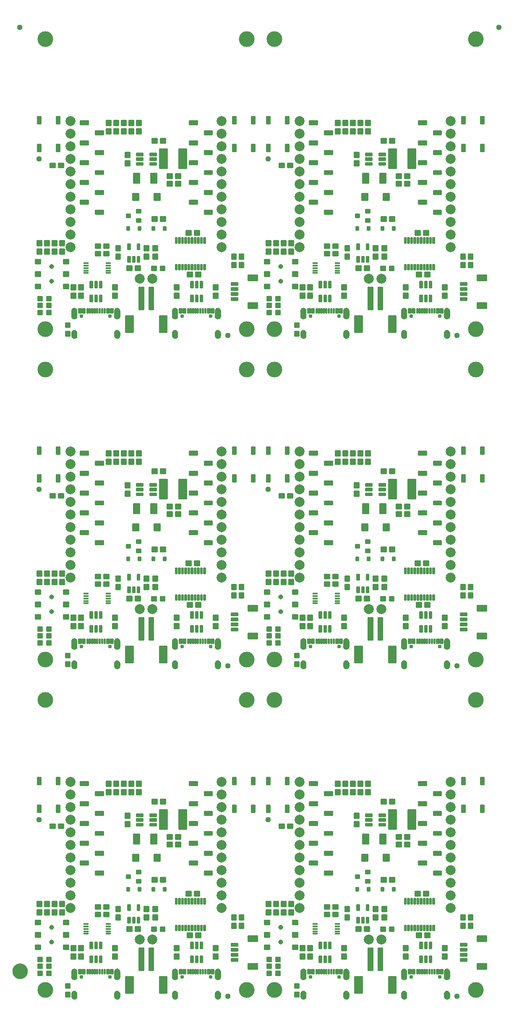
<source format=gts>
G04 EAGLE Gerber RS-274X export*
G75*
%MOMM*%
%FSLAX34Y34*%
%LPD*%
%INSoldermask Top*%
%IPPOS*%
%AMOC8*
5,1,8,0,0,1.08239X$1,22.5*%
G01*
%ADD10C,0.225400*%
%ADD11C,0.224509*%
%ADD12C,2.006600*%
%ADD13C,0.225588*%
%ADD14C,0.225369*%
%ADD15C,0.230578*%
%ADD16C,0.777000*%
%ADD17C,1.127000*%
%ADD18C,0.222250*%
%ADD19C,0.428259*%
%ADD20C,0.223519*%
%ADD21C,0.231750*%
%ADD22C,0.227100*%
%ADD23C,0.223409*%
%ADD24C,0.224709*%
%ADD25C,3.175000*%
%ADD26C,0.977000*%
%ADD27C,0.228600*%
%ADD28R,1.100000X0.400000*%
%ADD29C,1.270000*%
%ADD30C,1.627000*%

G36*
X750564Y1376383D02*
X750564Y1376383D01*
X750570Y1376389D01*
X750575Y1376385D01*
X751805Y1376750D01*
X751810Y1376757D01*
X751815Y1376755D01*
X752934Y1377385D01*
X752937Y1377392D01*
X752943Y1377391D01*
X753893Y1378254D01*
X753894Y1378262D01*
X753900Y1378262D01*
X754634Y1379315D01*
X754634Y1379323D01*
X754639Y1379325D01*
X755121Y1380515D01*
X755119Y1380520D01*
X755123Y1380523D01*
X755122Y1380524D01*
X755124Y1380525D01*
X755329Y1381792D01*
X755326Y1381797D01*
X755329Y1381800D01*
X755329Y1393800D01*
X755326Y1393804D01*
X755329Y1393807D01*
X755174Y1394929D01*
X755169Y1394934D01*
X755172Y1394938D01*
X754801Y1396009D01*
X754795Y1396013D01*
X754797Y1396018D01*
X754224Y1396995D01*
X754218Y1396998D01*
X754219Y1397003D01*
X753466Y1397850D01*
X753459Y1397852D01*
X753459Y1397857D01*
X752556Y1398541D01*
X752549Y1398541D01*
X752548Y1398546D01*
X751529Y1399041D01*
X751522Y1399039D01*
X751520Y1399044D01*
X750423Y1399331D01*
X750417Y1399328D01*
X750414Y1399332D01*
X749283Y1399399D01*
X749277Y1399399D01*
X748146Y1399332D01*
X748141Y1399327D01*
X748137Y1399331D01*
X747040Y1399044D01*
X747036Y1399038D01*
X747031Y1399041D01*
X746012Y1398546D01*
X746009Y1398540D01*
X746004Y1398541D01*
X745101Y1397857D01*
X745099Y1397850D01*
X745094Y1397850D01*
X744341Y1397003D01*
X744341Y1396996D01*
X744336Y1396995D01*
X743763Y1396018D01*
X743764Y1396015D01*
X743763Y1396014D01*
X743764Y1396013D01*
X743764Y1396011D01*
X743759Y1396009D01*
X743388Y1394938D01*
X743390Y1394933D01*
X743387Y1394931D01*
X743387Y1394930D01*
X743386Y1394929D01*
X743231Y1393807D01*
X743234Y1393802D01*
X743231Y1393800D01*
X743231Y1381800D01*
X743234Y1381795D01*
X743231Y1381792D01*
X743436Y1380525D01*
X743442Y1380519D01*
X743439Y1380515D01*
X743921Y1379325D01*
X743928Y1379321D01*
X743926Y1379315D01*
X744660Y1378262D01*
X744668Y1378260D01*
X744667Y1378254D01*
X745617Y1377391D01*
X745626Y1377390D01*
X745626Y1377385D01*
X746745Y1376755D01*
X746753Y1376756D01*
X746755Y1376750D01*
X747985Y1376385D01*
X747993Y1376388D01*
X747996Y1376383D01*
X749277Y1376301D01*
X749281Y1376304D01*
X749283Y1376301D01*
X750564Y1376383D01*
G37*
G36*
X288284Y1376383D02*
X288284Y1376383D01*
X288290Y1376389D01*
X288295Y1376385D01*
X289525Y1376750D01*
X289530Y1376757D01*
X289535Y1376755D01*
X290654Y1377385D01*
X290657Y1377392D01*
X290663Y1377391D01*
X291613Y1378254D01*
X291614Y1378262D01*
X291620Y1378262D01*
X292354Y1379315D01*
X292354Y1379323D01*
X292359Y1379325D01*
X292841Y1380515D01*
X292839Y1380520D01*
X292843Y1380523D01*
X292842Y1380524D01*
X292844Y1380525D01*
X293049Y1381792D01*
X293046Y1381797D01*
X293049Y1381800D01*
X293049Y1393800D01*
X293046Y1393804D01*
X293049Y1393807D01*
X292894Y1394929D01*
X292889Y1394934D01*
X292892Y1394938D01*
X292521Y1396009D01*
X292515Y1396013D01*
X292517Y1396018D01*
X291944Y1396995D01*
X291938Y1396998D01*
X291939Y1397003D01*
X291186Y1397850D01*
X291179Y1397852D01*
X291179Y1397857D01*
X290276Y1398541D01*
X290269Y1398541D01*
X290268Y1398546D01*
X289249Y1399041D01*
X289242Y1399039D01*
X289240Y1399044D01*
X288143Y1399331D01*
X288137Y1399328D01*
X288134Y1399332D01*
X287003Y1399399D01*
X286997Y1399399D01*
X285866Y1399332D01*
X285861Y1399327D01*
X285857Y1399331D01*
X284760Y1399044D01*
X284756Y1399038D01*
X284751Y1399041D01*
X283732Y1398546D01*
X283729Y1398540D01*
X283724Y1398541D01*
X282821Y1397857D01*
X282819Y1397850D01*
X282814Y1397850D01*
X282061Y1397003D01*
X282061Y1396996D01*
X282056Y1396995D01*
X281483Y1396018D01*
X281484Y1396015D01*
X281483Y1396014D01*
X281484Y1396013D01*
X281484Y1396011D01*
X281479Y1396009D01*
X281108Y1394938D01*
X281110Y1394933D01*
X281107Y1394931D01*
X281107Y1394930D01*
X281106Y1394929D01*
X280951Y1393807D01*
X280954Y1393802D01*
X280951Y1393800D01*
X280951Y1381800D01*
X280954Y1381795D01*
X280951Y1381792D01*
X281156Y1380525D01*
X281162Y1380519D01*
X281159Y1380515D01*
X281641Y1379325D01*
X281648Y1379321D01*
X281646Y1379315D01*
X282380Y1378262D01*
X282388Y1378260D01*
X282387Y1378254D01*
X283337Y1377391D01*
X283346Y1377390D01*
X283346Y1377385D01*
X284465Y1376755D01*
X284473Y1376756D01*
X284475Y1376750D01*
X285705Y1376385D01*
X285713Y1376388D01*
X285716Y1376383D01*
X286997Y1376301D01*
X287001Y1376304D01*
X287003Y1376301D01*
X288284Y1376383D01*
G37*
G36*
X85084Y1376383D02*
X85084Y1376383D01*
X85090Y1376389D01*
X85095Y1376385D01*
X86325Y1376750D01*
X86330Y1376757D01*
X86335Y1376755D01*
X87454Y1377385D01*
X87457Y1377392D01*
X87463Y1377391D01*
X88413Y1378254D01*
X88414Y1378262D01*
X88420Y1378262D01*
X89154Y1379315D01*
X89154Y1379323D01*
X89159Y1379325D01*
X89641Y1380515D01*
X89639Y1380520D01*
X89643Y1380523D01*
X89642Y1380524D01*
X89644Y1380525D01*
X89849Y1381792D01*
X89846Y1381797D01*
X89849Y1381800D01*
X89849Y1393800D01*
X89846Y1393804D01*
X89849Y1393807D01*
X89694Y1394929D01*
X89689Y1394934D01*
X89692Y1394938D01*
X89321Y1396009D01*
X89315Y1396013D01*
X89317Y1396018D01*
X88744Y1396995D01*
X88738Y1396998D01*
X88739Y1397003D01*
X87986Y1397850D01*
X87979Y1397852D01*
X87979Y1397857D01*
X87076Y1398541D01*
X87069Y1398541D01*
X87068Y1398546D01*
X86049Y1399041D01*
X86042Y1399039D01*
X86040Y1399044D01*
X84943Y1399331D01*
X84937Y1399328D01*
X84934Y1399332D01*
X83803Y1399399D01*
X83797Y1399399D01*
X82666Y1399332D01*
X82661Y1399327D01*
X82657Y1399331D01*
X81560Y1399044D01*
X81556Y1399038D01*
X81551Y1399041D01*
X80532Y1398546D01*
X80529Y1398540D01*
X80524Y1398541D01*
X79621Y1397857D01*
X79619Y1397850D01*
X79614Y1397850D01*
X78861Y1397003D01*
X78861Y1396996D01*
X78856Y1396995D01*
X78283Y1396018D01*
X78284Y1396015D01*
X78283Y1396014D01*
X78284Y1396013D01*
X78284Y1396011D01*
X78279Y1396009D01*
X77908Y1394938D01*
X77910Y1394933D01*
X77907Y1394931D01*
X77907Y1394930D01*
X77906Y1394929D01*
X77751Y1393807D01*
X77754Y1393802D01*
X77751Y1393800D01*
X77751Y1381800D01*
X77754Y1381795D01*
X77751Y1381792D01*
X77956Y1380525D01*
X77962Y1380519D01*
X77959Y1380515D01*
X78441Y1379325D01*
X78448Y1379321D01*
X78446Y1379315D01*
X79180Y1378262D01*
X79188Y1378260D01*
X79187Y1378254D01*
X80137Y1377391D01*
X80146Y1377390D01*
X80146Y1377385D01*
X81265Y1376755D01*
X81273Y1376756D01*
X81275Y1376750D01*
X82505Y1376385D01*
X82513Y1376388D01*
X82516Y1376383D01*
X83797Y1376301D01*
X83801Y1376304D01*
X83803Y1376301D01*
X85084Y1376383D01*
G37*
G36*
X374684Y1376383D02*
X374684Y1376383D01*
X374690Y1376389D01*
X374695Y1376385D01*
X375925Y1376750D01*
X375930Y1376757D01*
X375935Y1376755D01*
X377054Y1377385D01*
X377057Y1377392D01*
X377063Y1377391D01*
X378013Y1378254D01*
X378014Y1378262D01*
X378020Y1378262D01*
X378754Y1379315D01*
X378754Y1379323D01*
X378759Y1379325D01*
X379241Y1380515D01*
X379239Y1380520D01*
X379243Y1380523D01*
X379242Y1380524D01*
X379244Y1380525D01*
X379449Y1381792D01*
X379446Y1381797D01*
X379449Y1381800D01*
X379449Y1393800D01*
X379446Y1393804D01*
X379449Y1393807D01*
X379294Y1394929D01*
X379289Y1394934D01*
X379292Y1394938D01*
X378921Y1396009D01*
X378915Y1396013D01*
X378917Y1396018D01*
X378344Y1396995D01*
X378338Y1396998D01*
X378339Y1397003D01*
X377586Y1397850D01*
X377579Y1397852D01*
X377579Y1397857D01*
X376676Y1398541D01*
X376669Y1398541D01*
X376668Y1398546D01*
X375649Y1399041D01*
X375642Y1399039D01*
X375640Y1399044D01*
X374543Y1399331D01*
X374537Y1399328D01*
X374534Y1399332D01*
X373403Y1399399D01*
X373397Y1399399D01*
X372266Y1399332D01*
X372261Y1399327D01*
X372257Y1399331D01*
X371160Y1399044D01*
X371156Y1399038D01*
X371151Y1399041D01*
X370132Y1398546D01*
X370129Y1398540D01*
X370124Y1398541D01*
X369221Y1397857D01*
X369219Y1397850D01*
X369214Y1397850D01*
X368461Y1397003D01*
X368461Y1396996D01*
X368456Y1396995D01*
X367883Y1396018D01*
X367884Y1396015D01*
X367883Y1396014D01*
X367884Y1396013D01*
X367884Y1396011D01*
X367879Y1396009D01*
X367508Y1394938D01*
X367510Y1394933D01*
X367507Y1394931D01*
X367507Y1394930D01*
X367506Y1394929D01*
X367351Y1393807D01*
X367354Y1393802D01*
X367351Y1393800D01*
X367351Y1381800D01*
X367354Y1381795D01*
X367351Y1381792D01*
X367556Y1380525D01*
X367562Y1380519D01*
X367559Y1380515D01*
X368041Y1379325D01*
X368048Y1379321D01*
X368046Y1379315D01*
X368780Y1378262D01*
X368788Y1378260D01*
X368787Y1378254D01*
X369737Y1377391D01*
X369746Y1377390D01*
X369746Y1377385D01*
X370865Y1376755D01*
X370873Y1376756D01*
X370875Y1376750D01*
X372105Y1376385D01*
X372113Y1376388D01*
X372116Y1376383D01*
X373397Y1376301D01*
X373401Y1376304D01*
X373403Y1376301D01*
X374684Y1376383D01*
G37*
G36*
X171484Y1376383D02*
X171484Y1376383D01*
X171490Y1376389D01*
X171495Y1376385D01*
X172725Y1376750D01*
X172730Y1376757D01*
X172735Y1376755D01*
X173854Y1377385D01*
X173857Y1377392D01*
X173863Y1377391D01*
X174813Y1378254D01*
X174814Y1378262D01*
X174820Y1378262D01*
X175554Y1379315D01*
X175554Y1379323D01*
X175559Y1379325D01*
X176041Y1380515D01*
X176039Y1380520D01*
X176043Y1380523D01*
X176042Y1380524D01*
X176044Y1380525D01*
X176249Y1381792D01*
X176246Y1381797D01*
X176249Y1381800D01*
X176249Y1393800D01*
X176246Y1393804D01*
X176249Y1393807D01*
X176094Y1394929D01*
X176089Y1394934D01*
X176092Y1394938D01*
X175721Y1396009D01*
X175715Y1396013D01*
X175717Y1396018D01*
X175144Y1396995D01*
X175138Y1396998D01*
X175139Y1397003D01*
X174386Y1397850D01*
X174379Y1397852D01*
X174379Y1397857D01*
X173476Y1398541D01*
X173469Y1398541D01*
X173468Y1398546D01*
X172449Y1399041D01*
X172442Y1399039D01*
X172440Y1399044D01*
X171343Y1399331D01*
X171337Y1399328D01*
X171334Y1399332D01*
X170203Y1399399D01*
X170197Y1399399D01*
X169066Y1399332D01*
X169061Y1399327D01*
X169057Y1399331D01*
X167960Y1399044D01*
X167956Y1399038D01*
X167951Y1399041D01*
X166932Y1398546D01*
X166929Y1398540D01*
X166924Y1398541D01*
X166021Y1397857D01*
X166019Y1397850D01*
X166014Y1397850D01*
X165261Y1397003D01*
X165261Y1396996D01*
X165256Y1396995D01*
X164683Y1396018D01*
X164684Y1396015D01*
X164683Y1396014D01*
X164684Y1396013D01*
X164684Y1396011D01*
X164679Y1396009D01*
X164308Y1394938D01*
X164310Y1394933D01*
X164307Y1394931D01*
X164307Y1394930D01*
X164306Y1394929D01*
X164151Y1393807D01*
X164154Y1393802D01*
X164151Y1393800D01*
X164151Y1381800D01*
X164154Y1381795D01*
X164151Y1381792D01*
X164356Y1380525D01*
X164362Y1380519D01*
X164359Y1380515D01*
X164841Y1379325D01*
X164848Y1379321D01*
X164846Y1379315D01*
X165580Y1378262D01*
X165588Y1378260D01*
X165587Y1378254D01*
X166537Y1377391D01*
X166546Y1377390D01*
X166546Y1377385D01*
X167665Y1376755D01*
X167673Y1376756D01*
X167675Y1376750D01*
X168905Y1376385D01*
X168913Y1376388D01*
X168916Y1376383D01*
X170197Y1376301D01*
X170201Y1376304D01*
X170203Y1376301D01*
X171484Y1376383D01*
G37*
G36*
X836964Y1376383D02*
X836964Y1376383D01*
X836970Y1376389D01*
X836975Y1376385D01*
X838205Y1376750D01*
X838210Y1376757D01*
X838215Y1376755D01*
X839334Y1377385D01*
X839337Y1377392D01*
X839343Y1377391D01*
X840293Y1378254D01*
X840294Y1378262D01*
X840300Y1378262D01*
X841034Y1379315D01*
X841034Y1379323D01*
X841039Y1379325D01*
X841521Y1380515D01*
X841519Y1380520D01*
X841523Y1380523D01*
X841522Y1380524D01*
X841524Y1380525D01*
X841729Y1381792D01*
X841726Y1381797D01*
X841729Y1381800D01*
X841729Y1393800D01*
X841726Y1393804D01*
X841729Y1393807D01*
X841574Y1394929D01*
X841569Y1394934D01*
X841572Y1394938D01*
X841201Y1396009D01*
X841195Y1396013D01*
X841197Y1396018D01*
X840624Y1396995D01*
X840618Y1396998D01*
X840619Y1397003D01*
X839866Y1397850D01*
X839859Y1397852D01*
X839859Y1397857D01*
X838956Y1398541D01*
X838949Y1398541D01*
X838948Y1398546D01*
X837929Y1399041D01*
X837922Y1399039D01*
X837920Y1399044D01*
X836823Y1399331D01*
X836817Y1399328D01*
X836814Y1399332D01*
X835683Y1399399D01*
X835677Y1399399D01*
X834546Y1399332D01*
X834541Y1399327D01*
X834537Y1399331D01*
X833440Y1399044D01*
X833436Y1399038D01*
X833431Y1399041D01*
X832412Y1398546D01*
X832409Y1398540D01*
X832404Y1398541D01*
X831501Y1397857D01*
X831499Y1397850D01*
X831494Y1397850D01*
X830741Y1397003D01*
X830741Y1396996D01*
X830736Y1396995D01*
X830163Y1396018D01*
X830164Y1396015D01*
X830163Y1396014D01*
X830164Y1396013D01*
X830164Y1396011D01*
X830159Y1396009D01*
X829788Y1394938D01*
X829790Y1394933D01*
X829787Y1394931D01*
X829787Y1394930D01*
X829786Y1394929D01*
X829631Y1393807D01*
X829634Y1393802D01*
X829631Y1393800D01*
X829631Y1381800D01*
X829634Y1381795D01*
X829631Y1381792D01*
X829836Y1380525D01*
X829842Y1380519D01*
X829839Y1380515D01*
X830321Y1379325D01*
X830328Y1379321D01*
X830326Y1379315D01*
X831060Y1378262D01*
X831068Y1378260D01*
X831067Y1378254D01*
X832017Y1377391D01*
X832026Y1377390D01*
X832026Y1377385D01*
X833145Y1376755D01*
X833153Y1376756D01*
X833155Y1376750D01*
X834385Y1376385D01*
X834393Y1376388D01*
X834396Y1376383D01*
X835677Y1376301D01*
X835681Y1376304D01*
X835683Y1376301D01*
X836964Y1376383D01*
G37*
G36*
X633764Y1376383D02*
X633764Y1376383D01*
X633770Y1376389D01*
X633775Y1376385D01*
X635005Y1376750D01*
X635010Y1376757D01*
X635015Y1376755D01*
X636134Y1377385D01*
X636137Y1377392D01*
X636143Y1377391D01*
X637093Y1378254D01*
X637094Y1378262D01*
X637100Y1378262D01*
X637834Y1379315D01*
X637834Y1379323D01*
X637839Y1379325D01*
X638321Y1380515D01*
X638319Y1380520D01*
X638323Y1380523D01*
X638322Y1380524D01*
X638324Y1380525D01*
X638529Y1381792D01*
X638526Y1381797D01*
X638529Y1381800D01*
X638529Y1393800D01*
X638526Y1393804D01*
X638529Y1393807D01*
X638374Y1394929D01*
X638369Y1394934D01*
X638372Y1394938D01*
X638001Y1396009D01*
X637995Y1396013D01*
X637997Y1396018D01*
X637424Y1396995D01*
X637418Y1396998D01*
X637419Y1397003D01*
X636666Y1397850D01*
X636659Y1397852D01*
X636659Y1397857D01*
X635756Y1398541D01*
X635749Y1398541D01*
X635748Y1398546D01*
X634729Y1399041D01*
X634722Y1399039D01*
X634720Y1399044D01*
X633623Y1399331D01*
X633617Y1399328D01*
X633614Y1399332D01*
X632483Y1399399D01*
X632477Y1399399D01*
X631346Y1399332D01*
X631341Y1399327D01*
X631337Y1399331D01*
X630240Y1399044D01*
X630236Y1399038D01*
X630231Y1399041D01*
X629212Y1398546D01*
X629209Y1398540D01*
X629204Y1398541D01*
X628301Y1397857D01*
X628299Y1397850D01*
X628294Y1397850D01*
X627541Y1397003D01*
X627541Y1396996D01*
X627536Y1396995D01*
X626963Y1396018D01*
X626964Y1396015D01*
X626963Y1396014D01*
X626964Y1396013D01*
X626964Y1396011D01*
X626959Y1396009D01*
X626588Y1394938D01*
X626590Y1394933D01*
X626587Y1394931D01*
X626587Y1394930D01*
X626586Y1394929D01*
X626431Y1393807D01*
X626434Y1393802D01*
X626431Y1393800D01*
X626431Y1381800D01*
X626434Y1381795D01*
X626431Y1381792D01*
X626636Y1380525D01*
X626642Y1380519D01*
X626639Y1380515D01*
X627121Y1379325D01*
X627128Y1379321D01*
X627126Y1379315D01*
X627860Y1378262D01*
X627868Y1378260D01*
X627867Y1378254D01*
X628817Y1377391D01*
X628826Y1377390D01*
X628826Y1377385D01*
X629945Y1376755D01*
X629953Y1376756D01*
X629955Y1376750D01*
X631185Y1376385D01*
X631193Y1376388D01*
X631196Y1376383D01*
X632477Y1376301D01*
X632481Y1376304D01*
X632483Y1376301D01*
X633764Y1376383D01*
G37*
G36*
X547364Y1376383D02*
X547364Y1376383D01*
X547370Y1376389D01*
X547375Y1376385D01*
X548605Y1376750D01*
X548610Y1376757D01*
X548615Y1376755D01*
X549734Y1377385D01*
X549737Y1377392D01*
X549743Y1377391D01*
X550693Y1378254D01*
X550694Y1378262D01*
X550700Y1378262D01*
X551434Y1379315D01*
X551434Y1379323D01*
X551439Y1379325D01*
X551921Y1380515D01*
X551919Y1380520D01*
X551923Y1380523D01*
X551922Y1380524D01*
X551924Y1380525D01*
X552129Y1381792D01*
X552126Y1381797D01*
X552129Y1381800D01*
X552129Y1393800D01*
X552126Y1393804D01*
X552129Y1393807D01*
X551974Y1394929D01*
X551969Y1394934D01*
X551972Y1394938D01*
X551601Y1396009D01*
X551595Y1396013D01*
X551597Y1396018D01*
X551024Y1396995D01*
X551018Y1396998D01*
X551019Y1397003D01*
X550266Y1397850D01*
X550259Y1397852D01*
X550259Y1397857D01*
X549356Y1398541D01*
X549349Y1398541D01*
X549348Y1398546D01*
X548329Y1399041D01*
X548322Y1399039D01*
X548320Y1399044D01*
X547223Y1399331D01*
X547217Y1399328D01*
X547214Y1399332D01*
X546083Y1399399D01*
X546077Y1399399D01*
X544946Y1399332D01*
X544941Y1399327D01*
X544937Y1399331D01*
X543840Y1399044D01*
X543836Y1399038D01*
X543831Y1399041D01*
X542812Y1398546D01*
X542809Y1398540D01*
X542804Y1398541D01*
X541901Y1397857D01*
X541899Y1397850D01*
X541894Y1397850D01*
X541141Y1397003D01*
X541141Y1396996D01*
X541136Y1396995D01*
X540563Y1396018D01*
X540564Y1396015D01*
X540563Y1396014D01*
X540564Y1396013D01*
X540564Y1396011D01*
X540559Y1396009D01*
X540188Y1394938D01*
X540190Y1394933D01*
X540187Y1394931D01*
X540187Y1394930D01*
X540186Y1394929D01*
X540031Y1393807D01*
X540034Y1393802D01*
X540031Y1393800D01*
X540031Y1381800D01*
X540034Y1381795D01*
X540031Y1381792D01*
X540236Y1380525D01*
X540242Y1380519D01*
X540239Y1380515D01*
X540721Y1379325D01*
X540728Y1379321D01*
X540726Y1379315D01*
X541460Y1378262D01*
X541468Y1378260D01*
X541467Y1378254D01*
X542417Y1377391D01*
X542426Y1377390D01*
X542426Y1377385D01*
X543545Y1376755D01*
X543553Y1376756D01*
X543555Y1376750D01*
X544785Y1376385D01*
X544793Y1376388D01*
X544796Y1376383D01*
X546077Y1376301D01*
X546081Y1376304D01*
X546083Y1376301D01*
X547364Y1376383D01*
G37*
G36*
X836964Y710903D02*
X836964Y710903D01*
X836970Y710909D01*
X836975Y710905D01*
X838205Y711270D01*
X838210Y711277D01*
X838215Y711275D01*
X839334Y711905D01*
X839337Y711912D01*
X839343Y711911D01*
X840293Y712774D01*
X840294Y712782D01*
X840300Y712782D01*
X841034Y713835D01*
X841034Y713843D01*
X841039Y713845D01*
X841521Y715035D01*
X841519Y715040D01*
X841523Y715043D01*
X841522Y715044D01*
X841524Y715045D01*
X841729Y716312D01*
X841726Y716317D01*
X841729Y716320D01*
X841729Y728320D01*
X841726Y728324D01*
X841729Y728327D01*
X841574Y729449D01*
X841569Y729454D01*
X841572Y729458D01*
X841201Y730529D01*
X841195Y730533D01*
X841197Y730538D01*
X840624Y731515D01*
X840618Y731518D01*
X840619Y731523D01*
X839866Y732370D01*
X839859Y732372D01*
X839859Y732377D01*
X838956Y733061D01*
X838949Y733061D01*
X838948Y733066D01*
X837929Y733561D01*
X837922Y733559D01*
X837920Y733564D01*
X836823Y733851D01*
X836817Y733848D01*
X836814Y733852D01*
X835683Y733919D01*
X835677Y733919D01*
X834546Y733852D01*
X834541Y733847D01*
X834537Y733851D01*
X833440Y733564D01*
X833436Y733558D01*
X833431Y733561D01*
X832412Y733066D01*
X832409Y733060D01*
X832404Y733061D01*
X831501Y732377D01*
X831499Y732370D01*
X831494Y732370D01*
X830741Y731523D01*
X830741Y731516D01*
X830736Y731515D01*
X830163Y730538D01*
X830164Y730535D01*
X830163Y730534D01*
X830164Y730533D01*
X830164Y730531D01*
X830159Y730529D01*
X829788Y729458D01*
X829790Y729453D01*
X829787Y729451D01*
X829787Y729450D01*
X829786Y729449D01*
X829631Y728327D01*
X829634Y728322D01*
X829631Y728320D01*
X829631Y716320D01*
X829634Y716315D01*
X829631Y716312D01*
X829836Y715045D01*
X829842Y715039D01*
X829839Y715035D01*
X830321Y713845D01*
X830328Y713841D01*
X830326Y713835D01*
X831060Y712782D01*
X831068Y712780D01*
X831067Y712774D01*
X832017Y711911D01*
X832026Y711910D01*
X832026Y711905D01*
X833145Y711275D01*
X833153Y711276D01*
X833155Y711270D01*
X834385Y710905D01*
X834393Y710908D01*
X834396Y710903D01*
X835677Y710821D01*
X835681Y710824D01*
X835683Y710821D01*
X836964Y710903D01*
G37*
G36*
X171484Y710903D02*
X171484Y710903D01*
X171490Y710909D01*
X171495Y710905D01*
X172725Y711270D01*
X172730Y711277D01*
X172735Y711275D01*
X173854Y711905D01*
X173857Y711912D01*
X173863Y711911D01*
X174813Y712774D01*
X174814Y712782D01*
X174820Y712782D01*
X175554Y713835D01*
X175554Y713843D01*
X175559Y713845D01*
X176041Y715035D01*
X176039Y715040D01*
X176043Y715043D01*
X176042Y715044D01*
X176044Y715045D01*
X176249Y716312D01*
X176246Y716317D01*
X176249Y716320D01*
X176249Y728320D01*
X176246Y728324D01*
X176249Y728327D01*
X176094Y729449D01*
X176089Y729454D01*
X176092Y729458D01*
X175721Y730529D01*
X175715Y730533D01*
X175717Y730538D01*
X175144Y731515D01*
X175138Y731518D01*
X175139Y731523D01*
X174386Y732370D01*
X174379Y732372D01*
X174379Y732377D01*
X173476Y733061D01*
X173469Y733061D01*
X173468Y733066D01*
X172449Y733561D01*
X172442Y733559D01*
X172440Y733564D01*
X171343Y733851D01*
X171337Y733848D01*
X171334Y733852D01*
X170203Y733919D01*
X170197Y733919D01*
X169066Y733852D01*
X169061Y733847D01*
X169057Y733851D01*
X167960Y733564D01*
X167956Y733558D01*
X167951Y733561D01*
X166932Y733066D01*
X166929Y733060D01*
X166924Y733061D01*
X166021Y732377D01*
X166019Y732370D01*
X166014Y732370D01*
X165261Y731523D01*
X165261Y731516D01*
X165256Y731515D01*
X164683Y730538D01*
X164684Y730535D01*
X164683Y730534D01*
X164684Y730533D01*
X164684Y730531D01*
X164679Y730529D01*
X164308Y729458D01*
X164310Y729453D01*
X164307Y729451D01*
X164307Y729450D01*
X164306Y729449D01*
X164151Y728327D01*
X164154Y728322D01*
X164151Y728320D01*
X164151Y716320D01*
X164154Y716315D01*
X164151Y716312D01*
X164356Y715045D01*
X164362Y715039D01*
X164359Y715035D01*
X164841Y713845D01*
X164848Y713841D01*
X164846Y713835D01*
X165580Y712782D01*
X165588Y712780D01*
X165587Y712774D01*
X166537Y711911D01*
X166546Y711910D01*
X166546Y711905D01*
X167665Y711275D01*
X167673Y711276D01*
X167675Y711270D01*
X168905Y710905D01*
X168913Y710908D01*
X168916Y710903D01*
X170197Y710821D01*
X170201Y710824D01*
X170203Y710821D01*
X171484Y710903D01*
G37*
G36*
X85084Y710903D02*
X85084Y710903D01*
X85090Y710909D01*
X85095Y710905D01*
X86325Y711270D01*
X86330Y711277D01*
X86335Y711275D01*
X87454Y711905D01*
X87457Y711912D01*
X87463Y711911D01*
X88413Y712774D01*
X88414Y712782D01*
X88420Y712782D01*
X89154Y713835D01*
X89154Y713843D01*
X89159Y713845D01*
X89641Y715035D01*
X89639Y715040D01*
X89643Y715043D01*
X89642Y715044D01*
X89644Y715045D01*
X89849Y716312D01*
X89846Y716317D01*
X89849Y716320D01*
X89849Y728320D01*
X89846Y728324D01*
X89849Y728327D01*
X89694Y729449D01*
X89689Y729454D01*
X89692Y729458D01*
X89321Y730529D01*
X89315Y730533D01*
X89317Y730538D01*
X88744Y731515D01*
X88738Y731518D01*
X88739Y731523D01*
X87986Y732370D01*
X87979Y732372D01*
X87979Y732377D01*
X87076Y733061D01*
X87069Y733061D01*
X87068Y733066D01*
X86049Y733561D01*
X86042Y733559D01*
X86040Y733564D01*
X84943Y733851D01*
X84937Y733848D01*
X84934Y733852D01*
X83803Y733919D01*
X83797Y733919D01*
X82666Y733852D01*
X82661Y733847D01*
X82657Y733851D01*
X81560Y733564D01*
X81556Y733558D01*
X81551Y733561D01*
X80532Y733066D01*
X80529Y733060D01*
X80524Y733061D01*
X79621Y732377D01*
X79619Y732370D01*
X79614Y732370D01*
X78861Y731523D01*
X78861Y731516D01*
X78856Y731515D01*
X78283Y730538D01*
X78284Y730535D01*
X78283Y730534D01*
X78284Y730533D01*
X78284Y730531D01*
X78279Y730529D01*
X77908Y729458D01*
X77910Y729453D01*
X77907Y729451D01*
X77907Y729450D01*
X77906Y729449D01*
X77751Y728327D01*
X77754Y728322D01*
X77751Y728320D01*
X77751Y716320D01*
X77754Y716315D01*
X77751Y716312D01*
X77956Y715045D01*
X77962Y715039D01*
X77959Y715035D01*
X78441Y713845D01*
X78448Y713841D01*
X78446Y713835D01*
X79180Y712782D01*
X79188Y712780D01*
X79187Y712774D01*
X80137Y711911D01*
X80146Y711910D01*
X80146Y711905D01*
X81265Y711275D01*
X81273Y711276D01*
X81275Y711270D01*
X82505Y710905D01*
X82513Y710908D01*
X82516Y710903D01*
X83797Y710821D01*
X83801Y710824D01*
X83803Y710821D01*
X85084Y710903D01*
G37*
G36*
X288284Y710903D02*
X288284Y710903D01*
X288290Y710909D01*
X288295Y710905D01*
X289525Y711270D01*
X289530Y711277D01*
X289535Y711275D01*
X290654Y711905D01*
X290657Y711912D01*
X290663Y711911D01*
X291613Y712774D01*
X291614Y712782D01*
X291620Y712782D01*
X292354Y713835D01*
X292354Y713843D01*
X292359Y713845D01*
X292841Y715035D01*
X292839Y715040D01*
X292843Y715043D01*
X292842Y715044D01*
X292844Y715045D01*
X293049Y716312D01*
X293046Y716317D01*
X293049Y716320D01*
X293049Y728320D01*
X293046Y728324D01*
X293049Y728327D01*
X292894Y729449D01*
X292889Y729454D01*
X292892Y729458D01*
X292521Y730529D01*
X292515Y730533D01*
X292517Y730538D01*
X291944Y731515D01*
X291938Y731518D01*
X291939Y731523D01*
X291186Y732370D01*
X291179Y732372D01*
X291179Y732377D01*
X290276Y733061D01*
X290269Y733061D01*
X290268Y733066D01*
X289249Y733561D01*
X289242Y733559D01*
X289240Y733564D01*
X288143Y733851D01*
X288137Y733848D01*
X288134Y733852D01*
X287003Y733919D01*
X286997Y733919D01*
X285866Y733852D01*
X285861Y733847D01*
X285857Y733851D01*
X284760Y733564D01*
X284756Y733558D01*
X284751Y733561D01*
X283732Y733066D01*
X283729Y733060D01*
X283724Y733061D01*
X282821Y732377D01*
X282819Y732370D01*
X282814Y732370D01*
X282061Y731523D01*
X282061Y731516D01*
X282056Y731515D01*
X281483Y730538D01*
X281484Y730535D01*
X281483Y730534D01*
X281484Y730533D01*
X281484Y730531D01*
X281479Y730529D01*
X281108Y729458D01*
X281110Y729453D01*
X281107Y729451D01*
X281107Y729450D01*
X281106Y729449D01*
X280951Y728327D01*
X280954Y728322D01*
X280951Y728320D01*
X280951Y716320D01*
X280954Y716315D01*
X280951Y716312D01*
X281156Y715045D01*
X281162Y715039D01*
X281159Y715035D01*
X281641Y713845D01*
X281648Y713841D01*
X281646Y713835D01*
X282380Y712782D01*
X282388Y712780D01*
X282387Y712774D01*
X283337Y711911D01*
X283346Y711910D01*
X283346Y711905D01*
X284465Y711275D01*
X284473Y711276D01*
X284475Y711270D01*
X285705Y710905D01*
X285713Y710908D01*
X285716Y710903D01*
X286997Y710821D01*
X287001Y710824D01*
X287003Y710821D01*
X288284Y710903D01*
G37*
G36*
X633764Y710903D02*
X633764Y710903D01*
X633770Y710909D01*
X633775Y710905D01*
X635005Y711270D01*
X635010Y711277D01*
X635015Y711275D01*
X636134Y711905D01*
X636137Y711912D01*
X636143Y711911D01*
X637093Y712774D01*
X637094Y712782D01*
X637100Y712782D01*
X637834Y713835D01*
X637834Y713843D01*
X637839Y713845D01*
X638321Y715035D01*
X638319Y715040D01*
X638323Y715043D01*
X638322Y715044D01*
X638324Y715045D01*
X638529Y716312D01*
X638526Y716317D01*
X638529Y716320D01*
X638529Y728320D01*
X638526Y728324D01*
X638529Y728327D01*
X638374Y729449D01*
X638369Y729454D01*
X638372Y729458D01*
X638001Y730529D01*
X637995Y730533D01*
X637997Y730538D01*
X637424Y731515D01*
X637418Y731518D01*
X637419Y731523D01*
X636666Y732370D01*
X636659Y732372D01*
X636659Y732377D01*
X635756Y733061D01*
X635749Y733061D01*
X635748Y733066D01*
X634729Y733561D01*
X634722Y733559D01*
X634720Y733564D01*
X633623Y733851D01*
X633617Y733848D01*
X633614Y733852D01*
X632483Y733919D01*
X632477Y733919D01*
X631346Y733852D01*
X631341Y733847D01*
X631337Y733851D01*
X630240Y733564D01*
X630236Y733558D01*
X630231Y733561D01*
X629212Y733066D01*
X629209Y733060D01*
X629204Y733061D01*
X628301Y732377D01*
X628299Y732370D01*
X628294Y732370D01*
X627541Y731523D01*
X627541Y731516D01*
X627536Y731515D01*
X626963Y730538D01*
X626964Y730535D01*
X626963Y730534D01*
X626964Y730533D01*
X626964Y730531D01*
X626959Y730529D01*
X626588Y729458D01*
X626590Y729453D01*
X626587Y729451D01*
X626587Y729450D01*
X626586Y729449D01*
X626431Y728327D01*
X626434Y728322D01*
X626431Y728320D01*
X626431Y716320D01*
X626434Y716315D01*
X626431Y716312D01*
X626636Y715045D01*
X626642Y715039D01*
X626639Y715035D01*
X627121Y713845D01*
X627128Y713841D01*
X627126Y713835D01*
X627860Y712782D01*
X627868Y712780D01*
X627867Y712774D01*
X628817Y711911D01*
X628826Y711910D01*
X628826Y711905D01*
X629945Y711275D01*
X629953Y711276D01*
X629955Y711270D01*
X631185Y710905D01*
X631193Y710908D01*
X631196Y710903D01*
X632477Y710821D01*
X632481Y710824D01*
X632483Y710821D01*
X633764Y710903D01*
G37*
G36*
X750564Y710903D02*
X750564Y710903D01*
X750570Y710909D01*
X750575Y710905D01*
X751805Y711270D01*
X751810Y711277D01*
X751815Y711275D01*
X752934Y711905D01*
X752937Y711912D01*
X752943Y711911D01*
X753893Y712774D01*
X753894Y712782D01*
X753900Y712782D01*
X754634Y713835D01*
X754634Y713843D01*
X754639Y713845D01*
X755121Y715035D01*
X755119Y715040D01*
X755123Y715043D01*
X755122Y715044D01*
X755124Y715045D01*
X755329Y716312D01*
X755326Y716317D01*
X755329Y716320D01*
X755329Y728320D01*
X755326Y728324D01*
X755329Y728327D01*
X755174Y729449D01*
X755169Y729454D01*
X755172Y729458D01*
X754801Y730529D01*
X754795Y730533D01*
X754797Y730538D01*
X754224Y731515D01*
X754218Y731518D01*
X754219Y731523D01*
X753466Y732370D01*
X753459Y732372D01*
X753459Y732377D01*
X752556Y733061D01*
X752549Y733061D01*
X752548Y733066D01*
X751529Y733561D01*
X751522Y733559D01*
X751520Y733564D01*
X750423Y733851D01*
X750417Y733848D01*
X750414Y733852D01*
X749283Y733919D01*
X749277Y733919D01*
X748146Y733852D01*
X748141Y733847D01*
X748137Y733851D01*
X747040Y733564D01*
X747036Y733558D01*
X747031Y733561D01*
X746012Y733066D01*
X746009Y733060D01*
X746004Y733061D01*
X745101Y732377D01*
X745099Y732370D01*
X745094Y732370D01*
X744341Y731523D01*
X744341Y731516D01*
X744336Y731515D01*
X743763Y730538D01*
X743764Y730535D01*
X743763Y730534D01*
X743764Y730533D01*
X743764Y730531D01*
X743759Y730529D01*
X743388Y729458D01*
X743390Y729453D01*
X743387Y729451D01*
X743387Y729450D01*
X743386Y729449D01*
X743231Y728327D01*
X743234Y728322D01*
X743231Y728320D01*
X743231Y716320D01*
X743234Y716315D01*
X743231Y716312D01*
X743436Y715045D01*
X743442Y715039D01*
X743439Y715035D01*
X743921Y713845D01*
X743928Y713841D01*
X743926Y713835D01*
X744660Y712782D01*
X744668Y712780D01*
X744667Y712774D01*
X745617Y711911D01*
X745626Y711910D01*
X745626Y711905D01*
X746745Y711275D01*
X746753Y711276D01*
X746755Y711270D01*
X747985Y710905D01*
X747993Y710908D01*
X747996Y710903D01*
X749277Y710821D01*
X749281Y710824D01*
X749283Y710821D01*
X750564Y710903D01*
G37*
G36*
X374684Y710903D02*
X374684Y710903D01*
X374690Y710909D01*
X374695Y710905D01*
X375925Y711270D01*
X375930Y711277D01*
X375935Y711275D01*
X377054Y711905D01*
X377057Y711912D01*
X377063Y711911D01*
X378013Y712774D01*
X378014Y712782D01*
X378020Y712782D01*
X378754Y713835D01*
X378754Y713843D01*
X378759Y713845D01*
X379241Y715035D01*
X379239Y715040D01*
X379243Y715043D01*
X379242Y715044D01*
X379244Y715045D01*
X379449Y716312D01*
X379446Y716317D01*
X379449Y716320D01*
X379449Y728320D01*
X379446Y728324D01*
X379449Y728327D01*
X379294Y729449D01*
X379289Y729454D01*
X379292Y729458D01*
X378921Y730529D01*
X378915Y730533D01*
X378917Y730538D01*
X378344Y731515D01*
X378338Y731518D01*
X378339Y731523D01*
X377586Y732370D01*
X377579Y732372D01*
X377579Y732377D01*
X376676Y733061D01*
X376669Y733061D01*
X376668Y733066D01*
X375649Y733561D01*
X375642Y733559D01*
X375640Y733564D01*
X374543Y733851D01*
X374537Y733848D01*
X374534Y733852D01*
X373403Y733919D01*
X373397Y733919D01*
X372266Y733852D01*
X372261Y733847D01*
X372257Y733851D01*
X371160Y733564D01*
X371156Y733558D01*
X371151Y733561D01*
X370132Y733066D01*
X370129Y733060D01*
X370124Y733061D01*
X369221Y732377D01*
X369219Y732370D01*
X369214Y732370D01*
X368461Y731523D01*
X368461Y731516D01*
X368456Y731515D01*
X367883Y730538D01*
X367884Y730535D01*
X367883Y730534D01*
X367884Y730533D01*
X367884Y730531D01*
X367879Y730529D01*
X367508Y729458D01*
X367510Y729453D01*
X367507Y729451D01*
X367507Y729450D01*
X367506Y729449D01*
X367351Y728327D01*
X367354Y728322D01*
X367351Y728320D01*
X367351Y716320D01*
X367354Y716315D01*
X367351Y716312D01*
X367556Y715045D01*
X367562Y715039D01*
X367559Y715035D01*
X368041Y713845D01*
X368048Y713841D01*
X368046Y713835D01*
X368780Y712782D01*
X368788Y712780D01*
X368787Y712774D01*
X369737Y711911D01*
X369746Y711910D01*
X369746Y711905D01*
X370865Y711275D01*
X370873Y711276D01*
X370875Y711270D01*
X372105Y710905D01*
X372113Y710908D01*
X372116Y710903D01*
X373397Y710821D01*
X373401Y710824D01*
X373403Y710821D01*
X374684Y710903D01*
G37*
G36*
X547364Y710903D02*
X547364Y710903D01*
X547370Y710909D01*
X547375Y710905D01*
X548605Y711270D01*
X548610Y711277D01*
X548615Y711275D01*
X549734Y711905D01*
X549737Y711912D01*
X549743Y711911D01*
X550693Y712774D01*
X550694Y712782D01*
X550700Y712782D01*
X551434Y713835D01*
X551434Y713843D01*
X551439Y713845D01*
X551921Y715035D01*
X551919Y715040D01*
X551923Y715043D01*
X551922Y715044D01*
X551924Y715045D01*
X552129Y716312D01*
X552126Y716317D01*
X552129Y716320D01*
X552129Y728320D01*
X552126Y728324D01*
X552129Y728327D01*
X551974Y729449D01*
X551969Y729454D01*
X551972Y729458D01*
X551601Y730529D01*
X551595Y730533D01*
X551597Y730538D01*
X551024Y731515D01*
X551018Y731518D01*
X551019Y731523D01*
X550266Y732370D01*
X550259Y732372D01*
X550259Y732377D01*
X549356Y733061D01*
X549349Y733061D01*
X549348Y733066D01*
X548329Y733561D01*
X548322Y733559D01*
X548320Y733564D01*
X547223Y733851D01*
X547217Y733848D01*
X547214Y733852D01*
X546083Y733919D01*
X546077Y733919D01*
X544946Y733852D01*
X544941Y733847D01*
X544937Y733851D01*
X543840Y733564D01*
X543836Y733558D01*
X543831Y733561D01*
X542812Y733066D01*
X542809Y733060D01*
X542804Y733061D01*
X541901Y732377D01*
X541899Y732370D01*
X541894Y732370D01*
X541141Y731523D01*
X541141Y731516D01*
X541136Y731515D01*
X540563Y730538D01*
X540564Y730535D01*
X540563Y730534D01*
X540564Y730533D01*
X540564Y730531D01*
X540559Y730529D01*
X540188Y729458D01*
X540190Y729453D01*
X540187Y729451D01*
X540187Y729450D01*
X540186Y729449D01*
X540031Y728327D01*
X540034Y728322D01*
X540031Y728320D01*
X540031Y716320D01*
X540034Y716315D01*
X540031Y716312D01*
X540236Y715045D01*
X540242Y715039D01*
X540239Y715035D01*
X540721Y713845D01*
X540728Y713841D01*
X540726Y713835D01*
X541460Y712782D01*
X541468Y712780D01*
X541467Y712774D01*
X542417Y711911D01*
X542426Y711910D01*
X542426Y711905D01*
X543545Y711275D01*
X543553Y711276D01*
X543555Y711270D01*
X544785Y710905D01*
X544793Y710908D01*
X544796Y710903D01*
X546077Y710821D01*
X546081Y710824D01*
X546083Y710821D01*
X547364Y710903D01*
G37*
G36*
X836964Y45423D02*
X836964Y45423D01*
X836970Y45429D01*
X836975Y45425D01*
X838205Y45790D01*
X838210Y45797D01*
X838215Y45795D01*
X839334Y46425D01*
X839337Y46432D01*
X839343Y46431D01*
X840293Y47294D01*
X840294Y47302D01*
X840300Y47302D01*
X841034Y48355D01*
X841034Y48363D01*
X841039Y48365D01*
X841521Y49555D01*
X841519Y49560D01*
X841523Y49563D01*
X841522Y49564D01*
X841524Y49565D01*
X841729Y50832D01*
X841726Y50837D01*
X841729Y50840D01*
X841729Y62840D01*
X841726Y62844D01*
X841729Y62847D01*
X841574Y63969D01*
X841569Y63974D01*
X841572Y63978D01*
X841201Y65049D01*
X841195Y65053D01*
X841197Y65058D01*
X840624Y66035D01*
X840618Y66038D01*
X840619Y66043D01*
X839866Y66890D01*
X839859Y66892D01*
X839859Y66897D01*
X838956Y67581D01*
X838949Y67581D01*
X838948Y67586D01*
X837929Y68081D01*
X837922Y68079D01*
X837920Y68084D01*
X836823Y68371D01*
X836817Y68368D01*
X836814Y68372D01*
X835683Y68439D01*
X835677Y68439D01*
X834546Y68372D01*
X834541Y68367D01*
X834537Y68371D01*
X833440Y68084D01*
X833436Y68078D01*
X833431Y68081D01*
X832412Y67586D01*
X832409Y67580D01*
X832404Y67581D01*
X831501Y66897D01*
X831499Y66890D01*
X831494Y66890D01*
X830741Y66043D01*
X830741Y66036D01*
X830736Y66035D01*
X830163Y65058D01*
X830164Y65055D01*
X830163Y65054D01*
X830164Y65053D01*
X830164Y65051D01*
X830159Y65049D01*
X829788Y63978D01*
X829790Y63973D01*
X829787Y63971D01*
X829787Y63970D01*
X829786Y63969D01*
X829631Y62847D01*
X829634Y62842D01*
X829631Y62840D01*
X829631Y50840D01*
X829634Y50835D01*
X829631Y50832D01*
X829836Y49565D01*
X829842Y49559D01*
X829839Y49555D01*
X830321Y48365D01*
X830328Y48361D01*
X830326Y48355D01*
X831060Y47302D01*
X831068Y47300D01*
X831067Y47294D01*
X832017Y46431D01*
X832026Y46430D01*
X832026Y46425D01*
X833145Y45795D01*
X833153Y45796D01*
X833155Y45790D01*
X834385Y45425D01*
X834393Y45428D01*
X834396Y45423D01*
X835677Y45341D01*
X835681Y45344D01*
X835683Y45341D01*
X836964Y45423D01*
G37*
G36*
X374684Y45423D02*
X374684Y45423D01*
X374690Y45429D01*
X374695Y45425D01*
X375925Y45790D01*
X375930Y45797D01*
X375935Y45795D01*
X377054Y46425D01*
X377057Y46432D01*
X377063Y46431D01*
X378013Y47294D01*
X378014Y47302D01*
X378020Y47302D01*
X378754Y48355D01*
X378754Y48363D01*
X378759Y48365D01*
X379241Y49555D01*
X379239Y49560D01*
X379243Y49563D01*
X379242Y49564D01*
X379244Y49565D01*
X379449Y50832D01*
X379446Y50837D01*
X379449Y50840D01*
X379449Y62840D01*
X379446Y62844D01*
X379449Y62847D01*
X379294Y63969D01*
X379289Y63974D01*
X379292Y63978D01*
X378921Y65049D01*
X378915Y65053D01*
X378917Y65058D01*
X378344Y66035D01*
X378338Y66038D01*
X378339Y66043D01*
X377586Y66890D01*
X377579Y66892D01*
X377579Y66897D01*
X376676Y67581D01*
X376669Y67581D01*
X376668Y67586D01*
X375649Y68081D01*
X375642Y68079D01*
X375640Y68084D01*
X374543Y68371D01*
X374537Y68368D01*
X374534Y68372D01*
X373403Y68439D01*
X373397Y68439D01*
X372266Y68372D01*
X372261Y68367D01*
X372257Y68371D01*
X371160Y68084D01*
X371156Y68078D01*
X371151Y68081D01*
X370132Y67586D01*
X370129Y67580D01*
X370124Y67581D01*
X369221Y66897D01*
X369219Y66890D01*
X369214Y66890D01*
X368461Y66043D01*
X368461Y66036D01*
X368456Y66035D01*
X367883Y65058D01*
X367884Y65055D01*
X367883Y65054D01*
X367884Y65053D01*
X367884Y65051D01*
X367879Y65049D01*
X367508Y63978D01*
X367510Y63973D01*
X367507Y63971D01*
X367507Y63970D01*
X367506Y63969D01*
X367351Y62847D01*
X367354Y62842D01*
X367351Y62840D01*
X367351Y50840D01*
X367354Y50835D01*
X367351Y50832D01*
X367556Y49565D01*
X367562Y49559D01*
X367559Y49555D01*
X368041Y48365D01*
X368048Y48361D01*
X368046Y48355D01*
X368780Y47302D01*
X368788Y47300D01*
X368787Y47294D01*
X369737Y46431D01*
X369746Y46430D01*
X369746Y46425D01*
X370865Y45795D01*
X370873Y45796D01*
X370875Y45790D01*
X372105Y45425D01*
X372113Y45428D01*
X372116Y45423D01*
X373397Y45341D01*
X373401Y45344D01*
X373403Y45341D01*
X374684Y45423D01*
G37*
G36*
X171484Y45423D02*
X171484Y45423D01*
X171490Y45429D01*
X171495Y45425D01*
X172725Y45790D01*
X172730Y45797D01*
X172735Y45795D01*
X173854Y46425D01*
X173857Y46432D01*
X173863Y46431D01*
X174813Y47294D01*
X174814Y47302D01*
X174820Y47302D01*
X175554Y48355D01*
X175554Y48363D01*
X175559Y48365D01*
X176041Y49555D01*
X176039Y49560D01*
X176043Y49563D01*
X176042Y49564D01*
X176044Y49565D01*
X176249Y50832D01*
X176246Y50837D01*
X176249Y50840D01*
X176249Y62840D01*
X176246Y62844D01*
X176249Y62847D01*
X176094Y63969D01*
X176089Y63974D01*
X176092Y63978D01*
X175721Y65049D01*
X175715Y65053D01*
X175717Y65058D01*
X175144Y66035D01*
X175138Y66038D01*
X175139Y66043D01*
X174386Y66890D01*
X174379Y66892D01*
X174379Y66897D01*
X173476Y67581D01*
X173469Y67581D01*
X173468Y67586D01*
X172449Y68081D01*
X172442Y68079D01*
X172440Y68084D01*
X171343Y68371D01*
X171337Y68368D01*
X171334Y68372D01*
X170203Y68439D01*
X170197Y68439D01*
X169066Y68372D01*
X169061Y68367D01*
X169057Y68371D01*
X167960Y68084D01*
X167956Y68078D01*
X167951Y68081D01*
X166932Y67586D01*
X166929Y67580D01*
X166924Y67581D01*
X166021Y66897D01*
X166019Y66890D01*
X166014Y66890D01*
X165261Y66043D01*
X165261Y66036D01*
X165256Y66035D01*
X164683Y65058D01*
X164684Y65055D01*
X164683Y65054D01*
X164684Y65053D01*
X164684Y65051D01*
X164679Y65049D01*
X164308Y63978D01*
X164310Y63973D01*
X164307Y63971D01*
X164307Y63970D01*
X164306Y63969D01*
X164151Y62847D01*
X164154Y62842D01*
X164151Y62840D01*
X164151Y50840D01*
X164154Y50835D01*
X164151Y50832D01*
X164356Y49565D01*
X164362Y49559D01*
X164359Y49555D01*
X164841Y48365D01*
X164848Y48361D01*
X164846Y48355D01*
X165580Y47302D01*
X165588Y47300D01*
X165587Y47294D01*
X166537Y46431D01*
X166546Y46430D01*
X166546Y46425D01*
X167665Y45795D01*
X167673Y45796D01*
X167675Y45790D01*
X168905Y45425D01*
X168913Y45428D01*
X168916Y45423D01*
X170197Y45341D01*
X170201Y45344D01*
X170203Y45341D01*
X171484Y45423D01*
G37*
G36*
X750564Y45423D02*
X750564Y45423D01*
X750570Y45429D01*
X750575Y45425D01*
X751805Y45790D01*
X751810Y45797D01*
X751815Y45795D01*
X752934Y46425D01*
X752937Y46432D01*
X752943Y46431D01*
X753893Y47294D01*
X753894Y47302D01*
X753900Y47302D01*
X754634Y48355D01*
X754634Y48363D01*
X754639Y48365D01*
X755121Y49555D01*
X755119Y49560D01*
X755123Y49563D01*
X755122Y49564D01*
X755124Y49565D01*
X755329Y50832D01*
X755326Y50837D01*
X755329Y50840D01*
X755329Y62840D01*
X755326Y62844D01*
X755329Y62847D01*
X755174Y63969D01*
X755169Y63974D01*
X755172Y63978D01*
X754801Y65049D01*
X754795Y65053D01*
X754797Y65058D01*
X754224Y66035D01*
X754218Y66038D01*
X754219Y66043D01*
X753466Y66890D01*
X753459Y66892D01*
X753459Y66897D01*
X752556Y67581D01*
X752549Y67581D01*
X752548Y67586D01*
X751529Y68081D01*
X751522Y68079D01*
X751520Y68084D01*
X750423Y68371D01*
X750417Y68368D01*
X750414Y68372D01*
X749283Y68439D01*
X749277Y68439D01*
X748146Y68372D01*
X748141Y68367D01*
X748137Y68371D01*
X747040Y68084D01*
X747036Y68078D01*
X747031Y68081D01*
X746012Y67586D01*
X746009Y67580D01*
X746004Y67581D01*
X745101Y66897D01*
X745099Y66890D01*
X745094Y66890D01*
X744341Y66043D01*
X744341Y66036D01*
X744336Y66035D01*
X743763Y65058D01*
X743764Y65055D01*
X743763Y65054D01*
X743764Y65053D01*
X743764Y65051D01*
X743759Y65049D01*
X743388Y63978D01*
X743390Y63973D01*
X743387Y63971D01*
X743387Y63970D01*
X743386Y63969D01*
X743231Y62847D01*
X743234Y62842D01*
X743231Y62840D01*
X743231Y50840D01*
X743234Y50835D01*
X743231Y50832D01*
X743436Y49565D01*
X743442Y49559D01*
X743439Y49555D01*
X743921Y48365D01*
X743928Y48361D01*
X743926Y48355D01*
X744660Y47302D01*
X744668Y47300D01*
X744667Y47294D01*
X745617Y46431D01*
X745626Y46430D01*
X745626Y46425D01*
X746745Y45795D01*
X746753Y45796D01*
X746755Y45790D01*
X747985Y45425D01*
X747993Y45428D01*
X747996Y45423D01*
X749277Y45341D01*
X749281Y45344D01*
X749283Y45341D01*
X750564Y45423D01*
G37*
G36*
X633764Y45423D02*
X633764Y45423D01*
X633770Y45429D01*
X633775Y45425D01*
X635005Y45790D01*
X635010Y45797D01*
X635015Y45795D01*
X636134Y46425D01*
X636137Y46432D01*
X636143Y46431D01*
X637093Y47294D01*
X637094Y47302D01*
X637100Y47302D01*
X637834Y48355D01*
X637834Y48363D01*
X637839Y48365D01*
X638321Y49555D01*
X638319Y49560D01*
X638323Y49563D01*
X638322Y49564D01*
X638324Y49565D01*
X638529Y50832D01*
X638526Y50837D01*
X638529Y50840D01*
X638529Y62840D01*
X638526Y62844D01*
X638529Y62847D01*
X638374Y63969D01*
X638369Y63974D01*
X638372Y63978D01*
X638001Y65049D01*
X637995Y65053D01*
X637997Y65058D01*
X637424Y66035D01*
X637418Y66038D01*
X637419Y66043D01*
X636666Y66890D01*
X636659Y66892D01*
X636659Y66897D01*
X635756Y67581D01*
X635749Y67581D01*
X635748Y67586D01*
X634729Y68081D01*
X634722Y68079D01*
X634720Y68084D01*
X633623Y68371D01*
X633617Y68368D01*
X633614Y68372D01*
X632483Y68439D01*
X632477Y68439D01*
X631346Y68372D01*
X631341Y68367D01*
X631337Y68371D01*
X630240Y68084D01*
X630236Y68078D01*
X630231Y68081D01*
X629212Y67586D01*
X629209Y67580D01*
X629204Y67581D01*
X628301Y66897D01*
X628299Y66890D01*
X628294Y66890D01*
X627541Y66043D01*
X627541Y66036D01*
X627536Y66035D01*
X626963Y65058D01*
X626964Y65055D01*
X626963Y65054D01*
X626964Y65053D01*
X626964Y65051D01*
X626959Y65049D01*
X626588Y63978D01*
X626590Y63973D01*
X626587Y63971D01*
X626587Y63970D01*
X626586Y63969D01*
X626431Y62847D01*
X626434Y62842D01*
X626431Y62840D01*
X626431Y50840D01*
X626434Y50835D01*
X626431Y50832D01*
X626636Y49565D01*
X626642Y49559D01*
X626639Y49555D01*
X627121Y48365D01*
X627128Y48361D01*
X627126Y48355D01*
X627860Y47302D01*
X627868Y47300D01*
X627867Y47294D01*
X628817Y46431D01*
X628826Y46430D01*
X628826Y46425D01*
X629945Y45795D01*
X629953Y45796D01*
X629955Y45790D01*
X631185Y45425D01*
X631193Y45428D01*
X631196Y45423D01*
X632477Y45341D01*
X632481Y45344D01*
X632483Y45341D01*
X633764Y45423D01*
G37*
G36*
X85084Y45423D02*
X85084Y45423D01*
X85090Y45429D01*
X85095Y45425D01*
X86325Y45790D01*
X86330Y45797D01*
X86335Y45795D01*
X87454Y46425D01*
X87457Y46432D01*
X87463Y46431D01*
X88413Y47294D01*
X88414Y47302D01*
X88420Y47302D01*
X89154Y48355D01*
X89154Y48363D01*
X89159Y48365D01*
X89641Y49555D01*
X89639Y49560D01*
X89643Y49563D01*
X89642Y49564D01*
X89644Y49565D01*
X89849Y50832D01*
X89846Y50837D01*
X89849Y50840D01*
X89849Y62840D01*
X89846Y62844D01*
X89849Y62847D01*
X89694Y63969D01*
X89689Y63974D01*
X89692Y63978D01*
X89321Y65049D01*
X89315Y65053D01*
X89317Y65058D01*
X88744Y66035D01*
X88738Y66038D01*
X88739Y66043D01*
X87986Y66890D01*
X87979Y66892D01*
X87979Y66897D01*
X87076Y67581D01*
X87069Y67581D01*
X87068Y67586D01*
X86049Y68081D01*
X86042Y68079D01*
X86040Y68084D01*
X84943Y68371D01*
X84937Y68368D01*
X84934Y68372D01*
X83803Y68439D01*
X83797Y68439D01*
X82666Y68372D01*
X82661Y68367D01*
X82657Y68371D01*
X81560Y68084D01*
X81556Y68078D01*
X81551Y68081D01*
X80532Y67586D01*
X80529Y67580D01*
X80524Y67581D01*
X79621Y66897D01*
X79619Y66890D01*
X79614Y66890D01*
X78861Y66043D01*
X78861Y66036D01*
X78856Y66035D01*
X78283Y65058D01*
X78284Y65055D01*
X78283Y65054D01*
X78284Y65053D01*
X78284Y65051D01*
X78279Y65049D01*
X77908Y63978D01*
X77910Y63973D01*
X77907Y63971D01*
X77907Y63970D01*
X77906Y63969D01*
X77751Y62847D01*
X77754Y62842D01*
X77751Y62840D01*
X77751Y50840D01*
X77754Y50835D01*
X77751Y50832D01*
X77956Y49565D01*
X77962Y49559D01*
X77959Y49555D01*
X78441Y48365D01*
X78448Y48361D01*
X78446Y48355D01*
X79180Y47302D01*
X79188Y47300D01*
X79187Y47294D01*
X80137Y46431D01*
X80146Y46430D01*
X80146Y46425D01*
X81265Y45795D01*
X81273Y45796D01*
X81275Y45790D01*
X82505Y45425D01*
X82513Y45428D01*
X82516Y45423D01*
X83797Y45341D01*
X83801Y45344D01*
X83803Y45341D01*
X85084Y45423D01*
G37*
G36*
X547364Y45423D02*
X547364Y45423D01*
X547370Y45429D01*
X547375Y45425D01*
X548605Y45790D01*
X548610Y45797D01*
X548615Y45795D01*
X549734Y46425D01*
X549737Y46432D01*
X549743Y46431D01*
X550693Y47294D01*
X550694Y47302D01*
X550700Y47302D01*
X551434Y48355D01*
X551434Y48363D01*
X551439Y48365D01*
X551921Y49555D01*
X551919Y49560D01*
X551923Y49563D01*
X551922Y49564D01*
X551924Y49565D01*
X552129Y50832D01*
X552126Y50837D01*
X552129Y50840D01*
X552129Y62840D01*
X552126Y62844D01*
X552129Y62847D01*
X551974Y63969D01*
X551969Y63974D01*
X551972Y63978D01*
X551601Y65049D01*
X551595Y65053D01*
X551597Y65058D01*
X551024Y66035D01*
X551018Y66038D01*
X551019Y66043D01*
X550266Y66890D01*
X550259Y66892D01*
X550259Y66897D01*
X549356Y67581D01*
X549349Y67581D01*
X549348Y67586D01*
X548329Y68081D01*
X548322Y68079D01*
X548320Y68084D01*
X547223Y68371D01*
X547217Y68368D01*
X547214Y68372D01*
X546083Y68439D01*
X546077Y68439D01*
X544946Y68372D01*
X544941Y68367D01*
X544937Y68371D01*
X543840Y68084D01*
X543836Y68078D01*
X543831Y68081D01*
X542812Y67586D01*
X542809Y67580D01*
X542804Y67581D01*
X541901Y66897D01*
X541899Y66890D01*
X541894Y66890D01*
X541141Y66043D01*
X541141Y66036D01*
X541136Y66035D01*
X540563Y65058D01*
X540564Y65055D01*
X540563Y65054D01*
X540564Y65053D01*
X540564Y65051D01*
X540559Y65049D01*
X540188Y63978D01*
X540190Y63973D01*
X540187Y63971D01*
X540187Y63970D01*
X540186Y63969D01*
X540031Y62847D01*
X540034Y62842D01*
X540031Y62840D01*
X540031Y50840D01*
X540034Y50835D01*
X540031Y50832D01*
X540236Y49565D01*
X540242Y49559D01*
X540239Y49555D01*
X540721Y48365D01*
X540728Y48361D01*
X540726Y48355D01*
X541460Y47302D01*
X541468Y47300D01*
X541467Y47294D01*
X542417Y46431D01*
X542426Y46430D01*
X542426Y46425D01*
X543545Y45795D01*
X543553Y45796D01*
X543555Y45790D01*
X544785Y45425D01*
X544793Y45428D01*
X544796Y45423D01*
X546077Y45341D01*
X546081Y45344D01*
X546083Y45341D01*
X547364Y45423D01*
G37*
G36*
X288284Y45423D02*
X288284Y45423D01*
X288290Y45429D01*
X288295Y45425D01*
X289525Y45790D01*
X289530Y45797D01*
X289535Y45795D01*
X290654Y46425D01*
X290657Y46432D01*
X290663Y46431D01*
X291613Y47294D01*
X291614Y47302D01*
X291620Y47302D01*
X292354Y48355D01*
X292354Y48363D01*
X292359Y48365D01*
X292841Y49555D01*
X292839Y49560D01*
X292843Y49563D01*
X292842Y49564D01*
X292844Y49565D01*
X293049Y50832D01*
X293046Y50837D01*
X293049Y50840D01*
X293049Y62840D01*
X293046Y62844D01*
X293049Y62847D01*
X292894Y63969D01*
X292889Y63974D01*
X292892Y63978D01*
X292521Y65049D01*
X292515Y65053D01*
X292517Y65058D01*
X291944Y66035D01*
X291938Y66038D01*
X291939Y66043D01*
X291186Y66890D01*
X291179Y66892D01*
X291179Y66897D01*
X290276Y67581D01*
X290269Y67581D01*
X290268Y67586D01*
X289249Y68081D01*
X289242Y68079D01*
X289240Y68084D01*
X288143Y68371D01*
X288137Y68368D01*
X288134Y68372D01*
X287003Y68439D01*
X286997Y68439D01*
X285866Y68372D01*
X285861Y68367D01*
X285857Y68371D01*
X284760Y68084D01*
X284756Y68078D01*
X284751Y68081D01*
X283732Y67586D01*
X283729Y67580D01*
X283724Y67581D01*
X282821Y66897D01*
X282819Y66890D01*
X282814Y66890D01*
X282061Y66043D01*
X282061Y66036D01*
X282056Y66035D01*
X281483Y65058D01*
X281484Y65055D01*
X281483Y65054D01*
X281484Y65053D01*
X281484Y65051D01*
X281479Y65049D01*
X281108Y63978D01*
X281110Y63973D01*
X281107Y63971D01*
X281107Y63970D01*
X281106Y63969D01*
X280951Y62847D01*
X280954Y62842D01*
X280951Y62840D01*
X280951Y50840D01*
X280954Y50835D01*
X280951Y50832D01*
X281156Y49565D01*
X281162Y49559D01*
X281159Y49555D01*
X281641Y48365D01*
X281648Y48361D01*
X281646Y48355D01*
X282380Y47302D01*
X282388Y47300D01*
X282387Y47294D01*
X283337Y46431D01*
X283346Y46430D01*
X283346Y46425D01*
X284465Y45795D01*
X284473Y45796D01*
X284475Y45790D01*
X285705Y45425D01*
X285713Y45428D01*
X285716Y45423D01*
X286997Y45341D01*
X287001Y45344D01*
X287003Y45341D01*
X288284Y45423D01*
G37*
G36*
X84971Y671631D02*
X84971Y671631D01*
X84976Y671636D01*
X84980Y671633D01*
X86103Y671968D01*
X86107Y671974D01*
X86111Y671972D01*
X87147Y672520D01*
X87150Y672526D01*
X87155Y672525D01*
X88063Y673264D01*
X88065Y673271D01*
X88070Y673271D01*
X88817Y674173D01*
X88817Y674181D01*
X88823Y674181D01*
X89379Y675212D01*
X89378Y675219D01*
X89383Y675221D01*
X89727Y676340D01*
X89725Y676347D01*
X89729Y676350D01*
X89849Y677515D01*
X89847Y677518D01*
X89849Y677520D01*
X89849Y683520D01*
X89847Y683523D01*
X89849Y683525D01*
X89738Y684701D01*
X89733Y684706D01*
X89736Y684710D01*
X89398Y685842D01*
X89392Y685846D01*
X89394Y685851D01*
X88842Y686895D01*
X88835Y686898D01*
X88837Y686903D01*
X88091Y687819D01*
X88084Y687820D01*
X88084Y687826D01*
X87175Y688579D01*
X87167Y688579D01*
X87167Y688584D01*
X86127Y689145D01*
X86120Y689144D01*
X86118Y689149D01*
X84989Y689496D01*
X84983Y689494D01*
X84980Y689498D01*
X83805Y689619D01*
X83798Y689615D01*
X83794Y689619D01*
X82454Y689462D01*
X82448Y689457D01*
X82443Y689460D01*
X81172Y689009D01*
X81167Y689002D01*
X81162Y689004D01*
X80023Y688282D01*
X80020Y688274D01*
X80014Y688275D01*
X79064Y687317D01*
X79063Y687309D01*
X79057Y687308D01*
X78344Y686163D01*
X78345Y686155D01*
X78339Y686153D01*
X77899Y684877D01*
X77901Y684870D01*
X77897Y684867D01*
X77751Y683525D01*
X77753Y683522D01*
X77751Y683520D01*
X77751Y677520D01*
X77753Y677517D01*
X77751Y677514D01*
X77906Y676185D01*
X77912Y676179D01*
X77909Y676175D01*
X78356Y674914D01*
X78363Y674909D01*
X78361Y674904D01*
X79078Y673774D01*
X79085Y673771D01*
X79084Y673765D01*
X80035Y672823D01*
X80043Y672822D01*
X80043Y672816D01*
X81179Y672109D01*
X81187Y672110D01*
X81189Y672104D01*
X82454Y671668D01*
X82459Y671669D01*
X82460Y671669D01*
X82463Y671669D01*
X82465Y671665D01*
X83795Y671521D01*
X83801Y671525D01*
X83805Y671521D01*
X84971Y671631D01*
G37*
G36*
X171371Y671631D02*
X171371Y671631D01*
X171376Y671636D01*
X171380Y671633D01*
X172503Y671968D01*
X172507Y671974D01*
X172511Y671972D01*
X173547Y672520D01*
X173550Y672526D01*
X173555Y672525D01*
X174463Y673264D01*
X174465Y673271D01*
X174470Y673271D01*
X175217Y674173D01*
X175217Y674181D01*
X175223Y674181D01*
X175779Y675212D01*
X175778Y675219D01*
X175783Y675221D01*
X176127Y676340D01*
X176125Y676347D01*
X176129Y676350D01*
X176249Y677515D01*
X176247Y677518D01*
X176249Y677520D01*
X176249Y683520D01*
X176247Y683523D01*
X176249Y683525D01*
X176138Y684701D01*
X176133Y684706D01*
X176136Y684710D01*
X175798Y685842D01*
X175792Y685846D01*
X175794Y685851D01*
X175242Y686895D01*
X175235Y686898D01*
X175237Y686903D01*
X174491Y687819D01*
X174484Y687820D01*
X174484Y687826D01*
X173575Y688579D01*
X173567Y688579D01*
X173567Y688584D01*
X172527Y689145D01*
X172520Y689144D01*
X172518Y689149D01*
X171389Y689496D01*
X171383Y689494D01*
X171380Y689498D01*
X170205Y689619D01*
X170198Y689615D01*
X170194Y689619D01*
X168854Y689462D01*
X168848Y689457D01*
X168843Y689460D01*
X167572Y689009D01*
X167567Y689002D01*
X167562Y689004D01*
X166423Y688282D01*
X166420Y688274D01*
X166414Y688275D01*
X165464Y687317D01*
X165463Y687309D01*
X165457Y687308D01*
X164744Y686163D01*
X164745Y686155D01*
X164739Y686153D01*
X164299Y684877D01*
X164301Y684870D01*
X164297Y684867D01*
X164151Y683525D01*
X164153Y683522D01*
X164151Y683520D01*
X164151Y677520D01*
X164153Y677517D01*
X164151Y677514D01*
X164306Y676185D01*
X164312Y676179D01*
X164309Y676175D01*
X164756Y674914D01*
X164763Y674909D01*
X164761Y674904D01*
X165478Y673774D01*
X165485Y673771D01*
X165484Y673765D01*
X166435Y672823D01*
X166443Y672822D01*
X166443Y672816D01*
X167579Y672109D01*
X167587Y672110D01*
X167589Y672104D01*
X168854Y671668D01*
X168859Y671669D01*
X168860Y671669D01*
X168863Y671669D01*
X168865Y671665D01*
X170195Y671521D01*
X170201Y671525D01*
X170205Y671521D01*
X171371Y671631D01*
G37*
G36*
X633651Y671631D02*
X633651Y671631D01*
X633656Y671636D01*
X633660Y671633D01*
X634783Y671968D01*
X634787Y671974D01*
X634791Y671972D01*
X635827Y672520D01*
X635830Y672526D01*
X635835Y672525D01*
X636743Y673264D01*
X636745Y673271D01*
X636750Y673271D01*
X637497Y674173D01*
X637497Y674181D01*
X637503Y674181D01*
X638059Y675212D01*
X638058Y675219D01*
X638063Y675221D01*
X638407Y676340D01*
X638405Y676347D01*
X638409Y676350D01*
X638529Y677515D01*
X638527Y677518D01*
X638529Y677520D01*
X638529Y683520D01*
X638527Y683523D01*
X638529Y683525D01*
X638418Y684701D01*
X638413Y684706D01*
X638416Y684710D01*
X638078Y685842D01*
X638072Y685846D01*
X638074Y685851D01*
X637522Y686895D01*
X637515Y686898D01*
X637517Y686903D01*
X636771Y687819D01*
X636764Y687820D01*
X636764Y687826D01*
X635855Y688579D01*
X635847Y688579D01*
X635847Y688584D01*
X634807Y689145D01*
X634800Y689144D01*
X634798Y689149D01*
X633669Y689496D01*
X633663Y689494D01*
X633660Y689498D01*
X632485Y689619D01*
X632478Y689615D01*
X632474Y689619D01*
X631134Y689462D01*
X631128Y689457D01*
X631123Y689460D01*
X629852Y689009D01*
X629847Y689002D01*
X629842Y689004D01*
X628703Y688282D01*
X628700Y688274D01*
X628694Y688275D01*
X627744Y687317D01*
X627743Y687309D01*
X627737Y687308D01*
X627024Y686163D01*
X627025Y686155D01*
X627019Y686153D01*
X626579Y684877D01*
X626581Y684870D01*
X626577Y684867D01*
X626431Y683525D01*
X626433Y683522D01*
X626431Y683520D01*
X626431Y677520D01*
X626433Y677517D01*
X626431Y677514D01*
X626586Y676185D01*
X626592Y676179D01*
X626589Y676175D01*
X627036Y674914D01*
X627043Y674909D01*
X627041Y674904D01*
X627758Y673774D01*
X627765Y673771D01*
X627764Y673765D01*
X628715Y672823D01*
X628723Y672822D01*
X628723Y672816D01*
X629859Y672109D01*
X629867Y672110D01*
X629869Y672104D01*
X631134Y671668D01*
X631139Y671669D01*
X631140Y671669D01*
X631143Y671669D01*
X631145Y671665D01*
X632475Y671521D01*
X632481Y671525D01*
X632485Y671521D01*
X633651Y671631D01*
G37*
G36*
X750451Y671631D02*
X750451Y671631D01*
X750456Y671636D01*
X750460Y671633D01*
X751583Y671968D01*
X751587Y671974D01*
X751591Y671972D01*
X752627Y672520D01*
X752630Y672526D01*
X752635Y672525D01*
X753543Y673264D01*
X753545Y673271D01*
X753550Y673271D01*
X754297Y674173D01*
X754297Y674181D01*
X754303Y674181D01*
X754859Y675212D01*
X754858Y675219D01*
X754863Y675221D01*
X755207Y676340D01*
X755205Y676347D01*
X755209Y676350D01*
X755329Y677515D01*
X755327Y677518D01*
X755329Y677520D01*
X755329Y683520D01*
X755327Y683523D01*
X755329Y683525D01*
X755218Y684701D01*
X755213Y684706D01*
X755216Y684710D01*
X754878Y685842D01*
X754872Y685846D01*
X754874Y685851D01*
X754322Y686895D01*
X754315Y686898D01*
X754317Y686903D01*
X753571Y687819D01*
X753564Y687820D01*
X753564Y687826D01*
X752655Y688579D01*
X752647Y688579D01*
X752647Y688584D01*
X751607Y689145D01*
X751600Y689144D01*
X751598Y689149D01*
X750469Y689496D01*
X750463Y689494D01*
X750460Y689498D01*
X749285Y689619D01*
X749278Y689615D01*
X749274Y689619D01*
X747934Y689462D01*
X747928Y689457D01*
X747923Y689460D01*
X746652Y689009D01*
X746647Y689002D01*
X746642Y689004D01*
X745503Y688282D01*
X745500Y688274D01*
X745494Y688275D01*
X744544Y687317D01*
X744543Y687309D01*
X744537Y687308D01*
X743824Y686163D01*
X743825Y686155D01*
X743819Y686153D01*
X743379Y684877D01*
X743381Y684870D01*
X743377Y684867D01*
X743231Y683525D01*
X743233Y683522D01*
X743231Y683520D01*
X743231Y677520D01*
X743233Y677517D01*
X743231Y677514D01*
X743386Y676185D01*
X743392Y676179D01*
X743389Y676175D01*
X743836Y674914D01*
X743843Y674909D01*
X743841Y674904D01*
X744558Y673774D01*
X744565Y673771D01*
X744564Y673765D01*
X745515Y672823D01*
X745523Y672822D01*
X745523Y672816D01*
X746659Y672109D01*
X746667Y672110D01*
X746669Y672104D01*
X747934Y671668D01*
X747939Y671669D01*
X747940Y671669D01*
X747943Y671669D01*
X747945Y671665D01*
X749275Y671521D01*
X749281Y671525D01*
X749285Y671521D01*
X750451Y671631D01*
G37*
G36*
X374571Y671631D02*
X374571Y671631D01*
X374576Y671636D01*
X374580Y671633D01*
X375703Y671968D01*
X375707Y671974D01*
X375711Y671972D01*
X376747Y672520D01*
X376750Y672526D01*
X376755Y672525D01*
X377663Y673264D01*
X377665Y673271D01*
X377670Y673271D01*
X378417Y674173D01*
X378417Y674181D01*
X378423Y674181D01*
X378979Y675212D01*
X378978Y675219D01*
X378983Y675221D01*
X379327Y676340D01*
X379325Y676347D01*
X379329Y676350D01*
X379449Y677515D01*
X379447Y677518D01*
X379449Y677520D01*
X379449Y683520D01*
X379447Y683523D01*
X379449Y683525D01*
X379338Y684701D01*
X379333Y684706D01*
X379336Y684710D01*
X378998Y685842D01*
X378992Y685846D01*
X378994Y685851D01*
X378442Y686895D01*
X378435Y686898D01*
X378437Y686903D01*
X377691Y687819D01*
X377684Y687820D01*
X377684Y687826D01*
X376775Y688579D01*
X376767Y688579D01*
X376767Y688584D01*
X375727Y689145D01*
X375720Y689144D01*
X375718Y689149D01*
X374589Y689496D01*
X374583Y689494D01*
X374580Y689498D01*
X373405Y689619D01*
X373398Y689615D01*
X373394Y689619D01*
X372054Y689462D01*
X372048Y689457D01*
X372043Y689460D01*
X370772Y689009D01*
X370767Y689002D01*
X370762Y689004D01*
X369623Y688282D01*
X369620Y688274D01*
X369614Y688275D01*
X368664Y687317D01*
X368663Y687309D01*
X368657Y687308D01*
X367944Y686163D01*
X367945Y686155D01*
X367939Y686153D01*
X367499Y684877D01*
X367501Y684870D01*
X367497Y684867D01*
X367351Y683525D01*
X367353Y683522D01*
X367351Y683520D01*
X367351Y677520D01*
X367353Y677517D01*
X367351Y677514D01*
X367506Y676185D01*
X367512Y676179D01*
X367509Y676175D01*
X367956Y674914D01*
X367963Y674909D01*
X367961Y674904D01*
X368678Y673774D01*
X368685Y673771D01*
X368684Y673765D01*
X369635Y672823D01*
X369643Y672822D01*
X369643Y672816D01*
X370779Y672109D01*
X370787Y672110D01*
X370789Y672104D01*
X372054Y671668D01*
X372059Y671669D01*
X372060Y671669D01*
X372063Y671669D01*
X372065Y671665D01*
X373395Y671521D01*
X373401Y671525D01*
X373405Y671521D01*
X374571Y671631D01*
G37*
G36*
X547251Y671631D02*
X547251Y671631D01*
X547256Y671636D01*
X547260Y671633D01*
X548383Y671968D01*
X548387Y671974D01*
X548391Y671972D01*
X549427Y672520D01*
X549430Y672526D01*
X549435Y672525D01*
X550343Y673264D01*
X550345Y673271D01*
X550350Y673271D01*
X551097Y674173D01*
X551097Y674181D01*
X551103Y674181D01*
X551659Y675212D01*
X551658Y675219D01*
X551663Y675221D01*
X552007Y676340D01*
X552005Y676347D01*
X552009Y676350D01*
X552129Y677515D01*
X552127Y677518D01*
X552129Y677520D01*
X552129Y683520D01*
X552127Y683523D01*
X552129Y683525D01*
X552018Y684701D01*
X552013Y684706D01*
X552016Y684710D01*
X551678Y685842D01*
X551672Y685846D01*
X551674Y685851D01*
X551122Y686895D01*
X551115Y686898D01*
X551117Y686903D01*
X550371Y687819D01*
X550364Y687820D01*
X550364Y687826D01*
X549455Y688579D01*
X549447Y688579D01*
X549447Y688584D01*
X548407Y689145D01*
X548400Y689144D01*
X548398Y689149D01*
X547269Y689496D01*
X547263Y689494D01*
X547260Y689498D01*
X546085Y689619D01*
X546078Y689615D01*
X546074Y689619D01*
X544734Y689462D01*
X544728Y689457D01*
X544723Y689460D01*
X543452Y689009D01*
X543447Y689002D01*
X543442Y689004D01*
X542303Y688282D01*
X542300Y688274D01*
X542294Y688275D01*
X541344Y687317D01*
X541343Y687309D01*
X541337Y687308D01*
X540624Y686163D01*
X540625Y686155D01*
X540619Y686153D01*
X540179Y684877D01*
X540181Y684870D01*
X540177Y684867D01*
X540031Y683525D01*
X540033Y683522D01*
X540031Y683520D01*
X540031Y677520D01*
X540033Y677517D01*
X540031Y677514D01*
X540186Y676185D01*
X540192Y676179D01*
X540189Y676175D01*
X540636Y674914D01*
X540643Y674909D01*
X540641Y674904D01*
X541358Y673774D01*
X541365Y673771D01*
X541364Y673765D01*
X542315Y672823D01*
X542323Y672822D01*
X542323Y672816D01*
X543459Y672109D01*
X543467Y672110D01*
X543469Y672104D01*
X544734Y671668D01*
X544739Y671669D01*
X544740Y671669D01*
X544743Y671669D01*
X544745Y671665D01*
X546075Y671521D01*
X546081Y671525D01*
X546085Y671521D01*
X547251Y671631D01*
G37*
G36*
X288171Y671631D02*
X288171Y671631D01*
X288176Y671636D01*
X288180Y671633D01*
X289303Y671968D01*
X289307Y671974D01*
X289311Y671972D01*
X290347Y672520D01*
X290350Y672526D01*
X290355Y672525D01*
X291263Y673264D01*
X291265Y673271D01*
X291270Y673271D01*
X292017Y674173D01*
X292017Y674181D01*
X292023Y674181D01*
X292579Y675212D01*
X292578Y675219D01*
X292583Y675221D01*
X292927Y676340D01*
X292925Y676347D01*
X292929Y676350D01*
X293049Y677515D01*
X293047Y677518D01*
X293049Y677520D01*
X293049Y683520D01*
X293047Y683523D01*
X293049Y683525D01*
X292938Y684701D01*
X292933Y684706D01*
X292936Y684710D01*
X292598Y685842D01*
X292592Y685846D01*
X292594Y685851D01*
X292042Y686895D01*
X292035Y686898D01*
X292037Y686903D01*
X291291Y687819D01*
X291284Y687820D01*
X291284Y687826D01*
X290375Y688579D01*
X290367Y688579D01*
X290367Y688584D01*
X289327Y689145D01*
X289320Y689144D01*
X289318Y689149D01*
X288189Y689496D01*
X288183Y689494D01*
X288180Y689498D01*
X287005Y689619D01*
X286998Y689615D01*
X286994Y689619D01*
X285654Y689462D01*
X285648Y689457D01*
X285643Y689460D01*
X284372Y689009D01*
X284367Y689002D01*
X284362Y689004D01*
X283223Y688282D01*
X283220Y688274D01*
X283214Y688275D01*
X282264Y687317D01*
X282263Y687309D01*
X282257Y687308D01*
X281544Y686163D01*
X281545Y686155D01*
X281539Y686153D01*
X281099Y684877D01*
X281101Y684870D01*
X281097Y684867D01*
X280951Y683525D01*
X280953Y683522D01*
X280951Y683520D01*
X280951Y677520D01*
X280953Y677517D01*
X280951Y677514D01*
X281106Y676185D01*
X281112Y676179D01*
X281109Y676175D01*
X281556Y674914D01*
X281563Y674909D01*
X281561Y674904D01*
X282278Y673774D01*
X282285Y673771D01*
X282284Y673765D01*
X283235Y672823D01*
X283243Y672822D01*
X283243Y672816D01*
X284379Y672109D01*
X284387Y672110D01*
X284389Y672104D01*
X285654Y671668D01*
X285659Y671669D01*
X285660Y671669D01*
X285663Y671669D01*
X285665Y671665D01*
X286995Y671521D01*
X287001Y671525D01*
X287005Y671521D01*
X288171Y671631D01*
G37*
G36*
X836851Y671631D02*
X836851Y671631D01*
X836856Y671636D01*
X836860Y671633D01*
X837983Y671968D01*
X837987Y671974D01*
X837991Y671972D01*
X839027Y672520D01*
X839030Y672526D01*
X839035Y672525D01*
X839943Y673264D01*
X839945Y673271D01*
X839950Y673271D01*
X840697Y674173D01*
X840697Y674181D01*
X840703Y674181D01*
X841259Y675212D01*
X841258Y675219D01*
X841263Y675221D01*
X841607Y676340D01*
X841605Y676347D01*
X841609Y676350D01*
X841729Y677515D01*
X841727Y677518D01*
X841729Y677520D01*
X841729Y683520D01*
X841727Y683523D01*
X841729Y683525D01*
X841618Y684701D01*
X841613Y684706D01*
X841616Y684710D01*
X841278Y685842D01*
X841272Y685846D01*
X841274Y685851D01*
X840722Y686895D01*
X840715Y686898D01*
X840717Y686903D01*
X839971Y687819D01*
X839964Y687820D01*
X839964Y687826D01*
X839055Y688579D01*
X839047Y688579D01*
X839047Y688584D01*
X838007Y689145D01*
X838000Y689144D01*
X837998Y689149D01*
X836869Y689496D01*
X836863Y689494D01*
X836860Y689498D01*
X835685Y689619D01*
X835678Y689615D01*
X835674Y689619D01*
X834334Y689462D01*
X834328Y689457D01*
X834323Y689460D01*
X833052Y689009D01*
X833047Y689002D01*
X833042Y689004D01*
X831903Y688282D01*
X831900Y688274D01*
X831894Y688275D01*
X830944Y687317D01*
X830943Y687309D01*
X830937Y687308D01*
X830224Y686163D01*
X830225Y686155D01*
X830219Y686153D01*
X829779Y684877D01*
X829781Y684870D01*
X829777Y684867D01*
X829631Y683525D01*
X829633Y683522D01*
X829631Y683520D01*
X829631Y677520D01*
X829633Y677517D01*
X829631Y677514D01*
X829786Y676185D01*
X829792Y676179D01*
X829789Y676175D01*
X830236Y674914D01*
X830243Y674909D01*
X830241Y674904D01*
X830958Y673774D01*
X830965Y673771D01*
X830964Y673765D01*
X831915Y672823D01*
X831923Y672822D01*
X831923Y672816D01*
X833059Y672109D01*
X833067Y672110D01*
X833069Y672104D01*
X834334Y671668D01*
X834339Y671669D01*
X834340Y671669D01*
X834343Y671669D01*
X834345Y671665D01*
X835675Y671521D01*
X835681Y671525D01*
X835685Y671521D01*
X836851Y671631D01*
G37*
G36*
X633651Y1337111D02*
X633651Y1337111D01*
X633656Y1337116D01*
X633660Y1337113D01*
X634783Y1337448D01*
X634787Y1337454D01*
X634791Y1337452D01*
X635827Y1338000D01*
X635830Y1338006D01*
X635835Y1338005D01*
X636743Y1338744D01*
X636745Y1338751D01*
X636750Y1338751D01*
X637497Y1339653D01*
X637497Y1339661D01*
X637503Y1339661D01*
X638059Y1340692D01*
X638058Y1340699D01*
X638063Y1340701D01*
X638407Y1341820D01*
X638405Y1341827D01*
X638409Y1341830D01*
X638529Y1342995D01*
X638527Y1342998D01*
X638529Y1343000D01*
X638529Y1349000D01*
X638527Y1349003D01*
X638529Y1349005D01*
X638418Y1350181D01*
X638413Y1350186D01*
X638416Y1350190D01*
X638078Y1351322D01*
X638072Y1351326D01*
X638074Y1351331D01*
X637522Y1352375D01*
X637515Y1352378D01*
X637517Y1352383D01*
X636771Y1353299D01*
X636764Y1353300D01*
X636764Y1353306D01*
X635855Y1354059D01*
X635847Y1354059D01*
X635847Y1354064D01*
X634807Y1354625D01*
X634800Y1354624D01*
X634798Y1354629D01*
X633669Y1354976D01*
X633663Y1354974D01*
X633660Y1354978D01*
X632485Y1355099D01*
X632478Y1355095D01*
X632474Y1355099D01*
X631134Y1354942D01*
X631128Y1354937D01*
X631123Y1354940D01*
X629852Y1354489D01*
X629847Y1354482D01*
X629842Y1354484D01*
X628703Y1353762D01*
X628700Y1353754D01*
X628694Y1353755D01*
X627744Y1352797D01*
X627743Y1352789D01*
X627737Y1352788D01*
X627024Y1351643D01*
X627025Y1351635D01*
X627019Y1351633D01*
X626579Y1350357D01*
X626581Y1350350D01*
X626577Y1350347D01*
X626431Y1349005D01*
X626433Y1349002D01*
X626431Y1349000D01*
X626431Y1343000D01*
X626433Y1342997D01*
X626431Y1342994D01*
X626586Y1341665D01*
X626592Y1341659D01*
X626589Y1341655D01*
X627036Y1340394D01*
X627043Y1340389D01*
X627041Y1340384D01*
X627758Y1339254D01*
X627765Y1339251D01*
X627764Y1339245D01*
X628715Y1338303D01*
X628723Y1338302D01*
X628723Y1338296D01*
X629859Y1337589D01*
X629867Y1337590D01*
X629869Y1337584D01*
X631134Y1337148D01*
X631139Y1337149D01*
X631140Y1337149D01*
X631143Y1337149D01*
X631145Y1337145D01*
X632475Y1337001D01*
X632481Y1337005D01*
X632485Y1337001D01*
X633651Y1337111D01*
G37*
G36*
X374571Y1337111D02*
X374571Y1337111D01*
X374576Y1337116D01*
X374580Y1337113D01*
X375703Y1337448D01*
X375707Y1337454D01*
X375711Y1337452D01*
X376747Y1338000D01*
X376750Y1338006D01*
X376755Y1338005D01*
X377663Y1338744D01*
X377665Y1338751D01*
X377670Y1338751D01*
X378417Y1339653D01*
X378417Y1339661D01*
X378423Y1339661D01*
X378979Y1340692D01*
X378978Y1340699D01*
X378983Y1340701D01*
X379327Y1341820D01*
X379325Y1341827D01*
X379329Y1341830D01*
X379449Y1342995D01*
X379447Y1342998D01*
X379449Y1343000D01*
X379449Y1349000D01*
X379447Y1349003D01*
X379449Y1349005D01*
X379338Y1350181D01*
X379333Y1350186D01*
X379336Y1350190D01*
X378998Y1351322D01*
X378992Y1351326D01*
X378994Y1351331D01*
X378442Y1352375D01*
X378435Y1352378D01*
X378437Y1352383D01*
X377691Y1353299D01*
X377684Y1353300D01*
X377684Y1353306D01*
X376775Y1354059D01*
X376767Y1354059D01*
X376767Y1354064D01*
X375727Y1354625D01*
X375720Y1354624D01*
X375718Y1354629D01*
X374589Y1354976D01*
X374583Y1354974D01*
X374580Y1354978D01*
X373405Y1355099D01*
X373398Y1355095D01*
X373394Y1355099D01*
X372054Y1354942D01*
X372048Y1354937D01*
X372043Y1354940D01*
X370772Y1354489D01*
X370767Y1354482D01*
X370762Y1354484D01*
X369623Y1353762D01*
X369620Y1353754D01*
X369614Y1353755D01*
X368664Y1352797D01*
X368663Y1352789D01*
X368657Y1352788D01*
X367944Y1351643D01*
X367945Y1351635D01*
X367939Y1351633D01*
X367499Y1350357D01*
X367501Y1350350D01*
X367497Y1350347D01*
X367351Y1349005D01*
X367353Y1349002D01*
X367351Y1349000D01*
X367351Y1343000D01*
X367353Y1342997D01*
X367351Y1342994D01*
X367506Y1341665D01*
X367512Y1341659D01*
X367509Y1341655D01*
X367956Y1340394D01*
X367963Y1340389D01*
X367961Y1340384D01*
X368678Y1339254D01*
X368685Y1339251D01*
X368684Y1339245D01*
X369635Y1338303D01*
X369643Y1338302D01*
X369643Y1338296D01*
X370779Y1337589D01*
X370787Y1337590D01*
X370789Y1337584D01*
X372054Y1337148D01*
X372059Y1337149D01*
X372060Y1337149D01*
X372063Y1337149D01*
X372065Y1337145D01*
X373395Y1337001D01*
X373401Y1337005D01*
X373405Y1337001D01*
X374571Y1337111D01*
G37*
G36*
X547251Y1337111D02*
X547251Y1337111D01*
X547256Y1337116D01*
X547260Y1337113D01*
X548383Y1337448D01*
X548387Y1337454D01*
X548391Y1337452D01*
X549427Y1338000D01*
X549430Y1338006D01*
X549435Y1338005D01*
X550343Y1338744D01*
X550345Y1338751D01*
X550350Y1338751D01*
X551097Y1339653D01*
X551097Y1339661D01*
X551103Y1339661D01*
X551659Y1340692D01*
X551658Y1340699D01*
X551663Y1340701D01*
X552007Y1341820D01*
X552005Y1341827D01*
X552009Y1341830D01*
X552129Y1342995D01*
X552127Y1342998D01*
X552129Y1343000D01*
X552129Y1349000D01*
X552127Y1349003D01*
X552129Y1349005D01*
X552018Y1350181D01*
X552013Y1350186D01*
X552016Y1350190D01*
X551678Y1351322D01*
X551672Y1351326D01*
X551674Y1351331D01*
X551122Y1352375D01*
X551115Y1352378D01*
X551117Y1352383D01*
X550371Y1353299D01*
X550364Y1353300D01*
X550364Y1353306D01*
X549455Y1354059D01*
X549447Y1354059D01*
X549447Y1354064D01*
X548407Y1354625D01*
X548400Y1354624D01*
X548398Y1354629D01*
X547269Y1354976D01*
X547263Y1354974D01*
X547260Y1354978D01*
X546085Y1355099D01*
X546078Y1355095D01*
X546074Y1355099D01*
X544734Y1354942D01*
X544728Y1354937D01*
X544723Y1354940D01*
X543452Y1354489D01*
X543447Y1354482D01*
X543442Y1354484D01*
X542303Y1353762D01*
X542300Y1353754D01*
X542294Y1353755D01*
X541344Y1352797D01*
X541343Y1352789D01*
X541337Y1352788D01*
X540624Y1351643D01*
X540625Y1351635D01*
X540619Y1351633D01*
X540179Y1350357D01*
X540181Y1350350D01*
X540177Y1350347D01*
X540031Y1349005D01*
X540033Y1349002D01*
X540031Y1349000D01*
X540031Y1343000D01*
X540033Y1342997D01*
X540031Y1342994D01*
X540186Y1341665D01*
X540192Y1341659D01*
X540189Y1341655D01*
X540636Y1340394D01*
X540643Y1340389D01*
X540641Y1340384D01*
X541358Y1339254D01*
X541365Y1339251D01*
X541364Y1339245D01*
X542315Y1338303D01*
X542323Y1338302D01*
X542323Y1338296D01*
X543459Y1337589D01*
X543467Y1337590D01*
X543469Y1337584D01*
X544734Y1337148D01*
X544739Y1337149D01*
X544740Y1337149D01*
X544743Y1337149D01*
X544745Y1337145D01*
X546075Y1337001D01*
X546081Y1337005D01*
X546085Y1337001D01*
X547251Y1337111D01*
G37*
G36*
X836851Y1337111D02*
X836851Y1337111D01*
X836856Y1337116D01*
X836860Y1337113D01*
X837983Y1337448D01*
X837987Y1337454D01*
X837991Y1337452D01*
X839027Y1338000D01*
X839030Y1338006D01*
X839035Y1338005D01*
X839943Y1338744D01*
X839945Y1338751D01*
X839950Y1338751D01*
X840697Y1339653D01*
X840697Y1339661D01*
X840703Y1339661D01*
X841259Y1340692D01*
X841258Y1340699D01*
X841263Y1340701D01*
X841607Y1341820D01*
X841605Y1341827D01*
X841609Y1341830D01*
X841729Y1342995D01*
X841727Y1342998D01*
X841729Y1343000D01*
X841729Y1349000D01*
X841727Y1349003D01*
X841729Y1349005D01*
X841618Y1350181D01*
X841613Y1350186D01*
X841616Y1350190D01*
X841278Y1351322D01*
X841272Y1351326D01*
X841274Y1351331D01*
X840722Y1352375D01*
X840715Y1352378D01*
X840717Y1352383D01*
X839971Y1353299D01*
X839964Y1353300D01*
X839964Y1353306D01*
X839055Y1354059D01*
X839047Y1354059D01*
X839047Y1354064D01*
X838007Y1354625D01*
X838000Y1354624D01*
X837998Y1354629D01*
X836869Y1354976D01*
X836863Y1354974D01*
X836860Y1354978D01*
X835685Y1355099D01*
X835678Y1355095D01*
X835674Y1355099D01*
X834334Y1354942D01*
X834328Y1354937D01*
X834323Y1354940D01*
X833052Y1354489D01*
X833047Y1354482D01*
X833042Y1354484D01*
X831903Y1353762D01*
X831900Y1353754D01*
X831894Y1353755D01*
X830944Y1352797D01*
X830943Y1352789D01*
X830937Y1352788D01*
X830224Y1351643D01*
X830225Y1351635D01*
X830219Y1351633D01*
X829779Y1350357D01*
X829781Y1350350D01*
X829777Y1350347D01*
X829631Y1349005D01*
X829633Y1349002D01*
X829631Y1349000D01*
X829631Y1343000D01*
X829633Y1342997D01*
X829631Y1342994D01*
X829786Y1341665D01*
X829792Y1341659D01*
X829789Y1341655D01*
X830236Y1340394D01*
X830243Y1340389D01*
X830241Y1340384D01*
X830958Y1339254D01*
X830965Y1339251D01*
X830964Y1339245D01*
X831915Y1338303D01*
X831923Y1338302D01*
X831923Y1338296D01*
X833059Y1337589D01*
X833067Y1337590D01*
X833069Y1337584D01*
X834334Y1337148D01*
X834339Y1337149D01*
X834340Y1337149D01*
X834343Y1337149D01*
X834345Y1337145D01*
X835675Y1337001D01*
X835681Y1337005D01*
X835685Y1337001D01*
X836851Y1337111D01*
G37*
G36*
X84971Y1337111D02*
X84971Y1337111D01*
X84976Y1337116D01*
X84980Y1337113D01*
X86103Y1337448D01*
X86107Y1337454D01*
X86111Y1337452D01*
X87147Y1338000D01*
X87150Y1338006D01*
X87155Y1338005D01*
X88063Y1338744D01*
X88065Y1338751D01*
X88070Y1338751D01*
X88817Y1339653D01*
X88817Y1339661D01*
X88823Y1339661D01*
X89379Y1340692D01*
X89378Y1340699D01*
X89383Y1340701D01*
X89727Y1341820D01*
X89725Y1341827D01*
X89729Y1341830D01*
X89849Y1342995D01*
X89847Y1342998D01*
X89849Y1343000D01*
X89849Y1349000D01*
X89847Y1349003D01*
X89849Y1349005D01*
X89738Y1350181D01*
X89733Y1350186D01*
X89736Y1350190D01*
X89398Y1351322D01*
X89392Y1351326D01*
X89394Y1351331D01*
X88842Y1352375D01*
X88835Y1352378D01*
X88837Y1352383D01*
X88091Y1353299D01*
X88084Y1353300D01*
X88084Y1353306D01*
X87175Y1354059D01*
X87167Y1354059D01*
X87167Y1354064D01*
X86127Y1354625D01*
X86120Y1354624D01*
X86118Y1354629D01*
X84989Y1354976D01*
X84983Y1354974D01*
X84980Y1354978D01*
X83805Y1355099D01*
X83798Y1355095D01*
X83794Y1355099D01*
X82454Y1354942D01*
X82448Y1354937D01*
X82443Y1354940D01*
X81172Y1354489D01*
X81167Y1354482D01*
X81162Y1354484D01*
X80023Y1353762D01*
X80020Y1353754D01*
X80014Y1353755D01*
X79064Y1352797D01*
X79063Y1352789D01*
X79057Y1352788D01*
X78344Y1351643D01*
X78345Y1351635D01*
X78339Y1351633D01*
X77899Y1350357D01*
X77901Y1350350D01*
X77897Y1350347D01*
X77751Y1349005D01*
X77753Y1349002D01*
X77751Y1349000D01*
X77751Y1343000D01*
X77753Y1342997D01*
X77751Y1342994D01*
X77906Y1341665D01*
X77912Y1341659D01*
X77909Y1341655D01*
X78356Y1340394D01*
X78363Y1340389D01*
X78361Y1340384D01*
X79078Y1339254D01*
X79085Y1339251D01*
X79084Y1339245D01*
X80035Y1338303D01*
X80043Y1338302D01*
X80043Y1338296D01*
X81179Y1337589D01*
X81187Y1337590D01*
X81189Y1337584D01*
X82454Y1337148D01*
X82459Y1337149D01*
X82460Y1337149D01*
X82463Y1337149D01*
X82465Y1337145D01*
X83795Y1337001D01*
X83801Y1337005D01*
X83805Y1337001D01*
X84971Y1337111D01*
G37*
G36*
X750451Y1337111D02*
X750451Y1337111D01*
X750456Y1337116D01*
X750460Y1337113D01*
X751583Y1337448D01*
X751587Y1337454D01*
X751591Y1337452D01*
X752627Y1338000D01*
X752630Y1338006D01*
X752635Y1338005D01*
X753543Y1338744D01*
X753545Y1338751D01*
X753550Y1338751D01*
X754297Y1339653D01*
X754297Y1339661D01*
X754303Y1339661D01*
X754859Y1340692D01*
X754858Y1340699D01*
X754863Y1340701D01*
X755207Y1341820D01*
X755205Y1341827D01*
X755209Y1341830D01*
X755329Y1342995D01*
X755327Y1342998D01*
X755329Y1343000D01*
X755329Y1349000D01*
X755327Y1349003D01*
X755329Y1349005D01*
X755218Y1350181D01*
X755213Y1350186D01*
X755216Y1350190D01*
X754878Y1351322D01*
X754872Y1351326D01*
X754874Y1351331D01*
X754322Y1352375D01*
X754315Y1352378D01*
X754317Y1352383D01*
X753571Y1353299D01*
X753564Y1353300D01*
X753564Y1353306D01*
X752655Y1354059D01*
X752647Y1354059D01*
X752647Y1354064D01*
X751607Y1354625D01*
X751600Y1354624D01*
X751598Y1354629D01*
X750469Y1354976D01*
X750463Y1354974D01*
X750460Y1354978D01*
X749285Y1355099D01*
X749278Y1355095D01*
X749274Y1355099D01*
X747934Y1354942D01*
X747928Y1354937D01*
X747923Y1354940D01*
X746652Y1354489D01*
X746647Y1354482D01*
X746642Y1354484D01*
X745503Y1353762D01*
X745500Y1353754D01*
X745494Y1353755D01*
X744544Y1352797D01*
X744543Y1352789D01*
X744537Y1352788D01*
X743824Y1351643D01*
X743825Y1351635D01*
X743819Y1351633D01*
X743379Y1350357D01*
X743381Y1350350D01*
X743377Y1350347D01*
X743231Y1349005D01*
X743233Y1349002D01*
X743231Y1349000D01*
X743231Y1343000D01*
X743233Y1342997D01*
X743231Y1342994D01*
X743386Y1341665D01*
X743392Y1341659D01*
X743389Y1341655D01*
X743836Y1340394D01*
X743843Y1340389D01*
X743841Y1340384D01*
X744558Y1339254D01*
X744565Y1339251D01*
X744564Y1339245D01*
X745515Y1338303D01*
X745523Y1338302D01*
X745523Y1338296D01*
X746659Y1337589D01*
X746667Y1337590D01*
X746669Y1337584D01*
X747934Y1337148D01*
X747939Y1337149D01*
X747940Y1337149D01*
X747943Y1337149D01*
X747945Y1337145D01*
X749275Y1337001D01*
X749281Y1337005D01*
X749285Y1337001D01*
X750451Y1337111D01*
G37*
G36*
X171371Y1337111D02*
X171371Y1337111D01*
X171376Y1337116D01*
X171380Y1337113D01*
X172503Y1337448D01*
X172507Y1337454D01*
X172511Y1337452D01*
X173547Y1338000D01*
X173550Y1338006D01*
X173555Y1338005D01*
X174463Y1338744D01*
X174465Y1338751D01*
X174470Y1338751D01*
X175217Y1339653D01*
X175217Y1339661D01*
X175223Y1339661D01*
X175779Y1340692D01*
X175778Y1340699D01*
X175783Y1340701D01*
X176127Y1341820D01*
X176125Y1341827D01*
X176129Y1341830D01*
X176249Y1342995D01*
X176247Y1342998D01*
X176249Y1343000D01*
X176249Y1349000D01*
X176247Y1349003D01*
X176249Y1349005D01*
X176138Y1350181D01*
X176133Y1350186D01*
X176136Y1350190D01*
X175798Y1351322D01*
X175792Y1351326D01*
X175794Y1351331D01*
X175242Y1352375D01*
X175235Y1352378D01*
X175237Y1352383D01*
X174491Y1353299D01*
X174484Y1353300D01*
X174484Y1353306D01*
X173575Y1354059D01*
X173567Y1354059D01*
X173567Y1354064D01*
X172527Y1354625D01*
X172520Y1354624D01*
X172518Y1354629D01*
X171389Y1354976D01*
X171383Y1354974D01*
X171380Y1354978D01*
X170205Y1355099D01*
X170198Y1355095D01*
X170194Y1355099D01*
X168854Y1354942D01*
X168848Y1354937D01*
X168843Y1354940D01*
X167572Y1354489D01*
X167567Y1354482D01*
X167562Y1354484D01*
X166423Y1353762D01*
X166420Y1353754D01*
X166414Y1353755D01*
X165464Y1352797D01*
X165463Y1352789D01*
X165457Y1352788D01*
X164744Y1351643D01*
X164745Y1351635D01*
X164739Y1351633D01*
X164299Y1350357D01*
X164301Y1350350D01*
X164297Y1350347D01*
X164151Y1349005D01*
X164153Y1349002D01*
X164151Y1349000D01*
X164151Y1343000D01*
X164153Y1342997D01*
X164151Y1342994D01*
X164306Y1341665D01*
X164312Y1341659D01*
X164309Y1341655D01*
X164756Y1340394D01*
X164763Y1340389D01*
X164761Y1340384D01*
X165478Y1339254D01*
X165485Y1339251D01*
X165484Y1339245D01*
X166435Y1338303D01*
X166443Y1338302D01*
X166443Y1338296D01*
X167579Y1337589D01*
X167587Y1337590D01*
X167589Y1337584D01*
X168854Y1337148D01*
X168859Y1337149D01*
X168860Y1337149D01*
X168863Y1337149D01*
X168865Y1337145D01*
X170195Y1337001D01*
X170201Y1337005D01*
X170205Y1337001D01*
X171371Y1337111D01*
G37*
G36*
X288171Y1337111D02*
X288171Y1337111D01*
X288176Y1337116D01*
X288180Y1337113D01*
X289303Y1337448D01*
X289307Y1337454D01*
X289311Y1337452D01*
X290347Y1338000D01*
X290350Y1338006D01*
X290355Y1338005D01*
X291263Y1338744D01*
X291265Y1338751D01*
X291270Y1338751D01*
X292017Y1339653D01*
X292017Y1339661D01*
X292023Y1339661D01*
X292579Y1340692D01*
X292578Y1340699D01*
X292583Y1340701D01*
X292927Y1341820D01*
X292925Y1341827D01*
X292929Y1341830D01*
X293049Y1342995D01*
X293047Y1342998D01*
X293049Y1343000D01*
X293049Y1349000D01*
X293047Y1349003D01*
X293049Y1349005D01*
X292938Y1350181D01*
X292933Y1350186D01*
X292936Y1350190D01*
X292598Y1351322D01*
X292592Y1351326D01*
X292594Y1351331D01*
X292042Y1352375D01*
X292035Y1352378D01*
X292037Y1352383D01*
X291291Y1353299D01*
X291284Y1353300D01*
X291284Y1353306D01*
X290375Y1354059D01*
X290367Y1354059D01*
X290367Y1354064D01*
X289327Y1354625D01*
X289320Y1354624D01*
X289318Y1354629D01*
X288189Y1354976D01*
X288183Y1354974D01*
X288180Y1354978D01*
X287005Y1355099D01*
X286998Y1355095D01*
X286994Y1355099D01*
X285654Y1354942D01*
X285648Y1354937D01*
X285643Y1354940D01*
X284372Y1354489D01*
X284367Y1354482D01*
X284362Y1354484D01*
X283223Y1353762D01*
X283220Y1353754D01*
X283214Y1353755D01*
X282264Y1352797D01*
X282263Y1352789D01*
X282257Y1352788D01*
X281544Y1351643D01*
X281545Y1351635D01*
X281539Y1351633D01*
X281099Y1350357D01*
X281101Y1350350D01*
X281097Y1350347D01*
X280951Y1349005D01*
X280953Y1349002D01*
X280951Y1349000D01*
X280951Y1343000D01*
X280953Y1342997D01*
X280951Y1342994D01*
X281106Y1341665D01*
X281112Y1341659D01*
X281109Y1341655D01*
X281556Y1340394D01*
X281563Y1340389D01*
X281561Y1340384D01*
X282278Y1339254D01*
X282285Y1339251D01*
X282284Y1339245D01*
X283235Y1338303D01*
X283243Y1338302D01*
X283243Y1338296D01*
X284379Y1337589D01*
X284387Y1337590D01*
X284389Y1337584D01*
X285654Y1337148D01*
X285659Y1337149D01*
X285660Y1337149D01*
X285663Y1337149D01*
X285665Y1337145D01*
X286995Y1337001D01*
X287001Y1337005D01*
X287005Y1337001D01*
X288171Y1337111D01*
G37*
G36*
X836851Y6151D02*
X836851Y6151D01*
X836856Y6156D01*
X836860Y6153D01*
X837983Y6488D01*
X837987Y6494D01*
X837991Y6492D01*
X839027Y7040D01*
X839030Y7046D01*
X839035Y7045D01*
X839943Y7784D01*
X839945Y7791D01*
X839950Y7791D01*
X840697Y8693D01*
X840697Y8701D01*
X840703Y8701D01*
X841259Y9732D01*
X841258Y9739D01*
X841263Y9741D01*
X841607Y10860D01*
X841605Y10867D01*
X841609Y10870D01*
X841729Y12035D01*
X841727Y12038D01*
X841729Y12040D01*
X841729Y18040D01*
X841727Y18043D01*
X841729Y18045D01*
X841618Y19221D01*
X841613Y19226D01*
X841616Y19230D01*
X841278Y20362D01*
X841272Y20366D01*
X841274Y20371D01*
X840722Y21415D01*
X840715Y21418D01*
X840717Y21423D01*
X839971Y22339D01*
X839964Y22340D01*
X839964Y22346D01*
X839055Y23099D01*
X839047Y23099D01*
X839047Y23104D01*
X838007Y23665D01*
X838000Y23664D01*
X837998Y23669D01*
X836869Y24016D01*
X836863Y24014D01*
X836860Y24018D01*
X835685Y24139D01*
X835678Y24135D01*
X835674Y24139D01*
X834334Y23982D01*
X834328Y23977D01*
X834323Y23980D01*
X833052Y23529D01*
X833047Y23522D01*
X833042Y23524D01*
X831903Y22802D01*
X831900Y22794D01*
X831894Y22795D01*
X830944Y21837D01*
X830943Y21829D01*
X830937Y21828D01*
X830224Y20683D01*
X830225Y20675D01*
X830219Y20673D01*
X829779Y19397D01*
X829781Y19390D01*
X829777Y19387D01*
X829631Y18045D01*
X829633Y18042D01*
X829631Y18040D01*
X829631Y12040D01*
X829633Y12037D01*
X829631Y12034D01*
X829786Y10705D01*
X829792Y10699D01*
X829789Y10695D01*
X830236Y9434D01*
X830243Y9429D01*
X830241Y9424D01*
X830958Y8294D01*
X830965Y8291D01*
X830964Y8285D01*
X831915Y7343D01*
X831923Y7342D01*
X831923Y7336D01*
X833059Y6629D01*
X833067Y6630D01*
X833069Y6624D01*
X834334Y6188D01*
X834339Y6189D01*
X834340Y6189D01*
X834343Y6189D01*
X834345Y6185D01*
X835675Y6041D01*
X835681Y6045D01*
X835685Y6041D01*
X836851Y6151D01*
G37*
G36*
X547251Y6151D02*
X547251Y6151D01*
X547256Y6156D01*
X547260Y6153D01*
X548383Y6488D01*
X548387Y6494D01*
X548391Y6492D01*
X549427Y7040D01*
X549430Y7046D01*
X549435Y7045D01*
X550343Y7784D01*
X550345Y7791D01*
X550350Y7791D01*
X551097Y8693D01*
X551097Y8701D01*
X551103Y8701D01*
X551659Y9732D01*
X551658Y9739D01*
X551663Y9741D01*
X552007Y10860D01*
X552005Y10867D01*
X552009Y10870D01*
X552129Y12035D01*
X552127Y12038D01*
X552129Y12040D01*
X552129Y18040D01*
X552127Y18043D01*
X552129Y18045D01*
X552018Y19221D01*
X552013Y19226D01*
X552016Y19230D01*
X551678Y20362D01*
X551672Y20366D01*
X551674Y20371D01*
X551122Y21415D01*
X551115Y21418D01*
X551117Y21423D01*
X550371Y22339D01*
X550364Y22340D01*
X550364Y22346D01*
X549455Y23099D01*
X549447Y23099D01*
X549447Y23104D01*
X548407Y23665D01*
X548400Y23664D01*
X548398Y23669D01*
X547269Y24016D01*
X547263Y24014D01*
X547260Y24018D01*
X546085Y24139D01*
X546078Y24135D01*
X546074Y24139D01*
X544734Y23982D01*
X544728Y23977D01*
X544723Y23980D01*
X543452Y23529D01*
X543447Y23522D01*
X543442Y23524D01*
X542303Y22802D01*
X542300Y22794D01*
X542294Y22795D01*
X541344Y21837D01*
X541343Y21829D01*
X541337Y21828D01*
X540624Y20683D01*
X540625Y20675D01*
X540619Y20673D01*
X540179Y19397D01*
X540181Y19390D01*
X540177Y19387D01*
X540031Y18045D01*
X540033Y18042D01*
X540031Y18040D01*
X540031Y12040D01*
X540033Y12037D01*
X540031Y12034D01*
X540186Y10705D01*
X540192Y10699D01*
X540189Y10695D01*
X540636Y9434D01*
X540643Y9429D01*
X540641Y9424D01*
X541358Y8294D01*
X541365Y8291D01*
X541364Y8285D01*
X542315Y7343D01*
X542323Y7342D01*
X542323Y7336D01*
X543459Y6629D01*
X543467Y6630D01*
X543469Y6624D01*
X544734Y6188D01*
X544739Y6189D01*
X544740Y6189D01*
X544743Y6189D01*
X544745Y6185D01*
X546075Y6041D01*
X546081Y6045D01*
X546085Y6041D01*
X547251Y6151D01*
G37*
G36*
X288171Y6151D02*
X288171Y6151D01*
X288176Y6156D01*
X288180Y6153D01*
X289303Y6488D01*
X289307Y6494D01*
X289311Y6492D01*
X290347Y7040D01*
X290350Y7046D01*
X290355Y7045D01*
X291263Y7784D01*
X291265Y7791D01*
X291270Y7791D01*
X292017Y8693D01*
X292017Y8701D01*
X292023Y8701D01*
X292579Y9732D01*
X292578Y9739D01*
X292583Y9741D01*
X292927Y10860D01*
X292925Y10867D01*
X292929Y10870D01*
X293049Y12035D01*
X293047Y12038D01*
X293049Y12040D01*
X293049Y18040D01*
X293047Y18043D01*
X293049Y18045D01*
X292938Y19221D01*
X292933Y19226D01*
X292936Y19230D01*
X292598Y20362D01*
X292592Y20366D01*
X292594Y20371D01*
X292042Y21415D01*
X292035Y21418D01*
X292037Y21423D01*
X291291Y22339D01*
X291284Y22340D01*
X291284Y22346D01*
X290375Y23099D01*
X290367Y23099D01*
X290367Y23104D01*
X289327Y23665D01*
X289320Y23664D01*
X289318Y23669D01*
X288189Y24016D01*
X288183Y24014D01*
X288180Y24018D01*
X287005Y24139D01*
X286998Y24135D01*
X286994Y24139D01*
X285654Y23982D01*
X285648Y23977D01*
X285643Y23980D01*
X284372Y23529D01*
X284367Y23522D01*
X284362Y23524D01*
X283223Y22802D01*
X283220Y22794D01*
X283214Y22795D01*
X282264Y21837D01*
X282263Y21829D01*
X282257Y21828D01*
X281544Y20683D01*
X281545Y20675D01*
X281539Y20673D01*
X281099Y19397D01*
X281101Y19390D01*
X281097Y19387D01*
X280951Y18045D01*
X280953Y18042D01*
X280951Y18040D01*
X280951Y12040D01*
X280953Y12037D01*
X280951Y12034D01*
X281106Y10705D01*
X281112Y10699D01*
X281109Y10695D01*
X281556Y9434D01*
X281563Y9429D01*
X281561Y9424D01*
X282278Y8294D01*
X282285Y8291D01*
X282284Y8285D01*
X283235Y7343D01*
X283243Y7342D01*
X283243Y7336D01*
X284379Y6629D01*
X284387Y6630D01*
X284389Y6624D01*
X285654Y6188D01*
X285659Y6189D01*
X285660Y6189D01*
X285663Y6189D01*
X285665Y6185D01*
X286995Y6041D01*
X287001Y6045D01*
X287005Y6041D01*
X288171Y6151D01*
G37*
G36*
X633651Y6151D02*
X633651Y6151D01*
X633656Y6156D01*
X633660Y6153D01*
X634783Y6488D01*
X634787Y6494D01*
X634791Y6492D01*
X635827Y7040D01*
X635830Y7046D01*
X635835Y7045D01*
X636743Y7784D01*
X636745Y7791D01*
X636750Y7791D01*
X637497Y8693D01*
X637497Y8701D01*
X637503Y8701D01*
X638059Y9732D01*
X638058Y9739D01*
X638063Y9741D01*
X638407Y10860D01*
X638405Y10867D01*
X638409Y10870D01*
X638529Y12035D01*
X638527Y12038D01*
X638529Y12040D01*
X638529Y18040D01*
X638527Y18043D01*
X638529Y18045D01*
X638418Y19221D01*
X638413Y19226D01*
X638416Y19230D01*
X638078Y20362D01*
X638072Y20366D01*
X638074Y20371D01*
X637522Y21415D01*
X637515Y21418D01*
X637517Y21423D01*
X636771Y22339D01*
X636764Y22340D01*
X636764Y22346D01*
X635855Y23099D01*
X635847Y23099D01*
X635847Y23104D01*
X634807Y23665D01*
X634800Y23664D01*
X634798Y23669D01*
X633669Y24016D01*
X633663Y24014D01*
X633660Y24018D01*
X632485Y24139D01*
X632478Y24135D01*
X632474Y24139D01*
X631134Y23982D01*
X631128Y23977D01*
X631123Y23980D01*
X629852Y23529D01*
X629847Y23522D01*
X629842Y23524D01*
X628703Y22802D01*
X628700Y22794D01*
X628694Y22795D01*
X627744Y21837D01*
X627743Y21829D01*
X627737Y21828D01*
X627024Y20683D01*
X627025Y20675D01*
X627019Y20673D01*
X626579Y19397D01*
X626581Y19390D01*
X626577Y19387D01*
X626431Y18045D01*
X626433Y18042D01*
X626431Y18040D01*
X626431Y12040D01*
X626433Y12037D01*
X626431Y12034D01*
X626586Y10705D01*
X626592Y10699D01*
X626589Y10695D01*
X627036Y9434D01*
X627043Y9429D01*
X627041Y9424D01*
X627758Y8294D01*
X627765Y8291D01*
X627764Y8285D01*
X628715Y7343D01*
X628723Y7342D01*
X628723Y7336D01*
X629859Y6629D01*
X629867Y6630D01*
X629869Y6624D01*
X631134Y6188D01*
X631139Y6189D01*
X631140Y6189D01*
X631143Y6189D01*
X631145Y6185D01*
X632475Y6041D01*
X632481Y6045D01*
X632485Y6041D01*
X633651Y6151D01*
G37*
G36*
X374571Y6151D02*
X374571Y6151D01*
X374576Y6156D01*
X374580Y6153D01*
X375703Y6488D01*
X375707Y6494D01*
X375711Y6492D01*
X376747Y7040D01*
X376750Y7046D01*
X376755Y7045D01*
X377663Y7784D01*
X377665Y7791D01*
X377670Y7791D01*
X378417Y8693D01*
X378417Y8701D01*
X378423Y8701D01*
X378979Y9732D01*
X378978Y9739D01*
X378983Y9741D01*
X379327Y10860D01*
X379325Y10867D01*
X379329Y10870D01*
X379449Y12035D01*
X379447Y12038D01*
X379449Y12040D01*
X379449Y18040D01*
X379447Y18043D01*
X379449Y18045D01*
X379338Y19221D01*
X379333Y19226D01*
X379336Y19230D01*
X378998Y20362D01*
X378992Y20366D01*
X378994Y20371D01*
X378442Y21415D01*
X378435Y21418D01*
X378437Y21423D01*
X377691Y22339D01*
X377684Y22340D01*
X377684Y22346D01*
X376775Y23099D01*
X376767Y23099D01*
X376767Y23104D01*
X375727Y23665D01*
X375720Y23664D01*
X375718Y23669D01*
X374589Y24016D01*
X374583Y24014D01*
X374580Y24018D01*
X373405Y24139D01*
X373398Y24135D01*
X373394Y24139D01*
X372054Y23982D01*
X372048Y23977D01*
X372043Y23980D01*
X370772Y23529D01*
X370767Y23522D01*
X370762Y23524D01*
X369623Y22802D01*
X369620Y22794D01*
X369614Y22795D01*
X368664Y21837D01*
X368663Y21829D01*
X368657Y21828D01*
X367944Y20683D01*
X367945Y20675D01*
X367939Y20673D01*
X367499Y19397D01*
X367501Y19390D01*
X367497Y19387D01*
X367351Y18045D01*
X367353Y18042D01*
X367351Y18040D01*
X367351Y12040D01*
X367353Y12037D01*
X367351Y12034D01*
X367506Y10705D01*
X367512Y10699D01*
X367509Y10695D01*
X367956Y9434D01*
X367963Y9429D01*
X367961Y9424D01*
X368678Y8294D01*
X368685Y8291D01*
X368684Y8285D01*
X369635Y7343D01*
X369643Y7342D01*
X369643Y7336D01*
X370779Y6629D01*
X370787Y6630D01*
X370789Y6624D01*
X372054Y6188D01*
X372059Y6189D01*
X372060Y6189D01*
X372063Y6189D01*
X372065Y6185D01*
X373395Y6041D01*
X373401Y6045D01*
X373405Y6041D01*
X374571Y6151D01*
G37*
G36*
X750451Y6151D02*
X750451Y6151D01*
X750456Y6156D01*
X750460Y6153D01*
X751583Y6488D01*
X751587Y6494D01*
X751591Y6492D01*
X752627Y7040D01*
X752630Y7046D01*
X752635Y7045D01*
X753543Y7784D01*
X753545Y7791D01*
X753550Y7791D01*
X754297Y8693D01*
X754297Y8701D01*
X754303Y8701D01*
X754859Y9732D01*
X754858Y9739D01*
X754863Y9741D01*
X755207Y10860D01*
X755205Y10867D01*
X755209Y10870D01*
X755329Y12035D01*
X755327Y12038D01*
X755329Y12040D01*
X755329Y18040D01*
X755327Y18043D01*
X755329Y18045D01*
X755218Y19221D01*
X755213Y19226D01*
X755216Y19230D01*
X754878Y20362D01*
X754872Y20366D01*
X754874Y20371D01*
X754322Y21415D01*
X754315Y21418D01*
X754317Y21423D01*
X753571Y22339D01*
X753564Y22340D01*
X753564Y22346D01*
X752655Y23099D01*
X752647Y23099D01*
X752647Y23104D01*
X751607Y23665D01*
X751600Y23664D01*
X751598Y23669D01*
X750469Y24016D01*
X750463Y24014D01*
X750460Y24018D01*
X749285Y24139D01*
X749278Y24135D01*
X749274Y24139D01*
X747934Y23982D01*
X747928Y23977D01*
X747923Y23980D01*
X746652Y23529D01*
X746647Y23522D01*
X746642Y23524D01*
X745503Y22802D01*
X745500Y22794D01*
X745494Y22795D01*
X744544Y21837D01*
X744543Y21829D01*
X744537Y21828D01*
X743824Y20683D01*
X743825Y20675D01*
X743819Y20673D01*
X743379Y19397D01*
X743381Y19390D01*
X743377Y19387D01*
X743231Y18045D01*
X743233Y18042D01*
X743231Y18040D01*
X743231Y12040D01*
X743233Y12037D01*
X743231Y12034D01*
X743386Y10705D01*
X743392Y10699D01*
X743389Y10695D01*
X743836Y9434D01*
X743843Y9429D01*
X743841Y9424D01*
X744558Y8294D01*
X744565Y8291D01*
X744564Y8285D01*
X745515Y7343D01*
X745523Y7342D01*
X745523Y7336D01*
X746659Y6629D01*
X746667Y6630D01*
X746669Y6624D01*
X747934Y6188D01*
X747939Y6189D01*
X747940Y6189D01*
X747943Y6189D01*
X747945Y6185D01*
X749275Y6041D01*
X749281Y6045D01*
X749285Y6041D01*
X750451Y6151D01*
G37*
G36*
X171371Y6151D02*
X171371Y6151D01*
X171376Y6156D01*
X171380Y6153D01*
X172503Y6488D01*
X172507Y6494D01*
X172511Y6492D01*
X173547Y7040D01*
X173550Y7046D01*
X173555Y7045D01*
X174463Y7784D01*
X174465Y7791D01*
X174470Y7791D01*
X175217Y8693D01*
X175217Y8701D01*
X175223Y8701D01*
X175779Y9732D01*
X175778Y9739D01*
X175783Y9741D01*
X176127Y10860D01*
X176125Y10867D01*
X176129Y10870D01*
X176249Y12035D01*
X176247Y12038D01*
X176249Y12040D01*
X176249Y18040D01*
X176247Y18043D01*
X176249Y18045D01*
X176138Y19221D01*
X176133Y19226D01*
X176136Y19230D01*
X175798Y20362D01*
X175792Y20366D01*
X175794Y20371D01*
X175242Y21415D01*
X175235Y21418D01*
X175237Y21423D01*
X174491Y22339D01*
X174484Y22340D01*
X174484Y22346D01*
X173575Y23099D01*
X173567Y23099D01*
X173567Y23104D01*
X172527Y23665D01*
X172520Y23664D01*
X172518Y23669D01*
X171389Y24016D01*
X171383Y24014D01*
X171380Y24018D01*
X170205Y24139D01*
X170198Y24135D01*
X170194Y24139D01*
X168854Y23982D01*
X168848Y23977D01*
X168843Y23980D01*
X167572Y23529D01*
X167567Y23522D01*
X167562Y23524D01*
X166423Y22802D01*
X166420Y22794D01*
X166414Y22795D01*
X165464Y21837D01*
X165463Y21829D01*
X165457Y21828D01*
X164744Y20683D01*
X164745Y20675D01*
X164739Y20673D01*
X164299Y19397D01*
X164301Y19390D01*
X164297Y19387D01*
X164151Y18045D01*
X164153Y18042D01*
X164151Y18040D01*
X164151Y12040D01*
X164153Y12037D01*
X164151Y12034D01*
X164306Y10705D01*
X164312Y10699D01*
X164309Y10695D01*
X164756Y9434D01*
X164763Y9429D01*
X164761Y9424D01*
X165478Y8294D01*
X165485Y8291D01*
X165484Y8285D01*
X166435Y7343D01*
X166443Y7342D01*
X166443Y7336D01*
X167579Y6629D01*
X167587Y6630D01*
X167589Y6624D01*
X168854Y6188D01*
X168859Y6189D01*
X168860Y6189D01*
X168863Y6189D01*
X168865Y6185D01*
X170195Y6041D01*
X170201Y6045D01*
X170205Y6041D01*
X171371Y6151D01*
G37*
G36*
X84971Y6151D02*
X84971Y6151D01*
X84976Y6156D01*
X84980Y6153D01*
X86103Y6488D01*
X86107Y6494D01*
X86111Y6492D01*
X87147Y7040D01*
X87150Y7046D01*
X87155Y7045D01*
X88063Y7784D01*
X88065Y7791D01*
X88070Y7791D01*
X88817Y8693D01*
X88817Y8701D01*
X88823Y8701D01*
X89379Y9732D01*
X89378Y9739D01*
X89383Y9741D01*
X89727Y10860D01*
X89725Y10867D01*
X89729Y10870D01*
X89849Y12035D01*
X89847Y12038D01*
X89849Y12040D01*
X89849Y18040D01*
X89847Y18043D01*
X89849Y18045D01*
X89738Y19221D01*
X89733Y19226D01*
X89736Y19230D01*
X89398Y20362D01*
X89392Y20366D01*
X89394Y20371D01*
X88842Y21415D01*
X88835Y21418D01*
X88837Y21423D01*
X88091Y22339D01*
X88084Y22340D01*
X88084Y22346D01*
X87175Y23099D01*
X87167Y23099D01*
X87167Y23104D01*
X86127Y23665D01*
X86120Y23664D01*
X86118Y23669D01*
X84989Y24016D01*
X84983Y24014D01*
X84980Y24018D01*
X83805Y24139D01*
X83798Y24135D01*
X83794Y24139D01*
X82454Y23982D01*
X82448Y23977D01*
X82443Y23980D01*
X81172Y23529D01*
X81167Y23522D01*
X81162Y23524D01*
X80023Y22802D01*
X80020Y22794D01*
X80014Y22795D01*
X79064Y21837D01*
X79063Y21829D01*
X79057Y21828D01*
X78344Y20683D01*
X78345Y20675D01*
X78339Y20673D01*
X77899Y19397D01*
X77901Y19390D01*
X77897Y19387D01*
X77751Y18045D01*
X77753Y18042D01*
X77751Y18040D01*
X77751Y12040D01*
X77753Y12037D01*
X77751Y12034D01*
X77906Y10705D01*
X77912Y10699D01*
X77909Y10695D01*
X78356Y9434D01*
X78363Y9429D01*
X78361Y9424D01*
X79078Y8294D01*
X79085Y8291D01*
X79084Y8285D01*
X80035Y7343D01*
X80043Y7342D01*
X80043Y7336D01*
X81179Y6629D01*
X81187Y6630D01*
X81189Y6624D01*
X82454Y6188D01*
X82459Y6189D01*
X82460Y6189D01*
X82463Y6189D01*
X82465Y6185D01*
X83795Y6041D01*
X83801Y6045D01*
X83805Y6041D01*
X84971Y6151D01*
G37*
D10*
X234092Y110308D02*
X243108Y110308D01*
X243108Y65292D01*
X234092Y65292D01*
X234092Y110308D01*
X234092Y67433D02*
X243108Y67433D01*
X243108Y69574D02*
X234092Y69574D01*
X234092Y71715D02*
X243108Y71715D01*
X243108Y73856D02*
X234092Y73856D01*
X234092Y75997D02*
X243108Y75997D01*
X243108Y78138D02*
X234092Y78138D01*
X234092Y80279D02*
X243108Y80279D01*
X243108Y82420D02*
X234092Y82420D01*
X234092Y84561D02*
X243108Y84561D01*
X243108Y86702D02*
X234092Y86702D01*
X234092Y88843D02*
X243108Y88843D01*
X243108Y90984D02*
X234092Y90984D01*
X234092Y93125D02*
X243108Y93125D01*
X243108Y95266D02*
X234092Y95266D01*
X234092Y97407D02*
X243108Y97407D01*
X243108Y99548D02*
X234092Y99548D01*
X234092Y101689D02*
X243108Y101689D01*
X243108Y103830D02*
X234092Y103830D01*
X234092Y105971D02*
X243108Y105971D01*
X243108Y108112D02*
X234092Y108112D01*
X234092Y110253D02*
X243108Y110253D01*
X223108Y110308D02*
X214092Y110308D01*
X223108Y110308D02*
X223108Y65292D01*
X214092Y65292D01*
X214092Y110308D01*
X214092Y67433D02*
X223108Y67433D01*
X223108Y69574D02*
X214092Y69574D01*
X214092Y71715D02*
X223108Y71715D01*
X223108Y73856D02*
X214092Y73856D01*
X214092Y75997D02*
X223108Y75997D01*
X223108Y78138D02*
X214092Y78138D01*
X214092Y80279D02*
X223108Y80279D01*
X223108Y82420D02*
X214092Y82420D01*
X214092Y84561D02*
X223108Y84561D01*
X223108Y86702D02*
X214092Y86702D01*
X214092Y88843D02*
X223108Y88843D01*
X223108Y90984D02*
X214092Y90984D01*
X214092Y93125D02*
X223108Y93125D01*
X223108Y95266D02*
X214092Y95266D01*
X214092Y97407D02*
X223108Y97407D01*
X223108Y99548D02*
X214092Y99548D01*
X214092Y101689D02*
X223108Y101689D01*
X223108Y103830D02*
X214092Y103830D01*
X214092Y105971D02*
X223108Y105971D01*
X223108Y108112D02*
X214092Y108112D01*
X214092Y110253D02*
X223108Y110253D01*
D11*
X255087Y52313D02*
X255087Y19287D01*
X255087Y52313D02*
X270113Y52313D01*
X270113Y19287D01*
X255087Y19287D01*
X255087Y21420D02*
X270113Y21420D01*
X270113Y23553D02*
X255087Y23553D01*
X255087Y25686D02*
X270113Y25686D01*
X270113Y27819D02*
X255087Y27819D01*
X255087Y29952D02*
X270113Y29952D01*
X270113Y32085D02*
X255087Y32085D01*
X255087Y34218D02*
X270113Y34218D01*
X270113Y36351D02*
X255087Y36351D01*
X255087Y38484D02*
X270113Y38484D01*
X270113Y40617D02*
X255087Y40617D01*
X255087Y42750D02*
X270113Y42750D01*
X270113Y44883D02*
X255087Y44883D01*
X255087Y47016D02*
X270113Y47016D01*
X270113Y49149D02*
X255087Y49149D01*
X255087Y51282D02*
X270113Y51282D01*
X187087Y52313D02*
X187087Y19287D01*
X187087Y52313D02*
X202113Y52313D01*
X202113Y19287D01*
X187087Y19287D01*
X187087Y21420D02*
X202113Y21420D01*
X202113Y23553D02*
X187087Y23553D01*
X187087Y25686D02*
X202113Y25686D01*
X202113Y27819D02*
X187087Y27819D01*
X187087Y29952D02*
X202113Y29952D01*
X202113Y32085D02*
X187087Y32085D01*
X187087Y34218D02*
X202113Y34218D01*
X202113Y36351D02*
X187087Y36351D01*
X187087Y38484D02*
X202113Y38484D01*
X202113Y40617D02*
X187087Y40617D01*
X187087Y42750D02*
X202113Y42750D01*
X202113Y44883D02*
X187087Y44883D01*
X187087Y47016D02*
X202113Y47016D01*
X202113Y49149D02*
X187087Y49149D01*
X187087Y51282D02*
X202113Y51282D01*
D12*
X241300Y127000D03*
X215900Y127000D03*
D13*
X452657Y79107D02*
X452657Y68093D01*
X433643Y68093D01*
X433643Y79107D01*
X452657Y79107D01*
X452657Y70236D02*
X433643Y70236D01*
X433643Y72379D02*
X452657Y72379D01*
X452657Y74522D02*
X433643Y74522D01*
X433643Y76665D02*
X452657Y76665D01*
X452657Y78808D02*
X433643Y78808D01*
X452657Y124093D02*
X452657Y135107D01*
X452657Y124093D02*
X433643Y124093D01*
X433643Y135107D01*
X452657Y135107D01*
X452657Y126236D02*
X433643Y126236D01*
X433643Y128379D02*
X452657Y128379D01*
X452657Y130522D02*
X433643Y130522D01*
X433643Y132665D02*
X452657Y132665D01*
X452657Y134808D02*
X433643Y134808D01*
D14*
X412658Y89108D02*
X412658Y84092D01*
X400142Y84092D01*
X400142Y89108D01*
X412658Y89108D01*
X412658Y86233D02*
X400142Y86233D01*
X400142Y88374D02*
X412658Y88374D01*
X412658Y94092D02*
X412658Y99108D01*
X412658Y94092D02*
X400142Y94092D01*
X400142Y99108D01*
X412658Y99108D01*
X412658Y96233D02*
X400142Y96233D01*
X400142Y98374D02*
X412658Y98374D01*
X412658Y104092D02*
X412658Y109108D01*
X412658Y104092D02*
X400142Y104092D01*
X400142Y109108D01*
X412658Y109108D01*
X412658Y106233D02*
X400142Y106233D01*
X400142Y108374D02*
X412658Y108374D01*
X412658Y114092D02*
X412658Y119108D01*
X412658Y114092D02*
X400142Y114092D01*
X400142Y119108D01*
X412658Y119108D01*
X412658Y116233D02*
X400142Y116233D01*
X400142Y118374D02*
X412658Y118374D01*
D10*
X409638Y150322D02*
X409638Y160338D01*
X409638Y150322D02*
X400622Y150322D01*
X400622Y160338D01*
X409638Y160338D01*
X409638Y152463D02*
X400622Y152463D01*
X400622Y154604D02*
X409638Y154604D01*
X409638Y156745D02*
X400622Y156745D01*
X400622Y158886D02*
X409638Y158886D01*
X409638Y167322D02*
X409638Y177338D01*
X409638Y167322D02*
X400622Y167322D01*
X400622Y177338D01*
X409638Y177338D01*
X409638Y169463D02*
X400622Y169463D01*
X400622Y171604D02*
X409638Y171604D01*
X409638Y173745D02*
X400622Y173745D01*
X400622Y175886D02*
X409638Y175886D01*
X415862Y177338D02*
X415862Y167322D01*
X415862Y177338D02*
X424878Y177338D01*
X424878Y167322D01*
X415862Y167322D01*
X415862Y169463D02*
X424878Y169463D01*
X424878Y171604D02*
X415862Y171604D01*
X415862Y173745D02*
X424878Y173745D01*
X424878Y175886D02*
X415862Y175886D01*
X415862Y160338D02*
X415862Y150322D01*
X415862Y160338D02*
X424878Y160338D01*
X424878Y150322D01*
X415862Y150322D01*
X415862Y152463D02*
X424878Y152463D01*
X424878Y154604D02*
X415862Y154604D01*
X415862Y156745D02*
X424878Y156745D01*
X424878Y158886D02*
X415862Y158886D01*
D15*
X338682Y58158D02*
X336718Y58158D01*
X336718Y67122D01*
X338682Y67122D01*
X338682Y58158D01*
X338682Y60349D02*
X336718Y60349D01*
X336718Y62540D02*
X338682Y62540D01*
X338682Y64731D02*
X336718Y64731D01*
X336718Y66922D02*
X338682Y66922D01*
X333682Y58158D02*
X331718Y58158D01*
X331718Y67122D01*
X333682Y67122D01*
X333682Y58158D01*
X333682Y60349D02*
X331718Y60349D01*
X331718Y62540D02*
X333682Y62540D01*
X333682Y64731D02*
X331718Y64731D01*
X331718Y66922D02*
X333682Y66922D01*
D14*
X359942Y58132D02*
X364958Y58132D01*
X359942Y58132D02*
X359942Y67148D01*
X364958Y67148D01*
X364958Y58132D01*
X364958Y60273D02*
X359942Y60273D01*
X359942Y62414D02*
X364958Y62414D01*
X364958Y64555D02*
X359942Y64555D01*
X359942Y66696D02*
X364958Y66696D01*
X357208Y58132D02*
X352192Y58132D01*
X352192Y67148D01*
X357208Y67148D01*
X357208Y58132D01*
X357208Y60273D02*
X352192Y60273D01*
X352192Y62414D02*
X357208Y62414D01*
X357208Y64555D02*
X352192Y64555D01*
X352192Y66696D02*
X357208Y66696D01*
D15*
X348682Y58158D02*
X346718Y58158D01*
X346718Y67122D01*
X348682Y67122D01*
X348682Y58158D01*
X348682Y60349D02*
X346718Y60349D01*
X346718Y62540D02*
X348682Y62540D01*
X348682Y64731D02*
X346718Y64731D01*
X346718Y66922D02*
X348682Y66922D01*
X343682Y58158D02*
X341718Y58158D01*
X341718Y67122D01*
X343682Y67122D01*
X343682Y58158D01*
X343682Y60349D02*
X341718Y60349D01*
X341718Y62540D02*
X343682Y62540D01*
X343682Y64731D02*
X341718Y64731D01*
X341718Y66922D02*
X343682Y66922D01*
X323682Y67122D02*
X321718Y67122D01*
X323682Y67122D02*
X323682Y58158D01*
X321718Y58158D01*
X321718Y67122D01*
X321718Y60349D02*
X323682Y60349D01*
X323682Y62540D02*
X321718Y62540D01*
X321718Y64731D02*
X323682Y64731D01*
X323682Y66922D02*
X321718Y66922D01*
X326718Y67122D02*
X328682Y67122D01*
X328682Y58158D01*
X326718Y58158D01*
X326718Y67122D01*
X326718Y60349D02*
X328682Y60349D01*
X328682Y62540D02*
X326718Y62540D01*
X326718Y64731D02*
X328682Y64731D01*
X328682Y66922D02*
X326718Y66922D01*
D14*
X300458Y67148D02*
X295442Y67148D01*
X300458Y67148D02*
X300458Y58132D01*
X295442Y58132D01*
X295442Y67148D01*
X295442Y60273D02*
X300458Y60273D01*
X300458Y62414D02*
X295442Y62414D01*
X295442Y64555D02*
X300458Y64555D01*
X300458Y66696D02*
X295442Y66696D01*
X303192Y67148D02*
X308208Y67148D01*
X308208Y58132D01*
X303192Y58132D01*
X303192Y67148D01*
X303192Y60273D02*
X308208Y60273D01*
X308208Y62414D02*
X303192Y62414D01*
X303192Y64555D02*
X308208Y64555D01*
X308208Y66696D02*
X303192Y66696D01*
D15*
X311718Y67122D02*
X313682Y67122D01*
X313682Y58158D01*
X311718Y58158D01*
X311718Y67122D01*
X311718Y60349D02*
X313682Y60349D01*
X313682Y62540D02*
X311718Y62540D01*
X311718Y64731D02*
X313682Y64731D01*
X313682Y66922D02*
X311718Y66922D01*
X316718Y67122D02*
X318682Y67122D01*
X318682Y58158D01*
X316718Y58158D01*
X316718Y67122D01*
X316718Y60349D02*
X318682Y60349D01*
X318682Y62540D02*
X316718Y62540D01*
X316718Y64731D02*
X318682Y64731D01*
X318682Y66922D02*
X316718Y66922D01*
D16*
X301300Y51590D03*
X359100Y51590D03*
D10*
X285052Y105092D02*
X285052Y115108D01*
X294068Y115108D01*
X294068Y105092D01*
X285052Y105092D01*
X285052Y107233D02*
X294068Y107233D01*
X294068Y109374D02*
X285052Y109374D01*
X285052Y111515D02*
X294068Y111515D01*
X294068Y113656D02*
X285052Y113656D01*
X285052Y98108D02*
X285052Y88092D01*
X285052Y98108D02*
X294068Y98108D01*
X294068Y88092D01*
X285052Y88092D01*
X285052Y90233D02*
X294068Y90233D01*
X294068Y92374D02*
X285052Y92374D01*
X285052Y94515D02*
X294068Y94515D01*
X294068Y96656D02*
X285052Y96656D01*
X363792Y105092D02*
X363792Y115108D01*
X372808Y115108D01*
X372808Y105092D01*
X363792Y105092D01*
X363792Y107233D02*
X372808Y107233D01*
X372808Y109374D02*
X363792Y109374D01*
X363792Y111515D02*
X372808Y111515D01*
X372808Y113656D02*
X363792Y113656D01*
X363792Y98108D02*
X363792Y88092D01*
X363792Y98108D02*
X372808Y98108D01*
X372808Y88092D01*
X363792Y88092D01*
X363792Y90233D02*
X372808Y90233D01*
X372808Y92374D02*
X363792Y92374D01*
X363792Y94515D02*
X372808Y94515D01*
X372808Y96656D02*
X363792Y96656D01*
D17*
X12700Y368300D03*
X393700Y12700D03*
D18*
X16034Y398304D02*
X9366Y398304D01*
X16034Y398304D02*
X16034Y384016D01*
X9366Y384016D01*
X9366Y398304D01*
X9366Y386128D02*
X16034Y386128D01*
X16034Y388240D02*
X9366Y388240D01*
X9366Y390352D02*
X16034Y390352D01*
X16034Y392464D02*
X9366Y392464D01*
X9366Y394576D02*
X16034Y394576D01*
X16034Y396688D02*
X9366Y396688D01*
X9366Y454184D02*
X16034Y454184D01*
X16034Y439896D01*
X9366Y439896D01*
X9366Y454184D01*
X9366Y442008D02*
X16034Y442008D01*
X16034Y444120D02*
X9366Y444120D01*
X9366Y446232D02*
X16034Y446232D01*
X16034Y448344D02*
X9366Y448344D01*
X9366Y450456D02*
X16034Y450456D01*
X16034Y452568D02*
X9366Y452568D01*
X47466Y398304D02*
X54134Y398304D01*
X54134Y384016D01*
X47466Y384016D01*
X47466Y398304D01*
X47466Y386128D02*
X54134Y386128D01*
X54134Y388240D02*
X47466Y388240D01*
X47466Y390352D02*
X54134Y390352D01*
X54134Y392464D02*
X47466Y392464D01*
X47466Y394576D02*
X54134Y394576D01*
X54134Y396688D02*
X47466Y396688D01*
X47466Y454184D02*
X54134Y454184D01*
X54134Y439896D01*
X47466Y439896D01*
X47466Y454184D01*
X47466Y442008D02*
X54134Y442008D01*
X54134Y444120D02*
X47466Y444120D01*
X47466Y446232D02*
X54134Y446232D01*
X54134Y448344D02*
X47466Y448344D01*
X47466Y450456D02*
X54134Y450456D01*
X54134Y452568D02*
X47466Y452568D01*
X403066Y398304D02*
X409734Y398304D01*
X409734Y384016D01*
X403066Y384016D01*
X403066Y398304D01*
X403066Y386128D02*
X409734Y386128D01*
X409734Y388240D02*
X403066Y388240D01*
X403066Y390352D02*
X409734Y390352D01*
X409734Y392464D02*
X403066Y392464D01*
X403066Y394576D02*
X409734Y394576D01*
X409734Y396688D02*
X403066Y396688D01*
X403066Y454184D02*
X409734Y454184D01*
X409734Y439896D01*
X403066Y439896D01*
X403066Y454184D01*
X403066Y442008D02*
X409734Y442008D01*
X409734Y444120D02*
X403066Y444120D01*
X403066Y446232D02*
X409734Y446232D01*
X409734Y448344D02*
X403066Y448344D01*
X403066Y450456D02*
X409734Y450456D01*
X409734Y452568D02*
X403066Y452568D01*
X441166Y398304D02*
X447834Y398304D01*
X447834Y384016D01*
X441166Y384016D01*
X441166Y398304D01*
X441166Y386128D02*
X447834Y386128D01*
X447834Y388240D02*
X441166Y388240D01*
X441166Y390352D02*
X447834Y390352D01*
X447834Y392464D02*
X441166Y392464D01*
X441166Y394576D02*
X447834Y394576D01*
X447834Y396688D02*
X441166Y396688D01*
X441166Y454184D02*
X447834Y454184D01*
X447834Y439896D01*
X441166Y439896D01*
X441166Y454184D01*
X441166Y442008D02*
X447834Y442008D01*
X447834Y444120D02*
X441166Y444120D01*
X441166Y446232D02*
X447834Y446232D01*
X447834Y448344D02*
X441166Y448344D01*
X441166Y450456D02*
X447834Y450456D01*
X447834Y452568D02*
X441166Y452568D01*
D12*
X381000Y444500D03*
X381000Y419100D03*
X381000Y393700D03*
X381000Y368300D03*
X381000Y342900D03*
X381000Y317500D03*
X381000Y292100D03*
X381000Y266700D03*
X381000Y241300D03*
X381000Y215900D03*
X76200Y444500D03*
X76200Y419100D03*
X76200Y393700D03*
X76200Y368300D03*
X76200Y342900D03*
X76200Y317500D03*
X76200Y292100D03*
X76200Y266700D03*
X76200Y241300D03*
X76200Y215900D03*
D10*
X53912Y204008D02*
X53912Y193992D01*
X53912Y204008D02*
X62928Y204008D01*
X62928Y193992D01*
X53912Y193992D01*
X53912Y196133D02*
X62928Y196133D01*
X62928Y198274D02*
X53912Y198274D01*
X53912Y200415D02*
X62928Y200415D01*
X62928Y202556D02*
X53912Y202556D01*
X53912Y187008D02*
X53912Y176992D01*
X53912Y187008D02*
X62928Y187008D01*
X62928Y176992D01*
X53912Y176992D01*
X53912Y179133D02*
X62928Y179133D01*
X62928Y181274D02*
X53912Y181274D01*
X53912Y183415D02*
X62928Y183415D01*
X62928Y185556D02*
X53912Y185556D01*
D19*
X66356Y20124D02*
X73344Y20124D01*
X73344Y13136D01*
X66356Y13136D01*
X66356Y20124D01*
X66356Y17205D02*
X73344Y17205D01*
X73344Y37664D02*
X66356Y37664D01*
X73344Y37664D02*
X73344Y30676D01*
X66356Y30676D01*
X66356Y37664D01*
X66356Y34745D02*
X73344Y34745D01*
X17584Y84136D02*
X17584Y91124D01*
X17584Y84136D02*
X10596Y84136D01*
X10596Y91124D01*
X17584Y91124D01*
X17584Y88205D02*
X10596Y88205D01*
X35124Y91124D02*
X35124Y84136D01*
X28136Y84136D01*
X28136Y91124D01*
X35124Y91124D01*
X35124Y88205D02*
X28136Y88205D01*
D10*
X23432Y193992D02*
X23432Y204008D01*
X32448Y204008D01*
X32448Y193992D01*
X23432Y193992D01*
X23432Y196133D02*
X32448Y196133D01*
X32448Y198274D02*
X23432Y198274D01*
X23432Y200415D02*
X32448Y200415D01*
X32448Y202556D02*
X23432Y202556D01*
X23432Y187008D02*
X23432Y176992D01*
X23432Y187008D02*
X32448Y187008D01*
X32448Y176992D01*
X23432Y176992D01*
X23432Y179133D02*
X32448Y179133D01*
X32448Y181274D02*
X23432Y181274D01*
X23432Y183415D02*
X32448Y183415D01*
X32448Y185556D02*
X23432Y185556D01*
D15*
X133518Y58158D02*
X135482Y58158D01*
X133518Y58158D02*
X133518Y67122D01*
X135482Y67122D01*
X135482Y58158D01*
X135482Y60349D02*
X133518Y60349D01*
X133518Y62540D02*
X135482Y62540D01*
X135482Y64731D02*
X133518Y64731D01*
X133518Y66922D02*
X135482Y66922D01*
X130482Y58158D02*
X128518Y58158D01*
X128518Y67122D01*
X130482Y67122D01*
X130482Y58158D01*
X130482Y60349D02*
X128518Y60349D01*
X128518Y62540D02*
X130482Y62540D01*
X130482Y64731D02*
X128518Y64731D01*
X128518Y66922D02*
X130482Y66922D01*
D14*
X156742Y58132D02*
X161758Y58132D01*
X156742Y58132D02*
X156742Y67148D01*
X161758Y67148D01*
X161758Y58132D01*
X161758Y60273D02*
X156742Y60273D01*
X156742Y62414D02*
X161758Y62414D01*
X161758Y64555D02*
X156742Y64555D01*
X156742Y66696D02*
X161758Y66696D01*
X154008Y58132D02*
X148992Y58132D01*
X148992Y67148D01*
X154008Y67148D01*
X154008Y58132D01*
X154008Y60273D02*
X148992Y60273D01*
X148992Y62414D02*
X154008Y62414D01*
X154008Y64555D02*
X148992Y64555D01*
X148992Y66696D02*
X154008Y66696D01*
D15*
X145482Y58158D02*
X143518Y58158D01*
X143518Y67122D01*
X145482Y67122D01*
X145482Y58158D01*
X145482Y60349D02*
X143518Y60349D01*
X143518Y62540D02*
X145482Y62540D01*
X145482Y64731D02*
X143518Y64731D01*
X143518Y66922D02*
X145482Y66922D01*
X140482Y58158D02*
X138518Y58158D01*
X138518Y67122D01*
X140482Y67122D01*
X140482Y58158D01*
X140482Y60349D02*
X138518Y60349D01*
X138518Y62540D02*
X140482Y62540D01*
X140482Y64731D02*
X138518Y64731D01*
X138518Y66922D02*
X140482Y66922D01*
X120482Y67122D02*
X118518Y67122D01*
X120482Y67122D02*
X120482Y58158D01*
X118518Y58158D01*
X118518Y67122D01*
X118518Y60349D02*
X120482Y60349D01*
X120482Y62540D02*
X118518Y62540D01*
X118518Y64731D02*
X120482Y64731D01*
X120482Y66922D02*
X118518Y66922D01*
X123518Y67122D02*
X125482Y67122D01*
X125482Y58158D01*
X123518Y58158D01*
X123518Y67122D01*
X123518Y60349D02*
X125482Y60349D01*
X125482Y62540D02*
X123518Y62540D01*
X123518Y64731D02*
X125482Y64731D01*
X125482Y66922D02*
X123518Y66922D01*
D14*
X97258Y67148D02*
X92242Y67148D01*
X97258Y67148D02*
X97258Y58132D01*
X92242Y58132D01*
X92242Y67148D01*
X92242Y60273D02*
X97258Y60273D01*
X97258Y62414D02*
X92242Y62414D01*
X92242Y64555D02*
X97258Y64555D01*
X97258Y66696D02*
X92242Y66696D01*
X99992Y67148D02*
X105008Y67148D01*
X105008Y58132D01*
X99992Y58132D01*
X99992Y67148D01*
X99992Y60273D02*
X105008Y60273D01*
X105008Y62414D02*
X99992Y62414D01*
X99992Y64555D02*
X105008Y64555D01*
X105008Y66696D02*
X99992Y66696D01*
D15*
X108518Y67122D02*
X110482Y67122D01*
X110482Y58158D01*
X108518Y58158D01*
X108518Y67122D01*
X108518Y60349D02*
X110482Y60349D01*
X110482Y62540D02*
X108518Y62540D01*
X108518Y64731D02*
X110482Y64731D01*
X110482Y66922D02*
X108518Y66922D01*
X113518Y67122D02*
X115482Y67122D01*
X115482Y58158D01*
X113518Y58158D01*
X113518Y67122D01*
X113518Y60349D02*
X115482Y60349D01*
X115482Y62540D02*
X113518Y62540D01*
X113518Y64731D02*
X115482Y64731D01*
X115482Y66922D02*
X113518Y66922D01*
D16*
X98100Y51590D03*
X155900Y51590D03*
D10*
X92012Y105092D02*
X92012Y115108D01*
X101028Y115108D01*
X101028Y105092D01*
X92012Y105092D01*
X92012Y107233D02*
X101028Y107233D01*
X101028Y109374D02*
X92012Y109374D01*
X92012Y111515D02*
X101028Y111515D01*
X101028Y113656D02*
X92012Y113656D01*
X92012Y98108D02*
X92012Y88092D01*
X92012Y98108D02*
X101028Y98108D01*
X101028Y88092D01*
X92012Y88092D01*
X92012Y90233D02*
X101028Y90233D01*
X101028Y92374D02*
X92012Y92374D01*
X92012Y94515D02*
X101028Y94515D01*
X101028Y96656D02*
X92012Y96656D01*
X160592Y105092D02*
X160592Y115108D01*
X169608Y115108D01*
X169608Y105092D01*
X160592Y105092D01*
X160592Y107233D02*
X169608Y107233D01*
X169608Y109374D02*
X160592Y109374D01*
X160592Y111515D02*
X169608Y111515D01*
X169608Y113656D02*
X160592Y113656D01*
X160592Y98108D02*
X160592Y88092D01*
X160592Y98108D02*
X169608Y98108D01*
X169608Y88092D01*
X160592Y88092D01*
X160592Y90233D02*
X169608Y90233D01*
X169608Y92374D02*
X160592Y92374D01*
X160592Y94515D02*
X169608Y94515D01*
X169608Y96656D02*
X160592Y96656D01*
D20*
X244232Y285232D02*
X255968Y285232D01*
X244232Y285232D02*
X244232Y298968D01*
X255968Y298968D01*
X255968Y285232D01*
X255968Y287355D02*
X244232Y287355D01*
X244232Y289478D02*
X255968Y289478D01*
X255968Y291601D02*
X244232Y291601D01*
X244232Y293724D02*
X255968Y293724D01*
X255968Y295847D02*
X244232Y295847D01*
X244232Y297970D02*
X255968Y297970D01*
X212968Y298968D02*
X201232Y298968D01*
X212968Y298968D02*
X212968Y285232D01*
X201232Y285232D01*
X201232Y298968D01*
X201232Y287355D02*
X212968Y287355D01*
X212968Y289478D02*
X201232Y289478D01*
X201232Y291601D02*
X212968Y291601D01*
X212968Y293724D02*
X201232Y293724D01*
X201232Y295847D02*
X212968Y295847D01*
X212968Y297970D02*
X201232Y297970D01*
D21*
X217176Y247976D02*
X217176Y241024D01*
X209224Y241024D01*
X209224Y247976D01*
X217176Y247976D01*
X217176Y243226D02*
X209224Y243226D01*
X209224Y245428D02*
X217176Y245428D01*
X217176Y247630D02*
X209224Y247630D01*
X217176Y260024D02*
X217176Y266976D01*
X217176Y260024D02*
X209224Y260024D01*
X209224Y266976D01*
X217176Y266976D01*
X217176Y262226D02*
X209224Y262226D01*
X209224Y264428D02*
X217176Y264428D01*
X217176Y266630D02*
X209224Y266630D01*
X196176Y257476D02*
X196176Y250524D01*
X188224Y250524D01*
X188224Y257476D01*
X196176Y257476D01*
X196176Y252726D02*
X188224Y252726D01*
X188224Y254928D02*
X196176Y254928D01*
X196176Y257130D02*
X188224Y257130D01*
D10*
X257492Y252158D02*
X267508Y252158D01*
X267508Y243142D01*
X257492Y243142D01*
X257492Y252158D01*
X257492Y245283D02*
X267508Y245283D01*
X267508Y247424D02*
X257492Y247424D01*
X257492Y249565D02*
X267508Y249565D01*
X267508Y251706D02*
X257492Y251706D01*
X250508Y252158D02*
X240492Y252158D01*
X250508Y252158D02*
X250508Y243142D01*
X240492Y243142D01*
X240492Y252158D01*
X240492Y245283D02*
X250508Y245283D01*
X250508Y247424D02*
X240492Y247424D01*
X240492Y249565D02*
X250508Y249565D01*
X250508Y251706D02*
X240492Y251706D01*
D22*
X217350Y232250D02*
X212050Y232250D01*
X217350Y232250D02*
X217350Y224950D01*
X212050Y224950D01*
X212050Y232250D01*
X212050Y227107D02*
X217350Y227107D01*
X217350Y229264D02*
X212050Y229264D01*
X212050Y231421D02*
X217350Y231421D01*
X194350Y232250D02*
X189050Y232250D01*
X194350Y232250D02*
X194350Y224950D01*
X189050Y224950D01*
X189050Y232250D01*
X189050Y227107D02*
X194350Y227107D01*
X194350Y229264D02*
X189050Y229264D01*
X189050Y231421D02*
X194350Y231421D01*
X239850Y224950D02*
X245150Y224950D01*
X239850Y224950D02*
X239850Y232250D01*
X245150Y232250D01*
X245150Y224950D01*
X245150Y227107D02*
X239850Y227107D01*
X239850Y229264D02*
X245150Y229264D01*
X245150Y231421D02*
X239850Y231421D01*
X262850Y224950D02*
X268150Y224950D01*
X262850Y224950D02*
X262850Y232250D01*
X268150Y232250D01*
X268150Y224950D01*
X268150Y227107D02*
X262850Y227107D01*
X262850Y229264D02*
X268150Y229264D01*
X268150Y231421D02*
X262850Y231421D01*
D23*
X208581Y375532D02*
X208581Y380068D01*
X221117Y380068D01*
X221117Y375532D01*
X208581Y375532D01*
X208581Y377654D02*
X221117Y377654D01*
X221117Y379776D02*
X208581Y379776D01*
X208581Y370568D02*
X208581Y366032D01*
X208581Y370568D02*
X221117Y370568D01*
X221117Y366032D01*
X208581Y366032D01*
X208581Y368154D02*
X221117Y368154D01*
X221117Y370276D02*
X208581Y370276D01*
X208581Y361068D02*
X208581Y356532D01*
X208581Y361068D02*
X221117Y361068D01*
X221117Y356532D01*
X208581Y356532D01*
X208581Y358654D02*
X221117Y358654D01*
X221117Y360776D02*
X208581Y360776D01*
X236083Y361068D02*
X236083Y356532D01*
X236083Y361068D02*
X248619Y361068D01*
X248619Y356532D01*
X236083Y356532D01*
X236083Y358654D02*
X248619Y358654D01*
X248619Y360776D02*
X236083Y360776D01*
X236083Y366032D02*
X236083Y370568D01*
X248619Y370568D01*
X248619Y366032D01*
X236083Y366032D01*
X236083Y368154D02*
X248619Y368154D01*
X248619Y370276D02*
X236083Y370276D01*
X236083Y375532D02*
X236083Y380068D01*
X248619Y380068D01*
X248619Y375532D01*
X236083Y375532D01*
X236083Y377654D02*
X248619Y377654D01*
X248619Y379776D02*
X236083Y379776D01*
D10*
X240492Y400622D02*
X250508Y400622D01*
X240492Y400622D02*
X240492Y409638D01*
X250508Y409638D01*
X250508Y400622D01*
X250508Y402763D02*
X240492Y402763D01*
X240492Y404904D02*
X250508Y404904D01*
X250508Y407045D02*
X240492Y407045D01*
X240492Y409186D02*
X250508Y409186D01*
X257492Y400622D02*
X267508Y400622D01*
X257492Y400622D02*
X257492Y409638D01*
X267508Y409638D01*
X267508Y400622D01*
X267508Y402763D02*
X257492Y402763D01*
X257492Y404904D02*
X267508Y404904D01*
X267508Y407045D02*
X257492Y407045D01*
X257492Y409186D02*
X267508Y409186D01*
X287972Y323532D02*
X297988Y323532D01*
X297988Y314516D01*
X287972Y314516D01*
X287972Y323532D01*
X287972Y316657D02*
X297988Y316657D01*
X297988Y318798D02*
X287972Y318798D01*
X287972Y320939D02*
X297988Y320939D01*
X297988Y323080D02*
X287972Y323080D01*
X280988Y323532D02*
X270972Y323532D01*
X280988Y323532D02*
X280988Y314516D01*
X270972Y314516D01*
X270972Y323532D01*
X270972Y316657D02*
X280988Y316657D01*
X280988Y318798D02*
X270972Y318798D01*
X270972Y320939D02*
X280988Y320939D01*
X280988Y323080D02*
X270972Y323080D01*
X287972Y338518D02*
X297988Y338518D01*
X297988Y329502D01*
X287972Y329502D01*
X287972Y338518D01*
X287972Y331643D02*
X297988Y331643D01*
X297988Y333784D02*
X287972Y333784D01*
X287972Y335925D02*
X297988Y335925D01*
X297988Y338066D02*
X287972Y338066D01*
X280988Y338518D02*
X270972Y338518D01*
X280988Y338518D02*
X280988Y329502D01*
X270972Y329502D01*
X270972Y338518D01*
X270972Y331643D02*
X280988Y331643D01*
X280988Y333784D02*
X270972Y333784D01*
X270972Y335925D02*
X280988Y335925D01*
X280988Y338066D02*
X270972Y338066D01*
D20*
X214378Y320382D02*
X202642Y320382D01*
X202642Y340018D01*
X214378Y340018D01*
X214378Y320382D01*
X214378Y322505D02*
X202642Y322505D01*
X202642Y324628D02*
X214378Y324628D01*
X214378Y326751D02*
X202642Y326751D01*
X202642Y328874D02*
X214378Y328874D01*
X214378Y330997D02*
X202642Y330997D01*
X202642Y333120D02*
X214378Y333120D01*
X214378Y335243D02*
X202642Y335243D01*
X202642Y337366D02*
X214378Y337366D01*
X214378Y339489D02*
X202642Y339489D01*
X237742Y320382D02*
X249478Y320382D01*
X237742Y320382D02*
X237742Y340018D01*
X249478Y340018D01*
X249478Y320382D01*
X249478Y322505D02*
X237742Y322505D01*
X237742Y324628D02*
X249478Y324628D01*
X249478Y326751D02*
X237742Y326751D01*
X237742Y328874D02*
X249478Y328874D01*
X249478Y330997D02*
X237742Y330997D01*
X237742Y333120D02*
X249478Y333120D01*
X249478Y335243D02*
X237742Y335243D01*
X237742Y337366D02*
X249478Y337366D01*
X249478Y339489D02*
X237742Y339489D01*
D10*
X185992Y371792D02*
X185992Y381808D01*
X195008Y381808D01*
X195008Y371792D01*
X185992Y371792D01*
X185992Y373933D02*
X195008Y373933D01*
X195008Y376074D02*
X185992Y376074D01*
X185992Y378215D02*
X195008Y378215D01*
X195008Y380356D02*
X185992Y380356D01*
X185992Y364808D02*
X185992Y354792D01*
X185992Y364808D02*
X195008Y364808D01*
X195008Y354792D01*
X185992Y354792D01*
X185992Y356933D02*
X195008Y356933D01*
X195008Y359074D02*
X185992Y359074D01*
X185992Y361215D02*
X195008Y361215D01*
X195008Y363356D02*
X185992Y363356D01*
D23*
X138768Y121619D02*
X134232Y121619D01*
X138768Y121619D02*
X138768Y109083D01*
X134232Y109083D01*
X134232Y121619D01*
X134232Y111205D02*
X138768Y111205D01*
X138768Y113327D02*
X134232Y113327D01*
X134232Y115449D02*
X138768Y115449D01*
X138768Y117571D02*
X134232Y117571D01*
X134232Y119693D02*
X138768Y119693D01*
X129268Y121619D02*
X124732Y121619D01*
X129268Y121619D02*
X129268Y109083D01*
X124732Y109083D01*
X124732Y121619D01*
X124732Y111205D02*
X129268Y111205D01*
X129268Y113327D02*
X124732Y113327D01*
X124732Y115449D02*
X129268Y115449D01*
X129268Y117571D02*
X124732Y117571D01*
X124732Y119693D02*
X129268Y119693D01*
X119768Y121619D02*
X115232Y121619D01*
X119768Y121619D02*
X119768Y109083D01*
X115232Y109083D01*
X115232Y121619D01*
X115232Y111205D02*
X119768Y111205D01*
X119768Y113327D02*
X115232Y113327D01*
X115232Y115449D02*
X119768Y115449D01*
X119768Y117571D02*
X115232Y117571D01*
X115232Y119693D02*
X119768Y119693D01*
X119768Y94117D02*
X115232Y94117D01*
X119768Y94117D02*
X119768Y81581D01*
X115232Y81581D01*
X115232Y94117D01*
X115232Y83703D02*
X119768Y83703D01*
X119768Y85825D02*
X115232Y85825D01*
X115232Y87947D02*
X119768Y87947D01*
X119768Y90069D02*
X115232Y90069D01*
X115232Y92191D02*
X119768Y92191D01*
X124732Y94117D02*
X129268Y94117D01*
X129268Y81581D01*
X124732Y81581D01*
X124732Y94117D01*
X124732Y83703D02*
X129268Y83703D01*
X129268Y85825D02*
X124732Y85825D01*
X124732Y87947D02*
X129268Y87947D01*
X129268Y90069D02*
X124732Y90069D01*
X124732Y92191D02*
X129268Y92191D01*
X134232Y94117D02*
X138768Y94117D01*
X138768Y81581D01*
X134232Y81581D01*
X134232Y94117D01*
X134232Y83703D02*
X138768Y83703D01*
X138768Y85825D02*
X134232Y85825D01*
X134232Y87947D02*
X138768Y87947D01*
X138768Y90069D02*
X134232Y90069D01*
X134232Y92191D02*
X138768Y92191D01*
X337432Y121619D02*
X341968Y121619D01*
X341968Y109083D01*
X337432Y109083D01*
X337432Y121619D01*
X337432Y111205D02*
X341968Y111205D01*
X341968Y113327D02*
X337432Y113327D01*
X337432Y115449D02*
X341968Y115449D01*
X341968Y117571D02*
X337432Y117571D01*
X337432Y119693D02*
X341968Y119693D01*
X332468Y121619D02*
X327932Y121619D01*
X332468Y121619D02*
X332468Y109083D01*
X327932Y109083D01*
X327932Y121619D01*
X327932Y111205D02*
X332468Y111205D01*
X332468Y113327D02*
X327932Y113327D01*
X327932Y115449D02*
X332468Y115449D01*
X332468Y117571D02*
X327932Y117571D01*
X327932Y119693D02*
X332468Y119693D01*
X322968Y121619D02*
X318432Y121619D01*
X322968Y121619D02*
X322968Y109083D01*
X318432Y109083D01*
X318432Y121619D01*
X318432Y111205D02*
X322968Y111205D01*
X322968Y113327D02*
X318432Y113327D01*
X318432Y115449D02*
X322968Y115449D01*
X322968Y117571D02*
X318432Y117571D01*
X318432Y119693D02*
X322968Y119693D01*
X322968Y94117D02*
X318432Y94117D01*
X322968Y94117D02*
X322968Y81581D01*
X318432Y81581D01*
X318432Y94117D01*
X318432Y83703D02*
X322968Y83703D01*
X322968Y85825D02*
X318432Y85825D01*
X318432Y87947D02*
X322968Y87947D01*
X322968Y90069D02*
X318432Y90069D01*
X318432Y92191D02*
X322968Y92191D01*
X327932Y94117D02*
X332468Y94117D01*
X332468Y81581D01*
X327932Y81581D01*
X327932Y94117D01*
X327932Y83703D02*
X332468Y83703D01*
X332468Y85825D02*
X327932Y85825D01*
X327932Y87947D02*
X332468Y87947D01*
X332468Y90069D02*
X327932Y90069D01*
X327932Y92191D02*
X332468Y92191D01*
X337432Y94117D02*
X341968Y94117D01*
X341968Y81581D01*
X337432Y81581D01*
X337432Y94117D01*
X337432Y83703D02*
X341968Y83703D01*
X341968Y85825D02*
X337432Y85825D01*
X337432Y87947D02*
X341968Y87947D01*
X341968Y90069D02*
X337432Y90069D01*
X337432Y92191D02*
X341968Y92191D01*
D24*
X111612Y437538D02*
X111612Y445062D01*
X111612Y437538D02*
X95588Y437538D01*
X95588Y445062D01*
X111612Y445062D01*
X111612Y439673D02*
X95588Y439673D01*
X95588Y441808D02*
X111612Y441808D01*
X111612Y443943D02*
X95588Y443943D01*
X141612Y425062D02*
X141612Y417538D01*
X125588Y417538D01*
X125588Y425062D01*
X141612Y425062D01*
X141612Y419673D02*
X125588Y419673D01*
X125588Y421808D02*
X141612Y421808D01*
X141612Y423943D02*
X125588Y423943D01*
X111612Y405062D02*
X111612Y397538D01*
X95588Y397538D01*
X95588Y405062D01*
X111612Y405062D01*
X111612Y399673D02*
X95588Y399673D01*
X95588Y401808D02*
X111612Y401808D01*
X111612Y403943D02*
X95588Y403943D01*
X141612Y385062D02*
X141612Y377538D01*
X125588Y377538D01*
X125588Y385062D01*
X141612Y385062D01*
X141612Y379673D02*
X125588Y379673D01*
X125588Y381808D02*
X141612Y381808D01*
X141612Y383943D02*
X125588Y383943D01*
X111612Y365062D02*
X111612Y357538D01*
X95588Y357538D01*
X95588Y365062D01*
X111612Y365062D01*
X111612Y359673D02*
X95588Y359673D01*
X95588Y361808D02*
X111612Y361808D01*
X111612Y363943D02*
X95588Y363943D01*
X141612Y345062D02*
X141612Y337538D01*
X125588Y337538D01*
X125588Y345062D01*
X141612Y345062D01*
X141612Y339673D02*
X125588Y339673D01*
X125588Y341808D02*
X141612Y341808D01*
X141612Y343943D02*
X125588Y343943D01*
X111612Y325062D02*
X111612Y317538D01*
X95588Y317538D01*
X95588Y325062D01*
X111612Y325062D01*
X111612Y319673D02*
X95588Y319673D01*
X95588Y321808D02*
X111612Y321808D01*
X111612Y323943D02*
X95588Y323943D01*
X141612Y305062D02*
X141612Y297538D01*
X125588Y297538D01*
X125588Y305062D01*
X141612Y305062D01*
X141612Y299673D02*
X125588Y299673D01*
X125588Y301808D02*
X141612Y301808D01*
X141612Y303943D02*
X125588Y303943D01*
X111612Y285062D02*
X111612Y277538D01*
X95588Y277538D01*
X95588Y285062D01*
X111612Y285062D01*
X111612Y279673D02*
X95588Y279673D01*
X95588Y281808D02*
X111612Y281808D01*
X111612Y283943D02*
X95588Y283943D01*
X141612Y265062D02*
X141612Y257538D01*
X125588Y257538D01*
X125588Y265062D01*
X141612Y265062D01*
X141612Y259673D02*
X125588Y259673D01*
X125588Y261808D02*
X141612Y261808D01*
X141612Y263943D02*
X125588Y263943D01*
X361612Y265062D02*
X361612Y257538D01*
X345588Y257538D01*
X345588Y265062D01*
X361612Y265062D01*
X361612Y259673D02*
X345588Y259673D01*
X345588Y261808D02*
X361612Y261808D01*
X361612Y263943D02*
X345588Y263943D01*
X331612Y277538D02*
X331612Y285062D01*
X331612Y277538D02*
X315588Y277538D01*
X315588Y285062D01*
X331612Y285062D01*
X331612Y279673D02*
X315588Y279673D01*
X315588Y281808D02*
X331612Y281808D01*
X331612Y283943D02*
X315588Y283943D01*
X361612Y297538D02*
X361612Y305062D01*
X361612Y297538D02*
X345588Y297538D01*
X345588Y305062D01*
X361612Y305062D01*
X361612Y299673D02*
X345588Y299673D01*
X345588Y301808D02*
X361612Y301808D01*
X361612Y303943D02*
X345588Y303943D01*
X331612Y317538D02*
X331612Y325062D01*
X331612Y317538D02*
X315588Y317538D01*
X315588Y325062D01*
X331612Y325062D01*
X331612Y319673D02*
X315588Y319673D01*
X315588Y321808D02*
X331612Y321808D01*
X331612Y323943D02*
X315588Y323943D01*
X361612Y337538D02*
X361612Y345062D01*
X361612Y337538D02*
X345588Y337538D01*
X345588Y345062D01*
X361612Y345062D01*
X361612Y339673D02*
X345588Y339673D01*
X345588Y341808D02*
X361612Y341808D01*
X361612Y343943D02*
X345588Y343943D01*
X331612Y357538D02*
X331612Y365062D01*
X331612Y357538D02*
X315588Y357538D01*
X315588Y365062D01*
X331612Y365062D01*
X331612Y359673D02*
X315588Y359673D01*
X315588Y361808D02*
X331612Y361808D01*
X331612Y363943D02*
X315588Y363943D01*
X361612Y377538D02*
X361612Y385062D01*
X361612Y377538D02*
X345588Y377538D01*
X345588Y385062D01*
X361612Y385062D01*
X361612Y379673D02*
X345588Y379673D01*
X345588Y381808D02*
X361612Y381808D01*
X361612Y383943D02*
X345588Y383943D01*
X331612Y397538D02*
X331612Y405062D01*
X331612Y397538D02*
X315588Y397538D01*
X315588Y405062D01*
X331612Y405062D01*
X331612Y399673D02*
X315588Y399673D01*
X315588Y401808D02*
X331612Y401808D01*
X331612Y403943D02*
X315588Y403943D01*
X361612Y417538D02*
X361612Y425062D01*
X361612Y417538D02*
X345588Y417538D01*
X345588Y425062D01*
X361612Y425062D01*
X361612Y419673D02*
X345588Y419673D01*
X345588Y421808D02*
X361612Y421808D01*
X361612Y423943D02*
X345588Y423943D01*
X331612Y437538D02*
X331612Y445062D01*
X331612Y437538D02*
X315588Y437538D01*
X315588Y445062D01*
X331612Y445062D01*
X331612Y439673D02*
X315588Y439673D01*
X315588Y441808D02*
X331612Y441808D01*
X331612Y443943D02*
X315588Y443943D01*
D10*
X61768Y360108D02*
X51752Y360108D01*
X61768Y360108D02*
X61768Y351092D01*
X51752Y351092D01*
X51752Y360108D01*
X51752Y353233D02*
X61768Y353233D01*
X61768Y355374D02*
X51752Y355374D01*
X51752Y357515D02*
X61768Y357515D01*
X61768Y359656D02*
X51752Y359656D01*
X44768Y360108D02*
X34752Y360108D01*
X44768Y360108D02*
X44768Y351092D01*
X34752Y351092D01*
X34752Y360108D01*
X34752Y353233D02*
X44768Y353233D01*
X44768Y355374D02*
X34752Y355374D01*
X34752Y357515D02*
X44768Y357515D01*
X44768Y359656D02*
X34752Y359656D01*
X178372Y436562D02*
X178372Y446578D01*
X187388Y446578D01*
X187388Y436562D01*
X178372Y436562D01*
X178372Y438703D02*
X187388Y438703D01*
X187388Y440844D02*
X178372Y440844D01*
X178372Y442985D02*
X187388Y442985D01*
X187388Y445126D02*
X178372Y445126D01*
X178372Y429578D02*
X178372Y419562D01*
X178372Y429578D02*
X187388Y429578D01*
X187388Y419562D01*
X178372Y419562D01*
X178372Y421703D02*
X187388Y421703D01*
X187388Y423844D02*
X178372Y423844D01*
X178372Y425985D02*
X187388Y425985D01*
X187388Y428126D02*
X178372Y428126D01*
X193612Y436562D02*
X193612Y446578D01*
X202628Y446578D01*
X202628Y436562D01*
X193612Y436562D01*
X193612Y438703D02*
X202628Y438703D01*
X202628Y440844D02*
X193612Y440844D01*
X193612Y442985D02*
X202628Y442985D01*
X202628Y445126D02*
X193612Y445126D01*
X193612Y429578D02*
X193612Y419562D01*
X193612Y429578D02*
X202628Y429578D01*
X202628Y419562D01*
X193612Y419562D01*
X193612Y421703D02*
X202628Y421703D01*
X202628Y423844D02*
X193612Y423844D01*
X193612Y425985D02*
X202628Y425985D01*
X202628Y428126D02*
X193612Y428126D01*
X208852Y436562D02*
X208852Y446578D01*
X217868Y446578D01*
X217868Y436562D01*
X208852Y436562D01*
X208852Y438703D02*
X217868Y438703D01*
X217868Y440844D02*
X208852Y440844D01*
X208852Y442985D02*
X217868Y442985D01*
X217868Y445126D02*
X208852Y445126D01*
X208852Y429578D02*
X208852Y419562D01*
X208852Y429578D02*
X217868Y429578D01*
X217868Y419562D01*
X208852Y419562D01*
X208852Y421703D02*
X217868Y421703D01*
X217868Y423844D02*
X208852Y423844D01*
X208852Y425985D02*
X217868Y425985D01*
X217868Y428126D02*
X208852Y428126D01*
D25*
X431800Y609600D03*
X431800Y25400D03*
X25400Y609600D03*
X25400Y25400D03*
D10*
X61092Y107398D02*
X61092Y116414D01*
X71608Y116414D01*
X71608Y107398D01*
X61092Y107398D01*
X61092Y109539D02*
X71608Y109539D01*
X71608Y111680D02*
X61092Y111680D01*
X61092Y113821D02*
X71608Y113821D01*
X71608Y115962D02*
X61092Y115962D01*
X61092Y132398D02*
X61092Y141414D01*
X71608Y141414D01*
X71608Y132398D01*
X61092Y132398D01*
X61092Y134539D02*
X71608Y134539D01*
X71608Y136680D02*
X61092Y136680D01*
X61092Y138821D02*
X71608Y138821D01*
X71608Y140962D02*
X61092Y140962D01*
X61092Y157398D02*
X61092Y166414D01*
X71608Y166414D01*
X71608Y157398D01*
X61092Y157398D01*
X61092Y159539D02*
X71608Y159539D01*
X71608Y161680D02*
X61092Y161680D01*
X61092Y163821D02*
X71608Y163821D01*
X71608Y165962D02*
X61092Y165962D01*
X4592Y116414D02*
X4592Y107398D01*
X4592Y116414D02*
X15108Y116414D01*
X15108Y107398D01*
X4592Y107398D01*
X4592Y109539D02*
X15108Y109539D01*
X15108Y111680D02*
X4592Y111680D01*
X4592Y113821D02*
X15108Y113821D01*
X15108Y115962D02*
X4592Y115962D01*
X4592Y132398D02*
X4592Y141414D01*
X15108Y141414D01*
X15108Y132398D01*
X4592Y132398D01*
X4592Y134539D02*
X15108Y134539D01*
X15108Y136680D02*
X4592Y136680D01*
X4592Y138821D02*
X15108Y138821D01*
X15108Y140962D02*
X4592Y140962D01*
X4592Y157398D02*
X4592Y166414D01*
X15108Y166414D01*
X15108Y157398D01*
X4592Y157398D01*
X4592Y159539D02*
X15108Y159539D01*
X15108Y161680D02*
X4592Y161680D01*
X4592Y163821D02*
X15108Y163821D01*
X15108Y165962D02*
X4592Y165962D01*
D26*
X38100Y121906D03*
X38100Y151906D03*
D10*
X8192Y193992D02*
X8192Y204008D01*
X17208Y204008D01*
X17208Y193992D01*
X8192Y193992D01*
X8192Y196133D02*
X17208Y196133D01*
X17208Y198274D02*
X8192Y198274D01*
X8192Y200415D02*
X17208Y200415D01*
X17208Y202556D02*
X8192Y202556D01*
X8192Y187008D02*
X8192Y176992D01*
X8192Y187008D02*
X17208Y187008D01*
X17208Y176992D01*
X8192Y176992D01*
X8192Y179133D02*
X17208Y179133D01*
X17208Y181274D02*
X8192Y181274D01*
X8192Y183415D02*
X17208Y183415D01*
X17208Y185556D02*
X8192Y185556D01*
D19*
X17584Y77154D02*
X17584Y70166D01*
X10596Y70166D01*
X10596Y77154D01*
X17584Y77154D01*
X17584Y74235D02*
X10596Y74235D01*
X35124Y77154D02*
X35124Y70166D01*
X28136Y70166D01*
X28136Y77154D01*
X35124Y77154D01*
X35124Y74235D02*
X28136Y74235D01*
D10*
X38672Y193992D02*
X38672Y204008D01*
X47688Y204008D01*
X47688Y193992D01*
X38672Y193992D01*
X38672Y196133D02*
X47688Y196133D01*
X47688Y198274D02*
X38672Y198274D01*
X38672Y200415D02*
X47688Y200415D01*
X47688Y202556D02*
X38672Y202556D01*
X38672Y187008D02*
X38672Y176992D01*
X38672Y187008D02*
X47688Y187008D01*
X47688Y176992D01*
X38672Y176992D01*
X38672Y179133D02*
X47688Y179133D01*
X47688Y181274D02*
X38672Y181274D01*
X38672Y183415D02*
X47688Y183415D01*
X47688Y185556D02*
X38672Y185556D01*
D12*
X76200Y190500D03*
X381000Y190500D03*
D10*
X136208Y188532D02*
X126192Y188532D01*
X126192Y197548D01*
X136208Y197548D01*
X136208Y188532D01*
X136208Y190673D02*
X126192Y190673D01*
X126192Y192814D02*
X136208Y192814D01*
X136208Y194955D02*
X126192Y194955D01*
X126192Y197096D02*
X136208Y197096D01*
X143192Y188532D02*
X153208Y188532D01*
X143192Y188532D02*
X143192Y197548D01*
X153208Y197548D01*
X153208Y188532D01*
X153208Y190673D02*
X143192Y190673D01*
X143192Y192814D02*
X153208Y192814D01*
X153208Y194955D02*
X143192Y194955D01*
X143192Y197096D02*
X153208Y197096D01*
X153208Y182308D02*
X143192Y182308D01*
X153208Y182308D02*
X153208Y173292D01*
X143192Y173292D01*
X143192Y182308D01*
X143192Y175433D02*
X153208Y175433D01*
X153208Y177574D02*
X143192Y177574D01*
X143192Y179715D02*
X153208Y179715D01*
X153208Y181856D02*
X143192Y181856D01*
X136208Y182308D02*
X126192Y182308D01*
X136208Y182308D02*
X136208Y173292D01*
X126192Y173292D01*
X126192Y182308D01*
X126192Y175433D02*
X136208Y175433D01*
X136208Y177574D02*
X126192Y177574D01*
X126192Y179715D02*
X136208Y179715D01*
X136208Y181856D02*
X126192Y181856D01*
X147892Y436562D02*
X147892Y446578D01*
X156908Y446578D01*
X156908Y436562D01*
X147892Y436562D01*
X147892Y438703D02*
X156908Y438703D01*
X156908Y440844D02*
X147892Y440844D01*
X147892Y442985D02*
X156908Y442985D01*
X156908Y445126D02*
X147892Y445126D01*
X147892Y429578D02*
X147892Y419562D01*
X147892Y429578D02*
X156908Y429578D01*
X156908Y419562D01*
X147892Y419562D01*
X147892Y421703D02*
X156908Y421703D01*
X156908Y423844D02*
X147892Y423844D01*
X147892Y425985D02*
X156908Y425985D01*
X156908Y428126D02*
X147892Y428126D01*
X163132Y436562D02*
X163132Y446578D01*
X172148Y446578D01*
X172148Y436562D01*
X163132Y436562D01*
X163132Y438703D02*
X172148Y438703D01*
X172148Y440844D02*
X163132Y440844D01*
X163132Y442985D02*
X172148Y442985D01*
X172148Y445126D02*
X163132Y445126D01*
X163132Y429578D02*
X163132Y419562D01*
X163132Y429578D02*
X172148Y429578D01*
X172148Y419562D01*
X163132Y419562D01*
X163132Y421703D02*
X172148Y421703D01*
X172148Y423844D02*
X163132Y423844D01*
X163132Y425985D02*
X172148Y425985D01*
X172148Y428126D02*
X163132Y428126D01*
D27*
X319278Y156210D02*
X322072Y156210D01*
X322072Y145796D01*
X319278Y145796D01*
X319278Y156210D01*
X319278Y147968D02*
X322072Y147968D01*
X322072Y150140D02*
X319278Y150140D01*
X319278Y152312D02*
X322072Y152312D01*
X322072Y154484D02*
X319278Y154484D01*
X315722Y156210D02*
X312928Y156210D01*
X315722Y156210D02*
X315722Y145796D01*
X312928Y145796D01*
X312928Y156210D01*
X312928Y147968D02*
X315722Y147968D01*
X315722Y150140D02*
X312928Y150140D01*
X312928Y152312D02*
X315722Y152312D01*
X315722Y154484D02*
X312928Y154484D01*
X309372Y156210D02*
X306578Y156210D01*
X309372Y156210D02*
X309372Y145796D01*
X306578Y145796D01*
X306578Y156210D01*
X306578Y147968D02*
X309372Y147968D01*
X309372Y150140D02*
X306578Y150140D01*
X306578Y152312D02*
X309372Y152312D01*
X309372Y154484D02*
X306578Y154484D01*
X303022Y156210D02*
X300228Y156210D01*
X303022Y156210D02*
X303022Y145796D01*
X300228Y145796D01*
X300228Y156210D01*
X300228Y147968D02*
X303022Y147968D01*
X303022Y150140D02*
X300228Y150140D01*
X300228Y152312D02*
X303022Y152312D01*
X303022Y154484D02*
X300228Y154484D01*
X296672Y156210D02*
X293878Y156210D01*
X296672Y156210D02*
X296672Y145796D01*
X293878Y145796D01*
X293878Y156210D01*
X293878Y147968D02*
X296672Y147968D01*
X296672Y150140D02*
X293878Y150140D01*
X293878Y152312D02*
X296672Y152312D01*
X296672Y154484D02*
X293878Y154484D01*
X290322Y156210D02*
X287528Y156210D01*
X290322Y156210D02*
X290322Y145796D01*
X287528Y145796D01*
X287528Y156210D01*
X287528Y147968D02*
X290322Y147968D01*
X290322Y150140D02*
X287528Y150140D01*
X287528Y152312D02*
X290322Y152312D01*
X290322Y154484D02*
X287528Y154484D01*
X325628Y156210D02*
X328422Y156210D01*
X328422Y145796D01*
X325628Y145796D01*
X325628Y156210D01*
X325628Y147968D02*
X328422Y147968D01*
X328422Y150140D02*
X325628Y150140D01*
X325628Y152312D02*
X328422Y152312D01*
X328422Y154484D02*
X325628Y154484D01*
X331978Y156210D02*
X334772Y156210D01*
X334772Y145796D01*
X331978Y145796D01*
X331978Y156210D01*
X331978Y147968D02*
X334772Y147968D01*
X334772Y150140D02*
X331978Y150140D01*
X331978Y152312D02*
X334772Y152312D01*
X334772Y154484D02*
X331978Y154484D01*
X338328Y156210D02*
X341122Y156210D01*
X341122Y145796D01*
X338328Y145796D01*
X338328Y156210D01*
X338328Y147968D02*
X341122Y147968D01*
X341122Y150140D02*
X338328Y150140D01*
X338328Y152312D02*
X341122Y152312D01*
X341122Y154484D02*
X338328Y154484D01*
X344678Y156210D02*
X347472Y156210D01*
X347472Y145796D01*
X344678Y145796D01*
X344678Y156210D01*
X344678Y147968D02*
X347472Y147968D01*
X347472Y150140D02*
X344678Y150140D01*
X344678Y152312D02*
X347472Y152312D01*
X347472Y154484D02*
X344678Y154484D01*
X315722Y199390D02*
X312928Y199390D01*
X312928Y209804D01*
X315722Y209804D01*
X315722Y199390D01*
X315722Y201562D02*
X312928Y201562D01*
X312928Y203734D02*
X315722Y203734D01*
X315722Y205906D02*
X312928Y205906D01*
X312928Y208078D02*
X315722Y208078D01*
X319278Y199390D02*
X322072Y199390D01*
X319278Y199390D02*
X319278Y209804D01*
X322072Y209804D01*
X322072Y199390D01*
X322072Y201562D02*
X319278Y201562D01*
X319278Y203734D02*
X322072Y203734D01*
X322072Y205906D02*
X319278Y205906D01*
X319278Y208078D02*
X322072Y208078D01*
X325628Y199390D02*
X328422Y199390D01*
X325628Y199390D02*
X325628Y209804D01*
X328422Y209804D01*
X328422Y199390D01*
X328422Y201562D02*
X325628Y201562D01*
X325628Y203734D02*
X328422Y203734D01*
X328422Y205906D02*
X325628Y205906D01*
X325628Y208078D02*
X328422Y208078D01*
X331978Y199390D02*
X334772Y199390D01*
X331978Y199390D02*
X331978Y209804D01*
X334772Y209804D01*
X334772Y199390D01*
X334772Y201562D02*
X331978Y201562D01*
X331978Y203734D02*
X334772Y203734D01*
X334772Y205906D02*
X331978Y205906D01*
X331978Y208078D02*
X334772Y208078D01*
X338328Y199390D02*
X341122Y199390D01*
X338328Y199390D02*
X338328Y209804D01*
X341122Y209804D01*
X341122Y199390D01*
X341122Y201562D02*
X338328Y201562D01*
X338328Y203734D02*
X341122Y203734D01*
X341122Y205906D02*
X338328Y205906D01*
X338328Y208078D02*
X341122Y208078D01*
X344678Y199390D02*
X347472Y199390D01*
X344678Y199390D02*
X344678Y209804D01*
X347472Y209804D01*
X347472Y199390D01*
X347472Y201562D02*
X344678Y201562D01*
X344678Y203734D02*
X347472Y203734D01*
X347472Y205906D02*
X344678Y205906D01*
X344678Y208078D02*
X347472Y208078D01*
X309372Y199390D02*
X306578Y199390D01*
X306578Y209804D01*
X309372Y209804D01*
X309372Y199390D01*
X309372Y201562D02*
X306578Y201562D01*
X306578Y203734D02*
X309372Y203734D01*
X309372Y205906D02*
X306578Y205906D01*
X306578Y208078D02*
X309372Y208078D01*
X303022Y199390D02*
X300228Y199390D01*
X300228Y209804D01*
X303022Y209804D01*
X303022Y199390D01*
X303022Y201562D02*
X300228Y201562D01*
X300228Y203734D02*
X303022Y203734D01*
X303022Y205906D02*
X300228Y205906D01*
X300228Y208078D02*
X303022Y208078D01*
X296672Y199390D02*
X293878Y199390D01*
X293878Y209804D01*
X296672Y209804D01*
X296672Y199390D01*
X296672Y201562D02*
X293878Y201562D01*
X293878Y203734D02*
X296672Y203734D01*
X296672Y205906D02*
X293878Y205906D01*
X293878Y208078D02*
X296672Y208078D01*
X290322Y199390D02*
X287528Y199390D01*
X287528Y209804D01*
X290322Y209804D01*
X290322Y199390D01*
X290322Y201562D02*
X287528Y201562D01*
X287528Y203734D02*
X290322Y203734D01*
X290322Y205906D02*
X287528Y205906D01*
X287528Y208078D02*
X290322Y208078D01*
D10*
X326072Y224218D02*
X336088Y224218D01*
X336088Y215202D01*
X326072Y215202D01*
X326072Y224218D01*
X326072Y217343D02*
X336088Y217343D01*
X336088Y219484D02*
X326072Y219484D01*
X326072Y221625D02*
X336088Y221625D01*
X336088Y223766D02*
X326072Y223766D01*
X319088Y224218D02*
X309072Y224218D01*
X319088Y224218D02*
X319088Y215202D01*
X309072Y215202D01*
X309072Y224218D01*
X309072Y217343D02*
X319088Y217343D01*
X319088Y219484D02*
X309072Y219484D01*
X309072Y221625D02*
X319088Y221625D01*
X319088Y223766D02*
X309072Y223766D01*
X311612Y131382D02*
X321628Y131382D01*
X311612Y131382D02*
X311612Y140398D01*
X321628Y140398D01*
X321628Y131382D01*
X321628Y133523D02*
X311612Y133523D01*
X311612Y135664D02*
X321628Y135664D01*
X321628Y137805D02*
X311612Y137805D01*
X311612Y139946D02*
X321628Y139946D01*
X328612Y131382D02*
X338628Y131382D01*
X328612Y131382D02*
X328612Y140398D01*
X338628Y140398D01*
X338628Y131382D01*
X338628Y133523D02*
X328612Y133523D01*
X328612Y135664D02*
X338628Y135664D01*
X338628Y137805D02*
X328612Y137805D01*
X328612Y139946D02*
X338628Y139946D01*
D11*
X255697Y350057D02*
X255697Y389083D01*
X270723Y389083D01*
X270723Y350057D01*
X255697Y350057D01*
X255697Y352190D02*
X270723Y352190D01*
X270723Y354323D02*
X255697Y354323D01*
X255697Y356456D02*
X270723Y356456D01*
X270723Y358589D02*
X255697Y358589D01*
X255697Y360722D02*
X270723Y360722D01*
X270723Y362855D02*
X255697Y362855D01*
X255697Y364988D02*
X270723Y364988D01*
X270723Y367121D02*
X255697Y367121D01*
X255697Y369254D02*
X270723Y369254D01*
X270723Y371387D02*
X255697Y371387D01*
X255697Y373520D02*
X270723Y373520D01*
X270723Y375653D02*
X255697Y375653D01*
X255697Y377786D02*
X270723Y377786D01*
X270723Y379919D02*
X255697Y379919D01*
X255697Y382052D02*
X270723Y382052D01*
X270723Y384185D02*
X255697Y384185D01*
X255697Y386318D02*
X270723Y386318D01*
X270723Y388451D02*
X255697Y388451D01*
X294697Y389083D02*
X294697Y350057D01*
X294697Y389083D02*
X309723Y389083D01*
X309723Y350057D01*
X294697Y350057D01*
X294697Y352190D02*
X309723Y352190D01*
X309723Y354323D02*
X294697Y354323D01*
X294697Y356456D02*
X309723Y356456D01*
X309723Y358589D02*
X294697Y358589D01*
X294697Y360722D02*
X309723Y360722D01*
X309723Y362855D02*
X294697Y362855D01*
X294697Y364988D02*
X309723Y364988D01*
X309723Y367121D02*
X294697Y367121D01*
X294697Y369254D02*
X309723Y369254D01*
X309723Y371387D02*
X294697Y371387D01*
X294697Y373520D02*
X309723Y373520D01*
X309723Y375653D02*
X294697Y375653D01*
X294697Y377786D02*
X309723Y377786D01*
X309723Y379919D02*
X294697Y379919D01*
X294697Y382052D02*
X309723Y382052D01*
X309723Y384185D02*
X294697Y384185D01*
X294697Y386318D02*
X309723Y386318D01*
X309723Y388451D02*
X294697Y388451D01*
D23*
X195968Y160551D02*
X191432Y160551D01*
X191432Y171587D01*
X195968Y171587D01*
X195968Y160551D01*
X195968Y162673D02*
X191432Y162673D01*
X191432Y164795D02*
X195968Y164795D01*
X195968Y166917D02*
X191432Y166917D01*
X191432Y169039D02*
X195968Y169039D01*
X195968Y171161D02*
X191432Y171161D01*
X200932Y160551D02*
X205468Y160551D01*
X200932Y160551D02*
X200932Y171587D01*
X205468Y171587D01*
X205468Y160551D01*
X205468Y162673D02*
X200932Y162673D01*
X200932Y164795D02*
X205468Y164795D01*
X205468Y166917D02*
X200932Y166917D01*
X200932Y169039D02*
X205468Y169039D01*
X205468Y171161D02*
X200932Y171161D01*
X210432Y160551D02*
X214968Y160551D01*
X210432Y160551D02*
X210432Y171587D01*
X214968Y171587D01*
X214968Y160551D01*
X214968Y162673D02*
X210432Y162673D01*
X210432Y164795D02*
X214968Y164795D01*
X214968Y166917D02*
X210432Y166917D01*
X210432Y169039D02*
X214968Y169039D01*
X214968Y171161D02*
X210432Y171161D01*
X210432Y186553D02*
X214968Y186553D01*
X210432Y186553D02*
X210432Y197589D01*
X214968Y197589D01*
X214968Y186553D01*
X214968Y188675D02*
X210432Y188675D01*
X210432Y190797D02*
X214968Y190797D01*
X214968Y192919D02*
X210432Y192919D01*
X210432Y195041D02*
X214968Y195041D01*
X214968Y197163D02*
X210432Y197163D01*
X195968Y186553D02*
X191432Y186553D01*
X191432Y197589D01*
X195968Y197589D01*
X195968Y186553D01*
X195968Y188675D02*
X191432Y188675D01*
X191432Y190797D02*
X195968Y190797D01*
X195968Y192919D02*
X191432Y192919D01*
X191432Y195041D02*
X195968Y195041D01*
X195968Y197163D02*
X191432Y197163D01*
D10*
X241872Y193848D02*
X241872Y183832D01*
X241872Y193848D02*
X250888Y193848D01*
X250888Y183832D01*
X241872Y183832D01*
X241872Y185973D02*
X250888Y185973D01*
X250888Y188114D02*
X241872Y188114D01*
X241872Y190255D02*
X250888Y190255D01*
X250888Y192396D02*
X241872Y192396D01*
X241872Y176848D02*
X241872Y166832D01*
X241872Y176848D02*
X250888Y176848D01*
X250888Y166832D01*
X241872Y166832D01*
X241872Y168973D02*
X250888Y168973D01*
X250888Y171114D02*
X241872Y171114D01*
X241872Y173255D02*
X250888Y173255D01*
X250888Y175396D02*
X241872Y175396D01*
D19*
X247454Y152084D02*
X247454Y145096D01*
X240466Y145096D01*
X240466Y152084D01*
X247454Y152084D01*
X247454Y149165D02*
X240466Y149165D01*
X264994Y152084D02*
X264994Y145096D01*
X258006Y145096D01*
X258006Y152084D01*
X264994Y152084D01*
X264994Y149165D02*
X258006Y149165D01*
D10*
X224092Y183832D02*
X224092Y193848D01*
X233108Y193848D01*
X233108Y183832D01*
X224092Y183832D01*
X224092Y185973D02*
X233108Y185973D01*
X233108Y188114D02*
X224092Y188114D01*
X224092Y190255D02*
X233108Y190255D01*
X233108Y192396D02*
X224092Y192396D01*
X224092Y176848D02*
X224092Y166832D01*
X224092Y176848D02*
X233108Y176848D01*
X233108Y166832D01*
X224092Y166832D01*
X224092Y168973D02*
X233108Y168973D01*
X233108Y171114D02*
X224092Y171114D01*
X224092Y173255D02*
X233108Y173255D01*
X233108Y175396D02*
X224092Y175396D01*
X216708Y153098D02*
X206692Y153098D01*
X216708Y153098D02*
X216708Y144082D01*
X206692Y144082D01*
X206692Y153098D01*
X206692Y146223D02*
X216708Y146223D01*
X216708Y148364D02*
X206692Y148364D01*
X206692Y150505D02*
X216708Y150505D01*
X216708Y152646D02*
X206692Y152646D01*
X199708Y153098D02*
X189692Y153098D01*
X199708Y153098D02*
X199708Y144082D01*
X189692Y144082D01*
X189692Y153098D01*
X189692Y146223D02*
X199708Y146223D01*
X199708Y148364D02*
X189692Y148364D01*
X189692Y150505D02*
X199708Y150505D01*
X199708Y152646D02*
X189692Y152646D01*
X175958Y166832D02*
X175958Y176848D01*
X175958Y166832D02*
X166942Y166832D01*
X166942Y176848D01*
X175958Y176848D01*
X175958Y168973D02*
X166942Y168973D01*
X166942Y171114D02*
X175958Y171114D01*
X175958Y173255D02*
X166942Y173255D01*
X166942Y175396D02*
X175958Y175396D01*
X175958Y183832D02*
X175958Y193848D01*
X175958Y183832D02*
X166942Y183832D01*
X166942Y193848D01*
X175958Y193848D01*
X175958Y185973D02*
X166942Y185973D01*
X166942Y188114D02*
X175958Y188114D01*
X175958Y190255D02*
X166942Y190255D01*
X166942Y192396D02*
X175958Y192396D01*
D19*
X17584Y63184D02*
X17584Y56196D01*
X10596Y56196D01*
X10596Y63184D01*
X17584Y63184D01*
X17584Y60265D02*
X10596Y60265D01*
X35124Y63184D02*
X35124Y56196D01*
X28136Y56196D01*
X28136Y63184D01*
X35124Y63184D01*
X35124Y60265D02*
X28136Y60265D01*
D10*
X76772Y105092D02*
X76772Y115108D01*
X85788Y115108D01*
X85788Y105092D01*
X76772Y105092D01*
X76772Y107233D02*
X85788Y107233D01*
X85788Y109374D02*
X76772Y109374D01*
X76772Y111515D02*
X85788Y111515D01*
X85788Y113656D02*
X76772Y113656D01*
X76772Y98108D02*
X76772Y88092D01*
X76772Y98108D02*
X85788Y98108D01*
X85788Y88092D01*
X76772Y88092D01*
X76772Y90233D02*
X85788Y90233D01*
X85788Y92374D02*
X76772Y92374D01*
X76772Y94515D02*
X85788Y94515D01*
X85788Y96656D02*
X76772Y96656D01*
D28*
X107040Y158590D03*
X107040Y153590D03*
X107040Y148590D03*
X107040Y143590D03*
X107040Y138590D03*
X152040Y138590D03*
X152040Y143590D03*
X152040Y148590D03*
X152040Y153590D03*
X152040Y158590D03*
D10*
X696372Y110308D02*
X705388Y110308D01*
X705388Y65292D01*
X696372Y65292D01*
X696372Y110308D01*
X696372Y67433D02*
X705388Y67433D01*
X705388Y69574D02*
X696372Y69574D01*
X696372Y71715D02*
X705388Y71715D01*
X705388Y73856D02*
X696372Y73856D01*
X696372Y75997D02*
X705388Y75997D01*
X705388Y78138D02*
X696372Y78138D01*
X696372Y80279D02*
X705388Y80279D01*
X705388Y82420D02*
X696372Y82420D01*
X696372Y84561D02*
X705388Y84561D01*
X705388Y86702D02*
X696372Y86702D01*
X696372Y88843D02*
X705388Y88843D01*
X705388Y90984D02*
X696372Y90984D01*
X696372Y93125D02*
X705388Y93125D01*
X705388Y95266D02*
X696372Y95266D01*
X696372Y97407D02*
X705388Y97407D01*
X705388Y99548D02*
X696372Y99548D01*
X696372Y101689D02*
X705388Y101689D01*
X705388Y103830D02*
X696372Y103830D01*
X696372Y105971D02*
X705388Y105971D01*
X705388Y108112D02*
X696372Y108112D01*
X696372Y110253D02*
X705388Y110253D01*
X685388Y110308D02*
X676372Y110308D01*
X685388Y110308D02*
X685388Y65292D01*
X676372Y65292D01*
X676372Y110308D01*
X676372Y67433D02*
X685388Y67433D01*
X685388Y69574D02*
X676372Y69574D01*
X676372Y71715D02*
X685388Y71715D01*
X685388Y73856D02*
X676372Y73856D01*
X676372Y75997D02*
X685388Y75997D01*
X685388Y78138D02*
X676372Y78138D01*
X676372Y80279D02*
X685388Y80279D01*
X685388Y82420D02*
X676372Y82420D01*
X676372Y84561D02*
X685388Y84561D01*
X685388Y86702D02*
X676372Y86702D01*
X676372Y88843D02*
X685388Y88843D01*
X685388Y90984D02*
X676372Y90984D01*
X676372Y93125D02*
X685388Y93125D01*
X685388Y95266D02*
X676372Y95266D01*
X676372Y97407D02*
X685388Y97407D01*
X685388Y99548D02*
X676372Y99548D01*
X676372Y101689D02*
X685388Y101689D01*
X685388Y103830D02*
X676372Y103830D01*
X676372Y105971D02*
X685388Y105971D01*
X685388Y108112D02*
X676372Y108112D01*
X676372Y110253D02*
X685388Y110253D01*
D11*
X717367Y52313D02*
X717367Y19287D01*
X717367Y52313D02*
X732393Y52313D01*
X732393Y19287D01*
X717367Y19287D01*
X717367Y21420D02*
X732393Y21420D01*
X732393Y23553D02*
X717367Y23553D01*
X717367Y25686D02*
X732393Y25686D01*
X732393Y27819D02*
X717367Y27819D01*
X717367Y29952D02*
X732393Y29952D01*
X732393Y32085D02*
X717367Y32085D01*
X717367Y34218D02*
X732393Y34218D01*
X732393Y36351D02*
X717367Y36351D01*
X717367Y38484D02*
X732393Y38484D01*
X732393Y40617D02*
X717367Y40617D01*
X717367Y42750D02*
X732393Y42750D01*
X732393Y44883D02*
X717367Y44883D01*
X717367Y47016D02*
X732393Y47016D01*
X732393Y49149D02*
X717367Y49149D01*
X717367Y51282D02*
X732393Y51282D01*
X649367Y52313D02*
X649367Y19287D01*
X649367Y52313D02*
X664393Y52313D01*
X664393Y19287D01*
X649367Y19287D01*
X649367Y21420D02*
X664393Y21420D01*
X664393Y23553D02*
X649367Y23553D01*
X649367Y25686D02*
X664393Y25686D01*
X664393Y27819D02*
X649367Y27819D01*
X649367Y29952D02*
X664393Y29952D01*
X664393Y32085D02*
X649367Y32085D01*
X649367Y34218D02*
X664393Y34218D01*
X664393Y36351D02*
X649367Y36351D01*
X649367Y38484D02*
X664393Y38484D01*
X664393Y40617D02*
X649367Y40617D01*
X649367Y42750D02*
X664393Y42750D01*
X664393Y44883D02*
X649367Y44883D01*
X649367Y47016D02*
X664393Y47016D01*
X664393Y49149D02*
X649367Y49149D01*
X649367Y51282D02*
X664393Y51282D01*
D12*
X703580Y127000D03*
X678180Y127000D03*
D13*
X914937Y79107D02*
X914937Y68093D01*
X895923Y68093D01*
X895923Y79107D01*
X914937Y79107D01*
X914937Y70236D02*
X895923Y70236D01*
X895923Y72379D02*
X914937Y72379D01*
X914937Y74522D02*
X895923Y74522D01*
X895923Y76665D02*
X914937Y76665D01*
X914937Y78808D02*
X895923Y78808D01*
X914937Y124093D02*
X914937Y135107D01*
X914937Y124093D02*
X895923Y124093D01*
X895923Y135107D01*
X914937Y135107D01*
X914937Y126236D02*
X895923Y126236D01*
X895923Y128379D02*
X914937Y128379D01*
X914937Y130522D02*
X895923Y130522D01*
X895923Y132665D02*
X914937Y132665D01*
X914937Y134808D02*
X895923Y134808D01*
D14*
X874938Y89108D02*
X874938Y84092D01*
X862422Y84092D01*
X862422Y89108D01*
X874938Y89108D01*
X874938Y86233D02*
X862422Y86233D01*
X862422Y88374D02*
X874938Y88374D01*
X874938Y94092D02*
X874938Y99108D01*
X874938Y94092D02*
X862422Y94092D01*
X862422Y99108D01*
X874938Y99108D01*
X874938Y96233D02*
X862422Y96233D01*
X862422Y98374D02*
X874938Y98374D01*
X874938Y104092D02*
X874938Y109108D01*
X874938Y104092D02*
X862422Y104092D01*
X862422Y109108D01*
X874938Y109108D01*
X874938Y106233D02*
X862422Y106233D01*
X862422Y108374D02*
X874938Y108374D01*
X874938Y114092D02*
X874938Y119108D01*
X874938Y114092D02*
X862422Y114092D01*
X862422Y119108D01*
X874938Y119108D01*
X874938Y116233D02*
X862422Y116233D01*
X862422Y118374D02*
X874938Y118374D01*
D10*
X871918Y150322D02*
X871918Y160338D01*
X871918Y150322D02*
X862902Y150322D01*
X862902Y160338D01*
X871918Y160338D01*
X871918Y152463D02*
X862902Y152463D01*
X862902Y154604D02*
X871918Y154604D01*
X871918Y156745D02*
X862902Y156745D01*
X862902Y158886D02*
X871918Y158886D01*
X871918Y167322D02*
X871918Y177338D01*
X871918Y167322D02*
X862902Y167322D01*
X862902Y177338D01*
X871918Y177338D01*
X871918Y169463D02*
X862902Y169463D01*
X862902Y171604D02*
X871918Y171604D01*
X871918Y173745D02*
X862902Y173745D01*
X862902Y175886D02*
X871918Y175886D01*
X878142Y177338D02*
X878142Y167322D01*
X878142Y177338D02*
X887158Y177338D01*
X887158Y167322D01*
X878142Y167322D01*
X878142Y169463D02*
X887158Y169463D01*
X887158Y171604D02*
X878142Y171604D01*
X878142Y173745D02*
X887158Y173745D01*
X887158Y175886D02*
X878142Y175886D01*
X878142Y160338D02*
X878142Y150322D01*
X878142Y160338D02*
X887158Y160338D01*
X887158Y150322D01*
X878142Y150322D01*
X878142Y152463D02*
X887158Y152463D01*
X887158Y154604D02*
X878142Y154604D01*
X878142Y156745D02*
X887158Y156745D01*
X887158Y158886D02*
X878142Y158886D01*
D15*
X800962Y58158D02*
X798998Y58158D01*
X798998Y67122D01*
X800962Y67122D01*
X800962Y58158D01*
X800962Y60349D02*
X798998Y60349D01*
X798998Y62540D02*
X800962Y62540D01*
X800962Y64731D02*
X798998Y64731D01*
X798998Y66922D02*
X800962Y66922D01*
X795962Y58158D02*
X793998Y58158D01*
X793998Y67122D01*
X795962Y67122D01*
X795962Y58158D01*
X795962Y60349D02*
X793998Y60349D01*
X793998Y62540D02*
X795962Y62540D01*
X795962Y64731D02*
X793998Y64731D01*
X793998Y66922D02*
X795962Y66922D01*
D14*
X822222Y58132D02*
X827238Y58132D01*
X822222Y58132D02*
X822222Y67148D01*
X827238Y67148D01*
X827238Y58132D01*
X827238Y60273D02*
X822222Y60273D01*
X822222Y62414D02*
X827238Y62414D01*
X827238Y64555D02*
X822222Y64555D01*
X822222Y66696D02*
X827238Y66696D01*
X819488Y58132D02*
X814472Y58132D01*
X814472Y67148D01*
X819488Y67148D01*
X819488Y58132D01*
X819488Y60273D02*
X814472Y60273D01*
X814472Y62414D02*
X819488Y62414D01*
X819488Y64555D02*
X814472Y64555D01*
X814472Y66696D02*
X819488Y66696D01*
D15*
X810962Y58158D02*
X808998Y58158D01*
X808998Y67122D01*
X810962Y67122D01*
X810962Y58158D01*
X810962Y60349D02*
X808998Y60349D01*
X808998Y62540D02*
X810962Y62540D01*
X810962Y64731D02*
X808998Y64731D01*
X808998Y66922D02*
X810962Y66922D01*
X805962Y58158D02*
X803998Y58158D01*
X803998Y67122D01*
X805962Y67122D01*
X805962Y58158D01*
X805962Y60349D02*
X803998Y60349D01*
X803998Y62540D02*
X805962Y62540D01*
X805962Y64731D02*
X803998Y64731D01*
X803998Y66922D02*
X805962Y66922D01*
X785962Y67122D02*
X783998Y67122D01*
X785962Y67122D02*
X785962Y58158D01*
X783998Y58158D01*
X783998Y67122D01*
X783998Y60349D02*
X785962Y60349D01*
X785962Y62540D02*
X783998Y62540D01*
X783998Y64731D02*
X785962Y64731D01*
X785962Y66922D02*
X783998Y66922D01*
X788998Y67122D02*
X790962Y67122D01*
X790962Y58158D01*
X788998Y58158D01*
X788998Y67122D01*
X788998Y60349D02*
X790962Y60349D01*
X790962Y62540D02*
X788998Y62540D01*
X788998Y64731D02*
X790962Y64731D01*
X790962Y66922D02*
X788998Y66922D01*
D14*
X762738Y67148D02*
X757722Y67148D01*
X762738Y67148D02*
X762738Y58132D01*
X757722Y58132D01*
X757722Y67148D01*
X757722Y60273D02*
X762738Y60273D01*
X762738Y62414D02*
X757722Y62414D01*
X757722Y64555D02*
X762738Y64555D01*
X762738Y66696D02*
X757722Y66696D01*
X765472Y67148D02*
X770488Y67148D01*
X770488Y58132D01*
X765472Y58132D01*
X765472Y67148D01*
X765472Y60273D02*
X770488Y60273D01*
X770488Y62414D02*
X765472Y62414D01*
X765472Y64555D02*
X770488Y64555D01*
X770488Y66696D02*
X765472Y66696D01*
D15*
X773998Y67122D02*
X775962Y67122D01*
X775962Y58158D01*
X773998Y58158D01*
X773998Y67122D01*
X773998Y60349D02*
X775962Y60349D01*
X775962Y62540D02*
X773998Y62540D01*
X773998Y64731D02*
X775962Y64731D01*
X775962Y66922D02*
X773998Y66922D01*
X778998Y67122D02*
X780962Y67122D01*
X780962Y58158D01*
X778998Y58158D01*
X778998Y67122D01*
X778998Y60349D02*
X780962Y60349D01*
X780962Y62540D02*
X778998Y62540D01*
X778998Y64731D02*
X780962Y64731D01*
X780962Y66922D02*
X778998Y66922D01*
D16*
X763580Y51590D03*
X821380Y51590D03*
D10*
X747332Y105092D02*
X747332Y115108D01*
X756348Y115108D01*
X756348Y105092D01*
X747332Y105092D01*
X747332Y107233D02*
X756348Y107233D01*
X756348Y109374D02*
X747332Y109374D01*
X747332Y111515D02*
X756348Y111515D01*
X756348Y113656D02*
X747332Y113656D01*
X747332Y98108D02*
X747332Y88092D01*
X747332Y98108D02*
X756348Y98108D01*
X756348Y88092D01*
X747332Y88092D01*
X747332Y90233D02*
X756348Y90233D01*
X756348Y92374D02*
X747332Y92374D01*
X747332Y94515D02*
X756348Y94515D01*
X756348Y96656D02*
X747332Y96656D01*
X826072Y105092D02*
X826072Y115108D01*
X835088Y115108D01*
X835088Y105092D01*
X826072Y105092D01*
X826072Y107233D02*
X835088Y107233D01*
X835088Y109374D02*
X826072Y109374D01*
X826072Y111515D02*
X835088Y111515D01*
X835088Y113656D02*
X826072Y113656D01*
X826072Y98108D02*
X826072Y88092D01*
X826072Y98108D02*
X835088Y98108D01*
X835088Y88092D01*
X826072Y88092D01*
X826072Y90233D02*
X835088Y90233D01*
X835088Y92374D02*
X826072Y92374D01*
X826072Y94515D02*
X835088Y94515D01*
X835088Y96656D02*
X826072Y96656D01*
D17*
X474980Y368300D03*
X855980Y12700D03*
D18*
X478314Y398304D02*
X471646Y398304D01*
X478314Y398304D02*
X478314Y384016D01*
X471646Y384016D01*
X471646Y398304D01*
X471646Y386128D02*
X478314Y386128D01*
X478314Y388240D02*
X471646Y388240D01*
X471646Y390352D02*
X478314Y390352D01*
X478314Y392464D02*
X471646Y392464D01*
X471646Y394576D02*
X478314Y394576D01*
X478314Y396688D02*
X471646Y396688D01*
X471646Y454184D02*
X478314Y454184D01*
X478314Y439896D01*
X471646Y439896D01*
X471646Y454184D01*
X471646Y442008D02*
X478314Y442008D01*
X478314Y444120D02*
X471646Y444120D01*
X471646Y446232D02*
X478314Y446232D01*
X478314Y448344D02*
X471646Y448344D01*
X471646Y450456D02*
X478314Y450456D01*
X478314Y452568D02*
X471646Y452568D01*
X509746Y398304D02*
X516414Y398304D01*
X516414Y384016D01*
X509746Y384016D01*
X509746Y398304D01*
X509746Y386128D02*
X516414Y386128D01*
X516414Y388240D02*
X509746Y388240D01*
X509746Y390352D02*
X516414Y390352D01*
X516414Y392464D02*
X509746Y392464D01*
X509746Y394576D02*
X516414Y394576D01*
X516414Y396688D02*
X509746Y396688D01*
X509746Y454184D02*
X516414Y454184D01*
X516414Y439896D01*
X509746Y439896D01*
X509746Y454184D01*
X509746Y442008D02*
X516414Y442008D01*
X516414Y444120D02*
X509746Y444120D01*
X509746Y446232D02*
X516414Y446232D01*
X516414Y448344D02*
X509746Y448344D01*
X509746Y450456D02*
X516414Y450456D01*
X516414Y452568D02*
X509746Y452568D01*
X865346Y398304D02*
X872014Y398304D01*
X872014Y384016D01*
X865346Y384016D01*
X865346Y398304D01*
X865346Y386128D02*
X872014Y386128D01*
X872014Y388240D02*
X865346Y388240D01*
X865346Y390352D02*
X872014Y390352D01*
X872014Y392464D02*
X865346Y392464D01*
X865346Y394576D02*
X872014Y394576D01*
X872014Y396688D02*
X865346Y396688D01*
X865346Y454184D02*
X872014Y454184D01*
X872014Y439896D01*
X865346Y439896D01*
X865346Y454184D01*
X865346Y442008D02*
X872014Y442008D01*
X872014Y444120D02*
X865346Y444120D01*
X865346Y446232D02*
X872014Y446232D01*
X872014Y448344D02*
X865346Y448344D01*
X865346Y450456D02*
X872014Y450456D01*
X872014Y452568D02*
X865346Y452568D01*
X903446Y398304D02*
X910114Y398304D01*
X910114Y384016D01*
X903446Y384016D01*
X903446Y398304D01*
X903446Y386128D02*
X910114Y386128D01*
X910114Y388240D02*
X903446Y388240D01*
X903446Y390352D02*
X910114Y390352D01*
X910114Y392464D02*
X903446Y392464D01*
X903446Y394576D02*
X910114Y394576D01*
X910114Y396688D02*
X903446Y396688D01*
X903446Y454184D02*
X910114Y454184D01*
X910114Y439896D01*
X903446Y439896D01*
X903446Y454184D01*
X903446Y442008D02*
X910114Y442008D01*
X910114Y444120D02*
X903446Y444120D01*
X903446Y446232D02*
X910114Y446232D01*
X910114Y448344D02*
X903446Y448344D01*
X903446Y450456D02*
X910114Y450456D01*
X910114Y452568D02*
X903446Y452568D01*
D12*
X843280Y444500D03*
X843280Y419100D03*
X843280Y393700D03*
X843280Y368300D03*
X843280Y342900D03*
X843280Y317500D03*
X843280Y292100D03*
X843280Y266700D03*
X843280Y241300D03*
X843280Y215900D03*
X538480Y444500D03*
X538480Y419100D03*
X538480Y393700D03*
X538480Y368300D03*
X538480Y342900D03*
X538480Y317500D03*
X538480Y292100D03*
X538480Y266700D03*
X538480Y241300D03*
X538480Y215900D03*
D10*
X516192Y204008D02*
X516192Y193992D01*
X516192Y204008D02*
X525208Y204008D01*
X525208Y193992D01*
X516192Y193992D01*
X516192Y196133D02*
X525208Y196133D01*
X525208Y198274D02*
X516192Y198274D01*
X516192Y200415D02*
X525208Y200415D01*
X525208Y202556D02*
X516192Y202556D01*
X516192Y187008D02*
X516192Y176992D01*
X516192Y187008D02*
X525208Y187008D01*
X525208Y176992D01*
X516192Y176992D01*
X516192Y179133D02*
X525208Y179133D01*
X525208Y181274D02*
X516192Y181274D01*
X516192Y183415D02*
X525208Y183415D01*
X525208Y185556D02*
X516192Y185556D01*
D19*
X528636Y20124D02*
X535624Y20124D01*
X535624Y13136D01*
X528636Y13136D01*
X528636Y20124D01*
X528636Y17205D02*
X535624Y17205D01*
X535624Y37664D02*
X528636Y37664D01*
X535624Y37664D02*
X535624Y30676D01*
X528636Y30676D01*
X528636Y37664D01*
X528636Y34745D02*
X535624Y34745D01*
X479864Y84136D02*
X479864Y91124D01*
X479864Y84136D02*
X472876Y84136D01*
X472876Y91124D01*
X479864Y91124D01*
X479864Y88205D02*
X472876Y88205D01*
X497404Y91124D02*
X497404Y84136D01*
X490416Y84136D01*
X490416Y91124D01*
X497404Y91124D01*
X497404Y88205D02*
X490416Y88205D01*
D10*
X485712Y193992D02*
X485712Y204008D01*
X494728Y204008D01*
X494728Y193992D01*
X485712Y193992D01*
X485712Y196133D02*
X494728Y196133D01*
X494728Y198274D02*
X485712Y198274D01*
X485712Y200415D02*
X494728Y200415D01*
X494728Y202556D02*
X485712Y202556D01*
X485712Y187008D02*
X485712Y176992D01*
X485712Y187008D02*
X494728Y187008D01*
X494728Y176992D01*
X485712Y176992D01*
X485712Y179133D02*
X494728Y179133D01*
X494728Y181274D02*
X485712Y181274D01*
X485712Y183415D02*
X494728Y183415D01*
X494728Y185556D02*
X485712Y185556D01*
D15*
X595798Y58158D02*
X597762Y58158D01*
X595798Y58158D02*
X595798Y67122D01*
X597762Y67122D01*
X597762Y58158D01*
X597762Y60349D02*
X595798Y60349D01*
X595798Y62540D02*
X597762Y62540D01*
X597762Y64731D02*
X595798Y64731D01*
X595798Y66922D02*
X597762Y66922D01*
X592762Y58158D02*
X590798Y58158D01*
X590798Y67122D01*
X592762Y67122D01*
X592762Y58158D01*
X592762Y60349D02*
X590798Y60349D01*
X590798Y62540D02*
X592762Y62540D01*
X592762Y64731D02*
X590798Y64731D01*
X590798Y66922D02*
X592762Y66922D01*
D14*
X619022Y58132D02*
X624038Y58132D01*
X619022Y58132D02*
X619022Y67148D01*
X624038Y67148D01*
X624038Y58132D01*
X624038Y60273D02*
X619022Y60273D01*
X619022Y62414D02*
X624038Y62414D01*
X624038Y64555D02*
X619022Y64555D01*
X619022Y66696D02*
X624038Y66696D01*
X616288Y58132D02*
X611272Y58132D01*
X611272Y67148D01*
X616288Y67148D01*
X616288Y58132D01*
X616288Y60273D02*
X611272Y60273D01*
X611272Y62414D02*
X616288Y62414D01*
X616288Y64555D02*
X611272Y64555D01*
X611272Y66696D02*
X616288Y66696D01*
D15*
X607762Y58158D02*
X605798Y58158D01*
X605798Y67122D01*
X607762Y67122D01*
X607762Y58158D01*
X607762Y60349D02*
X605798Y60349D01*
X605798Y62540D02*
X607762Y62540D01*
X607762Y64731D02*
X605798Y64731D01*
X605798Y66922D02*
X607762Y66922D01*
X602762Y58158D02*
X600798Y58158D01*
X600798Y67122D01*
X602762Y67122D01*
X602762Y58158D01*
X602762Y60349D02*
X600798Y60349D01*
X600798Y62540D02*
X602762Y62540D01*
X602762Y64731D02*
X600798Y64731D01*
X600798Y66922D02*
X602762Y66922D01*
X582762Y67122D02*
X580798Y67122D01*
X582762Y67122D02*
X582762Y58158D01*
X580798Y58158D01*
X580798Y67122D01*
X580798Y60349D02*
X582762Y60349D01*
X582762Y62540D02*
X580798Y62540D01*
X580798Y64731D02*
X582762Y64731D01*
X582762Y66922D02*
X580798Y66922D01*
X585798Y67122D02*
X587762Y67122D01*
X587762Y58158D01*
X585798Y58158D01*
X585798Y67122D01*
X585798Y60349D02*
X587762Y60349D01*
X587762Y62540D02*
X585798Y62540D01*
X585798Y64731D02*
X587762Y64731D01*
X587762Y66922D02*
X585798Y66922D01*
D14*
X559538Y67148D02*
X554522Y67148D01*
X559538Y67148D02*
X559538Y58132D01*
X554522Y58132D01*
X554522Y67148D01*
X554522Y60273D02*
X559538Y60273D01*
X559538Y62414D02*
X554522Y62414D01*
X554522Y64555D02*
X559538Y64555D01*
X559538Y66696D02*
X554522Y66696D01*
X562272Y67148D02*
X567288Y67148D01*
X567288Y58132D01*
X562272Y58132D01*
X562272Y67148D01*
X562272Y60273D02*
X567288Y60273D01*
X567288Y62414D02*
X562272Y62414D01*
X562272Y64555D02*
X567288Y64555D01*
X567288Y66696D02*
X562272Y66696D01*
D15*
X570798Y67122D02*
X572762Y67122D01*
X572762Y58158D01*
X570798Y58158D01*
X570798Y67122D01*
X570798Y60349D02*
X572762Y60349D01*
X572762Y62540D02*
X570798Y62540D01*
X570798Y64731D02*
X572762Y64731D01*
X572762Y66922D02*
X570798Y66922D01*
X575798Y67122D02*
X577762Y67122D01*
X577762Y58158D01*
X575798Y58158D01*
X575798Y67122D01*
X575798Y60349D02*
X577762Y60349D01*
X577762Y62540D02*
X575798Y62540D01*
X575798Y64731D02*
X577762Y64731D01*
X577762Y66922D02*
X575798Y66922D01*
D16*
X560380Y51590D03*
X618180Y51590D03*
D10*
X554292Y105092D02*
X554292Y115108D01*
X563308Y115108D01*
X563308Y105092D01*
X554292Y105092D01*
X554292Y107233D02*
X563308Y107233D01*
X563308Y109374D02*
X554292Y109374D01*
X554292Y111515D02*
X563308Y111515D01*
X563308Y113656D02*
X554292Y113656D01*
X554292Y98108D02*
X554292Y88092D01*
X554292Y98108D02*
X563308Y98108D01*
X563308Y88092D01*
X554292Y88092D01*
X554292Y90233D02*
X563308Y90233D01*
X563308Y92374D02*
X554292Y92374D01*
X554292Y94515D02*
X563308Y94515D01*
X563308Y96656D02*
X554292Y96656D01*
X622872Y105092D02*
X622872Y115108D01*
X631888Y115108D01*
X631888Y105092D01*
X622872Y105092D01*
X622872Y107233D02*
X631888Y107233D01*
X631888Y109374D02*
X622872Y109374D01*
X622872Y111515D02*
X631888Y111515D01*
X631888Y113656D02*
X622872Y113656D01*
X622872Y98108D02*
X622872Y88092D01*
X622872Y98108D02*
X631888Y98108D01*
X631888Y88092D01*
X622872Y88092D01*
X622872Y90233D02*
X631888Y90233D01*
X631888Y92374D02*
X622872Y92374D01*
X622872Y94515D02*
X631888Y94515D01*
X631888Y96656D02*
X622872Y96656D01*
D20*
X706512Y285232D02*
X718248Y285232D01*
X706512Y285232D02*
X706512Y298968D01*
X718248Y298968D01*
X718248Y285232D01*
X718248Y287355D02*
X706512Y287355D01*
X706512Y289478D02*
X718248Y289478D01*
X718248Y291601D02*
X706512Y291601D01*
X706512Y293724D02*
X718248Y293724D01*
X718248Y295847D02*
X706512Y295847D01*
X706512Y297970D02*
X718248Y297970D01*
X675248Y298968D02*
X663512Y298968D01*
X675248Y298968D02*
X675248Y285232D01*
X663512Y285232D01*
X663512Y298968D01*
X663512Y287355D02*
X675248Y287355D01*
X675248Y289478D02*
X663512Y289478D01*
X663512Y291601D02*
X675248Y291601D01*
X675248Y293724D02*
X663512Y293724D01*
X663512Y295847D02*
X675248Y295847D01*
X675248Y297970D02*
X663512Y297970D01*
D21*
X679456Y247976D02*
X679456Y241024D01*
X671504Y241024D01*
X671504Y247976D01*
X679456Y247976D01*
X679456Y243226D02*
X671504Y243226D01*
X671504Y245428D02*
X679456Y245428D01*
X679456Y247630D02*
X671504Y247630D01*
X679456Y260024D02*
X679456Y266976D01*
X679456Y260024D02*
X671504Y260024D01*
X671504Y266976D01*
X679456Y266976D01*
X679456Y262226D02*
X671504Y262226D01*
X671504Y264428D02*
X679456Y264428D01*
X679456Y266630D02*
X671504Y266630D01*
X658456Y257476D02*
X658456Y250524D01*
X650504Y250524D01*
X650504Y257476D01*
X658456Y257476D01*
X658456Y252726D02*
X650504Y252726D01*
X650504Y254928D02*
X658456Y254928D01*
X658456Y257130D02*
X650504Y257130D01*
D10*
X719772Y252158D02*
X729788Y252158D01*
X729788Y243142D01*
X719772Y243142D01*
X719772Y252158D01*
X719772Y245283D02*
X729788Y245283D01*
X729788Y247424D02*
X719772Y247424D01*
X719772Y249565D02*
X729788Y249565D01*
X729788Y251706D02*
X719772Y251706D01*
X712788Y252158D02*
X702772Y252158D01*
X712788Y252158D02*
X712788Y243142D01*
X702772Y243142D01*
X702772Y252158D01*
X702772Y245283D02*
X712788Y245283D01*
X712788Y247424D02*
X702772Y247424D01*
X702772Y249565D02*
X712788Y249565D01*
X712788Y251706D02*
X702772Y251706D01*
D22*
X679630Y232250D02*
X674330Y232250D01*
X679630Y232250D02*
X679630Y224950D01*
X674330Y224950D01*
X674330Y232250D01*
X674330Y227107D02*
X679630Y227107D01*
X679630Y229264D02*
X674330Y229264D01*
X674330Y231421D02*
X679630Y231421D01*
X656630Y232250D02*
X651330Y232250D01*
X656630Y232250D02*
X656630Y224950D01*
X651330Y224950D01*
X651330Y232250D01*
X651330Y227107D02*
X656630Y227107D01*
X656630Y229264D02*
X651330Y229264D01*
X651330Y231421D02*
X656630Y231421D01*
X702130Y224950D02*
X707430Y224950D01*
X702130Y224950D02*
X702130Y232250D01*
X707430Y232250D01*
X707430Y224950D01*
X707430Y227107D02*
X702130Y227107D01*
X702130Y229264D02*
X707430Y229264D01*
X707430Y231421D02*
X702130Y231421D01*
X725130Y224950D02*
X730430Y224950D01*
X725130Y224950D02*
X725130Y232250D01*
X730430Y232250D01*
X730430Y224950D01*
X730430Y227107D02*
X725130Y227107D01*
X725130Y229264D02*
X730430Y229264D01*
X730430Y231421D02*
X725130Y231421D01*
D23*
X670861Y375532D02*
X670861Y380068D01*
X683397Y380068D01*
X683397Y375532D01*
X670861Y375532D01*
X670861Y377654D02*
X683397Y377654D01*
X683397Y379776D02*
X670861Y379776D01*
X670861Y370568D02*
X670861Y366032D01*
X670861Y370568D02*
X683397Y370568D01*
X683397Y366032D01*
X670861Y366032D01*
X670861Y368154D02*
X683397Y368154D01*
X683397Y370276D02*
X670861Y370276D01*
X670861Y361068D02*
X670861Y356532D01*
X670861Y361068D02*
X683397Y361068D01*
X683397Y356532D01*
X670861Y356532D01*
X670861Y358654D02*
X683397Y358654D01*
X683397Y360776D02*
X670861Y360776D01*
X698363Y361068D02*
X698363Y356532D01*
X698363Y361068D02*
X710899Y361068D01*
X710899Y356532D01*
X698363Y356532D01*
X698363Y358654D02*
X710899Y358654D01*
X710899Y360776D02*
X698363Y360776D01*
X698363Y366032D02*
X698363Y370568D01*
X710899Y370568D01*
X710899Y366032D01*
X698363Y366032D01*
X698363Y368154D02*
X710899Y368154D01*
X710899Y370276D02*
X698363Y370276D01*
X698363Y375532D02*
X698363Y380068D01*
X710899Y380068D01*
X710899Y375532D01*
X698363Y375532D01*
X698363Y377654D02*
X710899Y377654D01*
X710899Y379776D02*
X698363Y379776D01*
D10*
X702772Y400622D02*
X712788Y400622D01*
X702772Y400622D02*
X702772Y409638D01*
X712788Y409638D01*
X712788Y400622D01*
X712788Y402763D02*
X702772Y402763D01*
X702772Y404904D02*
X712788Y404904D01*
X712788Y407045D02*
X702772Y407045D01*
X702772Y409186D02*
X712788Y409186D01*
X719772Y400622D02*
X729788Y400622D01*
X719772Y400622D02*
X719772Y409638D01*
X729788Y409638D01*
X729788Y400622D01*
X729788Y402763D02*
X719772Y402763D01*
X719772Y404904D02*
X729788Y404904D01*
X729788Y407045D02*
X719772Y407045D01*
X719772Y409186D02*
X729788Y409186D01*
X750252Y323532D02*
X760268Y323532D01*
X760268Y314516D01*
X750252Y314516D01*
X750252Y323532D01*
X750252Y316657D02*
X760268Y316657D01*
X760268Y318798D02*
X750252Y318798D01*
X750252Y320939D02*
X760268Y320939D01*
X760268Y323080D02*
X750252Y323080D01*
X743268Y323532D02*
X733252Y323532D01*
X743268Y323532D02*
X743268Y314516D01*
X733252Y314516D01*
X733252Y323532D01*
X733252Y316657D02*
X743268Y316657D01*
X743268Y318798D02*
X733252Y318798D01*
X733252Y320939D02*
X743268Y320939D01*
X743268Y323080D02*
X733252Y323080D01*
X750252Y338518D02*
X760268Y338518D01*
X760268Y329502D01*
X750252Y329502D01*
X750252Y338518D01*
X750252Y331643D02*
X760268Y331643D01*
X760268Y333784D02*
X750252Y333784D01*
X750252Y335925D02*
X760268Y335925D01*
X760268Y338066D02*
X750252Y338066D01*
X743268Y338518D02*
X733252Y338518D01*
X743268Y338518D02*
X743268Y329502D01*
X733252Y329502D01*
X733252Y338518D01*
X733252Y331643D02*
X743268Y331643D01*
X743268Y333784D02*
X733252Y333784D01*
X733252Y335925D02*
X743268Y335925D01*
X743268Y338066D02*
X733252Y338066D01*
D20*
X676658Y320382D02*
X664922Y320382D01*
X664922Y340018D01*
X676658Y340018D01*
X676658Y320382D01*
X676658Y322505D02*
X664922Y322505D01*
X664922Y324628D02*
X676658Y324628D01*
X676658Y326751D02*
X664922Y326751D01*
X664922Y328874D02*
X676658Y328874D01*
X676658Y330997D02*
X664922Y330997D01*
X664922Y333120D02*
X676658Y333120D01*
X676658Y335243D02*
X664922Y335243D01*
X664922Y337366D02*
X676658Y337366D01*
X676658Y339489D02*
X664922Y339489D01*
X700022Y320382D02*
X711758Y320382D01*
X700022Y320382D02*
X700022Y340018D01*
X711758Y340018D01*
X711758Y320382D01*
X711758Y322505D02*
X700022Y322505D01*
X700022Y324628D02*
X711758Y324628D01*
X711758Y326751D02*
X700022Y326751D01*
X700022Y328874D02*
X711758Y328874D01*
X711758Y330997D02*
X700022Y330997D01*
X700022Y333120D02*
X711758Y333120D01*
X711758Y335243D02*
X700022Y335243D01*
X700022Y337366D02*
X711758Y337366D01*
X711758Y339489D02*
X700022Y339489D01*
D10*
X648272Y371792D02*
X648272Y381808D01*
X657288Y381808D01*
X657288Y371792D01*
X648272Y371792D01*
X648272Y373933D02*
X657288Y373933D01*
X657288Y376074D02*
X648272Y376074D01*
X648272Y378215D02*
X657288Y378215D01*
X657288Y380356D02*
X648272Y380356D01*
X648272Y364808D02*
X648272Y354792D01*
X648272Y364808D02*
X657288Y364808D01*
X657288Y354792D01*
X648272Y354792D01*
X648272Y356933D02*
X657288Y356933D01*
X657288Y359074D02*
X648272Y359074D01*
X648272Y361215D02*
X657288Y361215D01*
X657288Y363356D02*
X648272Y363356D01*
D23*
X601048Y121619D02*
X596512Y121619D01*
X601048Y121619D02*
X601048Y109083D01*
X596512Y109083D01*
X596512Y121619D01*
X596512Y111205D02*
X601048Y111205D01*
X601048Y113327D02*
X596512Y113327D01*
X596512Y115449D02*
X601048Y115449D01*
X601048Y117571D02*
X596512Y117571D01*
X596512Y119693D02*
X601048Y119693D01*
X591548Y121619D02*
X587012Y121619D01*
X591548Y121619D02*
X591548Y109083D01*
X587012Y109083D01*
X587012Y121619D01*
X587012Y111205D02*
X591548Y111205D01*
X591548Y113327D02*
X587012Y113327D01*
X587012Y115449D02*
X591548Y115449D01*
X591548Y117571D02*
X587012Y117571D01*
X587012Y119693D02*
X591548Y119693D01*
X582048Y121619D02*
X577512Y121619D01*
X582048Y121619D02*
X582048Y109083D01*
X577512Y109083D01*
X577512Y121619D01*
X577512Y111205D02*
X582048Y111205D01*
X582048Y113327D02*
X577512Y113327D01*
X577512Y115449D02*
X582048Y115449D01*
X582048Y117571D02*
X577512Y117571D01*
X577512Y119693D02*
X582048Y119693D01*
X582048Y94117D02*
X577512Y94117D01*
X582048Y94117D02*
X582048Y81581D01*
X577512Y81581D01*
X577512Y94117D01*
X577512Y83703D02*
X582048Y83703D01*
X582048Y85825D02*
X577512Y85825D01*
X577512Y87947D02*
X582048Y87947D01*
X582048Y90069D02*
X577512Y90069D01*
X577512Y92191D02*
X582048Y92191D01*
X587012Y94117D02*
X591548Y94117D01*
X591548Y81581D01*
X587012Y81581D01*
X587012Y94117D01*
X587012Y83703D02*
X591548Y83703D01*
X591548Y85825D02*
X587012Y85825D01*
X587012Y87947D02*
X591548Y87947D01*
X591548Y90069D02*
X587012Y90069D01*
X587012Y92191D02*
X591548Y92191D01*
X596512Y94117D02*
X601048Y94117D01*
X601048Y81581D01*
X596512Y81581D01*
X596512Y94117D01*
X596512Y83703D02*
X601048Y83703D01*
X601048Y85825D02*
X596512Y85825D01*
X596512Y87947D02*
X601048Y87947D01*
X601048Y90069D02*
X596512Y90069D01*
X596512Y92191D02*
X601048Y92191D01*
X799712Y121619D02*
X804248Y121619D01*
X804248Y109083D01*
X799712Y109083D01*
X799712Y121619D01*
X799712Y111205D02*
X804248Y111205D01*
X804248Y113327D02*
X799712Y113327D01*
X799712Y115449D02*
X804248Y115449D01*
X804248Y117571D02*
X799712Y117571D01*
X799712Y119693D02*
X804248Y119693D01*
X794748Y121619D02*
X790212Y121619D01*
X794748Y121619D02*
X794748Y109083D01*
X790212Y109083D01*
X790212Y121619D01*
X790212Y111205D02*
X794748Y111205D01*
X794748Y113327D02*
X790212Y113327D01*
X790212Y115449D02*
X794748Y115449D01*
X794748Y117571D02*
X790212Y117571D01*
X790212Y119693D02*
X794748Y119693D01*
X785248Y121619D02*
X780712Y121619D01*
X785248Y121619D02*
X785248Y109083D01*
X780712Y109083D01*
X780712Y121619D01*
X780712Y111205D02*
X785248Y111205D01*
X785248Y113327D02*
X780712Y113327D01*
X780712Y115449D02*
X785248Y115449D01*
X785248Y117571D02*
X780712Y117571D01*
X780712Y119693D02*
X785248Y119693D01*
X785248Y94117D02*
X780712Y94117D01*
X785248Y94117D02*
X785248Y81581D01*
X780712Y81581D01*
X780712Y94117D01*
X780712Y83703D02*
X785248Y83703D01*
X785248Y85825D02*
X780712Y85825D01*
X780712Y87947D02*
X785248Y87947D01*
X785248Y90069D02*
X780712Y90069D01*
X780712Y92191D02*
X785248Y92191D01*
X790212Y94117D02*
X794748Y94117D01*
X794748Y81581D01*
X790212Y81581D01*
X790212Y94117D01*
X790212Y83703D02*
X794748Y83703D01*
X794748Y85825D02*
X790212Y85825D01*
X790212Y87947D02*
X794748Y87947D01*
X794748Y90069D02*
X790212Y90069D01*
X790212Y92191D02*
X794748Y92191D01*
X799712Y94117D02*
X804248Y94117D01*
X804248Y81581D01*
X799712Y81581D01*
X799712Y94117D01*
X799712Y83703D02*
X804248Y83703D01*
X804248Y85825D02*
X799712Y85825D01*
X799712Y87947D02*
X804248Y87947D01*
X804248Y90069D02*
X799712Y90069D01*
X799712Y92191D02*
X804248Y92191D01*
D24*
X573892Y437538D02*
X573892Y445062D01*
X573892Y437538D02*
X557868Y437538D01*
X557868Y445062D01*
X573892Y445062D01*
X573892Y439673D02*
X557868Y439673D01*
X557868Y441808D02*
X573892Y441808D01*
X573892Y443943D02*
X557868Y443943D01*
X603892Y425062D02*
X603892Y417538D01*
X587868Y417538D01*
X587868Y425062D01*
X603892Y425062D01*
X603892Y419673D02*
X587868Y419673D01*
X587868Y421808D02*
X603892Y421808D01*
X603892Y423943D02*
X587868Y423943D01*
X573892Y405062D02*
X573892Y397538D01*
X557868Y397538D01*
X557868Y405062D01*
X573892Y405062D01*
X573892Y399673D02*
X557868Y399673D01*
X557868Y401808D02*
X573892Y401808D01*
X573892Y403943D02*
X557868Y403943D01*
X603892Y385062D02*
X603892Y377538D01*
X587868Y377538D01*
X587868Y385062D01*
X603892Y385062D01*
X603892Y379673D02*
X587868Y379673D01*
X587868Y381808D02*
X603892Y381808D01*
X603892Y383943D02*
X587868Y383943D01*
X573892Y365062D02*
X573892Y357538D01*
X557868Y357538D01*
X557868Y365062D01*
X573892Y365062D01*
X573892Y359673D02*
X557868Y359673D01*
X557868Y361808D02*
X573892Y361808D01*
X573892Y363943D02*
X557868Y363943D01*
X603892Y345062D02*
X603892Y337538D01*
X587868Y337538D01*
X587868Y345062D01*
X603892Y345062D01*
X603892Y339673D02*
X587868Y339673D01*
X587868Y341808D02*
X603892Y341808D01*
X603892Y343943D02*
X587868Y343943D01*
X573892Y325062D02*
X573892Y317538D01*
X557868Y317538D01*
X557868Y325062D01*
X573892Y325062D01*
X573892Y319673D02*
X557868Y319673D01*
X557868Y321808D02*
X573892Y321808D01*
X573892Y323943D02*
X557868Y323943D01*
X603892Y305062D02*
X603892Y297538D01*
X587868Y297538D01*
X587868Y305062D01*
X603892Y305062D01*
X603892Y299673D02*
X587868Y299673D01*
X587868Y301808D02*
X603892Y301808D01*
X603892Y303943D02*
X587868Y303943D01*
X573892Y285062D02*
X573892Y277538D01*
X557868Y277538D01*
X557868Y285062D01*
X573892Y285062D01*
X573892Y279673D02*
X557868Y279673D01*
X557868Y281808D02*
X573892Y281808D01*
X573892Y283943D02*
X557868Y283943D01*
X603892Y265062D02*
X603892Y257538D01*
X587868Y257538D01*
X587868Y265062D01*
X603892Y265062D01*
X603892Y259673D02*
X587868Y259673D01*
X587868Y261808D02*
X603892Y261808D01*
X603892Y263943D02*
X587868Y263943D01*
X823892Y265062D02*
X823892Y257538D01*
X807868Y257538D01*
X807868Y265062D01*
X823892Y265062D01*
X823892Y259673D02*
X807868Y259673D01*
X807868Y261808D02*
X823892Y261808D01*
X823892Y263943D02*
X807868Y263943D01*
X793892Y277538D02*
X793892Y285062D01*
X793892Y277538D02*
X777868Y277538D01*
X777868Y285062D01*
X793892Y285062D01*
X793892Y279673D02*
X777868Y279673D01*
X777868Y281808D02*
X793892Y281808D01*
X793892Y283943D02*
X777868Y283943D01*
X823892Y297538D02*
X823892Y305062D01*
X823892Y297538D02*
X807868Y297538D01*
X807868Y305062D01*
X823892Y305062D01*
X823892Y299673D02*
X807868Y299673D01*
X807868Y301808D02*
X823892Y301808D01*
X823892Y303943D02*
X807868Y303943D01*
X793892Y317538D02*
X793892Y325062D01*
X793892Y317538D02*
X777868Y317538D01*
X777868Y325062D01*
X793892Y325062D01*
X793892Y319673D02*
X777868Y319673D01*
X777868Y321808D02*
X793892Y321808D01*
X793892Y323943D02*
X777868Y323943D01*
X823892Y337538D02*
X823892Y345062D01*
X823892Y337538D02*
X807868Y337538D01*
X807868Y345062D01*
X823892Y345062D01*
X823892Y339673D02*
X807868Y339673D01*
X807868Y341808D02*
X823892Y341808D01*
X823892Y343943D02*
X807868Y343943D01*
X793892Y357538D02*
X793892Y365062D01*
X793892Y357538D02*
X777868Y357538D01*
X777868Y365062D01*
X793892Y365062D01*
X793892Y359673D02*
X777868Y359673D01*
X777868Y361808D02*
X793892Y361808D01*
X793892Y363943D02*
X777868Y363943D01*
X823892Y377538D02*
X823892Y385062D01*
X823892Y377538D02*
X807868Y377538D01*
X807868Y385062D01*
X823892Y385062D01*
X823892Y379673D02*
X807868Y379673D01*
X807868Y381808D02*
X823892Y381808D01*
X823892Y383943D02*
X807868Y383943D01*
X793892Y397538D02*
X793892Y405062D01*
X793892Y397538D02*
X777868Y397538D01*
X777868Y405062D01*
X793892Y405062D01*
X793892Y399673D02*
X777868Y399673D01*
X777868Y401808D02*
X793892Y401808D01*
X793892Y403943D02*
X777868Y403943D01*
X823892Y417538D02*
X823892Y425062D01*
X823892Y417538D02*
X807868Y417538D01*
X807868Y425062D01*
X823892Y425062D01*
X823892Y419673D02*
X807868Y419673D01*
X807868Y421808D02*
X823892Y421808D01*
X823892Y423943D02*
X807868Y423943D01*
X793892Y437538D02*
X793892Y445062D01*
X793892Y437538D02*
X777868Y437538D01*
X777868Y445062D01*
X793892Y445062D01*
X793892Y439673D02*
X777868Y439673D01*
X777868Y441808D02*
X793892Y441808D01*
X793892Y443943D02*
X777868Y443943D01*
D10*
X524048Y360108D02*
X514032Y360108D01*
X524048Y360108D02*
X524048Y351092D01*
X514032Y351092D01*
X514032Y360108D01*
X514032Y353233D02*
X524048Y353233D01*
X524048Y355374D02*
X514032Y355374D01*
X514032Y357515D02*
X524048Y357515D01*
X524048Y359656D02*
X514032Y359656D01*
X507048Y360108D02*
X497032Y360108D01*
X507048Y360108D02*
X507048Y351092D01*
X497032Y351092D01*
X497032Y360108D01*
X497032Y353233D02*
X507048Y353233D01*
X507048Y355374D02*
X497032Y355374D01*
X497032Y357515D02*
X507048Y357515D01*
X507048Y359656D02*
X497032Y359656D01*
X640652Y436562D02*
X640652Y446578D01*
X649668Y446578D01*
X649668Y436562D01*
X640652Y436562D01*
X640652Y438703D02*
X649668Y438703D01*
X649668Y440844D02*
X640652Y440844D01*
X640652Y442985D02*
X649668Y442985D01*
X649668Y445126D02*
X640652Y445126D01*
X640652Y429578D02*
X640652Y419562D01*
X640652Y429578D02*
X649668Y429578D01*
X649668Y419562D01*
X640652Y419562D01*
X640652Y421703D02*
X649668Y421703D01*
X649668Y423844D02*
X640652Y423844D01*
X640652Y425985D02*
X649668Y425985D01*
X649668Y428126D02*
X640652Y428126D01*
X655892Y436562D02*
X655892Y446578D01*
X664908Y446578D01*
X664908Y436562D01*
X655892Y436562D01*
X655892Y438703D02*
X664908Y438703D01*
X664908Y440844D02*
X655892Y440844D01*
X655892Y442985D02*
X664908Y442985D01*
X664908Y445126D02*
X655892Y445126D01*
X655892Y429578D02*
X655892Y419562D01*
X655892Y429578D02*
X664908Y429578D01*
X664908Y419562D01*
X655892Y419562D01*
X655892Y421703D02*
X664908Y421703D01*
X664908Y423844D02*
X655892Y423844D01*
X655892Y425985D02*
X664908Y425985D01*
X664908Y428126D02*
X655892Y428126D01*
X671132Y436562D02*
X671132Y446578D01*
X680148Y446578D01*
X680148Y436562D01*
X671132Y436562D01*
X671132Y438703D02*
X680148Y438703D01*
X680148Y440844D02*
X671132Y440844D01*
X671132Y442985D02*
X680148Y442985D01*
X680148Y445126D02*
X671132Y445126D01*
X671132Y429578D02*
X671132Y419562D01*
X671132Y429578D02*
X680148Y429578D01*
X680148Y419562D01*
X671132Y419562D01*
X671132Y421703D02*
X680148Y421703D01*
X680148Y423844D02*
X671132Y423844D01*
X671132Y425985D02*
X680148Y425985D01*
X680148Y428126D02*
X671132Y428126D01*
D25*
X894080Y609600D03*
X894080Y25400D03*
X487680Y609600D03*
X487680Y25400D03*
D10*
X523372Y107398D02*
X523372Y116414D01*
X533888Y116414D01*
X533888Y107398D01*
X523372Y107398D01*
X523372Y109539D02*
X533888Y109539D01*
X533888Y111680D02*
X523372Y111680D01*
X523372Y113821D02*
X533888Y113821D01*
X533888Y115962D02*
X523372Y115962D01*
X523372Y132398D02*
X523372Y141414D01*
X533888Y141414D01*
X533888Y132398D01*
X523372Y132398D01*
X523372Y134539D02*
X533888Y134539D01*
X533888Y136680D02*
X523372Y136680D01*
X523372Y138821D02*
X533888Y138821D01*
X533888Y140962D02*
X523372Y140962D01*
X523372Y157398D02*
X523372Y166414D01*
X533888Y166414D01*
X533888Y157398D01*
X523372Y157398D01*
X523372Y159539D02*
X533888Y159539D01*
X533888Y161680D02*
X523372Y161680D01*
X523372Y163821D02*
X533888Y163821D01*
X533888Y165962D02*
X523372Y165962D01*
X466872Y116414D02*
X466872Y107398D01*
X466872Y116414D02*
X477388Y116414D01*
X477388Y107398D01*
X466872Y107398D01*
X466872Y109539D02*
X477388Y109539D01*
X477388Y111680D02*
X466872Y111680D01*
X466872Y113821D02*
X477388Y113821D01*
X477388Y115962D02*
X466872Y115962D01*
X466872Y132398D02*
X466872Y141414D01*
X477388Y141414D01*
X477388Y132398D01*
X466872Y132398D01*
X466872Y134539D02*
X477388Y134539D01*
X477388Y136680D02*
X466872Y136680D01*
X466872Y138821D02*
X477388Y138821D01*
X477388Y140962D02*
X466872Y140962D01*
X466872Y157398D02*
X466872Y166414D01*
X477388Y166414D01*
X477388Y157398D01*
X466872Y157398D01*
X466872Y159539D02*
X477388Y159539D01*
X477388Y161680D02*
X466872Y161680D01*
X466872Y163821D02*
X477388Y163821D01*
X477388Y165962D02*
X466872Y165962D01*
D26*
X500380Y121906D03*
X500380Y151906D03*
D10*
X470472Y193992D02*
X470472Y204008D01*
X479488Y204008D01*
X479488Y193992D01*
X470472Y193992D01*
X470472Y196133D02*
X479488Y196133D01*
X479488Y198274D02*
X470472Y198274D01*
X470472Y200415D02*
X479488Y200415D01*
X479488Y202556D02*
X470472Y202556D01*
X470472Y187008D02*
X470472Y176992D01*
X470472Y187008D02*
X479488Y187008D01*
X479488Y176992D01*
X470472Y176992D01*
X470472Y179133D02*
X479488Y179133D01*
X479488Y181274D02*
X470472Y181274D01*
X470472Y183415D02*
X479488Y183415D01*
X479488Y185556D02*
X470472Y185556D01*
D19*
X479864Y77154D02*
X479864Y70166D01*
X472876Y70166D01*
X472876Y77154D01*
X479864Y77154D01*
X479864Y74235D02*
X472876Y74235D01*
X497404Y77154D02*
X497404Y70166D01*
X490416Y70166D01*
X490416Y77154D01*
X497404Y77154D01*
X497404Y74235D02*
X490416Y74235D01*
D10*
X500952Y193992D02*
X500952Y204008D01*
X509968Y204008D01*
X509968Y193992D01*
X500952Y193992D01*
X500952Y196133D02*
X509968Y196133D01*
X509968Y198274D02*
X500952Y198274D01*
X500952Y200415D02*
X509968Y200415D01*
X509968Y202556D02*
X500952Y202556D01*
X500952Y187008D02*
X500952Y176992D01*
X500952Y187008D02*
X509968Y187008D01*
X509968Y176992D01*
X500952Y176992D01*
X500952Y179133D02*
X509968Y179133D01*
X509968Y181274D02*
X500952Y181274D01*
X500952Y183415D02*
X509968Y183415D01*
X509968Y185556D02*
X500952Y185556D01*
D12*
X538480Y190500D03*
X843280Y190500D03*
D10*
X598488Y188532D02*
X588472Y188532D01*
X588472Y197548D01*
X598488Y197548D01*
X598488Y188532D01*
X598488Y190673D02*
X588472Y190673D01*
X588472Y192814D02*
X598488Y192814D01*
X598488Y194955D02*
X588472Y194955D01*
X588472Y197096D02*
X598488Y197096D01*
X605472Y188532D02*
X615488Y188532D01*
X605472Y188532D02*
X605472Y197548D01*
X615488Y197548D01*
X615488Y188532D01*
X615488Y190673D02*
X605472Y190673D01*
X605472Y192814D02*
X615488Y192814D01*
X615488Y194955D02*
X605472Y194955D01*
X605472Y197096D02*
X615488Y197096D01*
X615488Y182308D02*
X605472Y182308D01*
X615488Y182308D02*
X615488Y173292D01*
X605472Y173292D01*
X605472Y182308D01*
X605472Y175433D02*
X615488Y175433D01*
X615488Y177574D02*
X605472Y177574D01*
X605472Y179715D02*
X615488Y179715D01*
X615488Y181856D02*
X605472Y181856D01*
X598488Y182308D02*
X588472Y182308D01*
X598488Y182308D02*
X598488Y173292D01*
X588472Y173292D01*
X588472Y182308D01*
X588472Y175433D02*
X598488Y175433D01*
X598488Y177574D02*
X588472Y177574D01*
X588472Y179715D02*
X598488Y179715D01*
X598488Y181856D02*
X588472Y181856D01*
X610172Y436562D02*
X610172Y446578D01*
X619188Y446578D01*
X619188Y436562D01*
X610172Y436562D01*
X610172Y438703D02*
X619188Y438703D01*
X619188Y440844D02*
X610172Y440844D01*
X610172Y442985D02*
X619188Y442985D01*
X619188Y445126D02*
X610172Y445126D01*
X610172Y429578D02*
X610172Y419562D01*
X610172Y429578D02*
X619188Y429578D01*
X619188Y419562D01*
X610172Y419562D01*
X610172Y421703D02*
X619188Y421703D01*
X619188Y423844D02*
X610172Y423844D01*
X610172Y425985D02*
X619188Y425985D01*
X619188Y428126D02*
X610172Y428126D01*
X625412Y436562D02*
X625412Y446578D01*
X634428Y446578D01*
X634428Y436562D01*
X625412Y436562D01*
X625412Y438703D02*
X634428Y438703D01*
X634428Y440844D02*
X625412Y440844D01*
X625412Y442985D02*
X634428Y442985D01*
X634428Y445126D02*
X625412Y445126D01*
X625412Y429578D02*
X625412Y419562D01*
X625412Y429578D02*
X634428Y429578D01*
X634428Y419562D01*
X625412Y419562D01*
X625412Y421703D02*
X634428Y421703D01*
X634428Y423844D02*
X625412Y423844D01*
X625412Y425985D02*
X634428Y425985D01*
X634428Y428126D02*
X625412Y428126D01*
D27*
X781558Y156210D02*
X784352Y156210D01*
X784352Y145796D01*
X781558Y145796D01*
X781558Y156210D01*
X781558Y147968D02*
X784352Y147968D01*
X784352Y150140D02*
X781558Y150140D01*
X781558Y152312D02*
X784352Y152312D01*
X784352Y154484D02*
X781558Y154484D01*
X778002Y156210D02*
X775208Y156210D01*
X778002Y156210D02*
X778002Y145796D01*
X775208Y145796D01*
X775208Y156210D01*
X775208Y147968D02*
X778002Y147968D01*
X778002Y150140D02*
X775208Y150140D01*
X775208Y152312D02*
X778002Y152312D01*
X778002Y154484D02*
X775208Y154484D01*
X771652Y156210D02*
X768858Y156210D01*
X771652Y156210D02*
X771652Y145796D01*
X768858Y145796D01*
X768858Y156210D01*
X768858Y147968D02*
X771652Y147968D01*
X771652Y150140D02*
X768858Y150140D01*
X768858Y152312D02*
X771652Y152312D01*
X771652Y154484D02*
X768858Y154484D01*
X765302Y156210D02*
X762508Y156210D01*
X765302Y156210D02*
X765302Y145796D01*
X762508Y145796D01*
X762508Y156210D01*
X762508Y147968D02*
X765302Y147968D01*
X765302Y150140D02*
X762508Y150140D01*
X762508Y152312D02*
X765302Y152312D01*
X765302Y154484D02*
X762508Y154484D01*
X758952Y156210D02*
X756158Y156210D01*
X758952Y156210D02*
X758952Y145796D01*
X756158Y145796D01*
X756158Y156210D01*
X756158Y147968D02*
X758952Y147968D01*
X758952Y150140D02*
X756158Y150140D01*
X756158Y152312D02*
X758952Y152312D01*
X758952Y154484D02*
X756158Y154484D01*
X752602Y156210D02*
X749808Y156210D01*
X752602Y156210D02*
X752602Y145796D01*
X749808Y145796D01*
X749808Y156210D01*
X749808Y147968D02*
X752602Y147968D01*
X752602Y150140D02*
X749808Y150140D01*
X749808Y152312D02*
X752602Y152312D01*
X752602Y154484D02*
X749808Y154484D01*
X787908Y156210D02*
X790702Y156210D01*
X790702Y145796D01*
X787908Y145796D01*
X787908Y156210D01*
X787908Y147968D02*
X790702Y147968D01*
X790702Y150140D02*
X787908Y150140D01*
X787908Y152312D02*
X790702Y152312D01*
X790702Y154484D02*
X787908Y154484D01*
X794258Y156210D02*
X797052Y156210D01*
X797052Y145796D01*
X794258Y145796D01*
X794258Y156210D01*
X794258Y147968D02*
X797052Y147968D01*
X797052Y150140D02*
X794258Y150140D01*
X794258Y152312D02*
X797052Y152312D01*
X797052Y154484D02*
X794258Y154484D01*
X800608Y156210D02*
X803402Y156210D01*
X803402Y145796D01*
X800608Y145796D01*
X800608Y156210D01*
X800608Y147968D02*
X803402Y147968D01*
X803402Y150140D02*
X800608Y150140D01*
X800608Y152312D02*
X803402Y152312D01*
X803402Y154484D02*
X800608Y154484D01*
X806958Y156210D02*
X809752Y156210D01*
X809752Y145796D01*
X806958Y145796D01*
X806958Y156210D01*
X806958Y147968D02*
X809752Y147968D01*
X809752Y150140D02*
X806958Y150140D01*
X806958Y152312D02*
X809752Y152312D01*
X809752Y154484D02*
X806958Y154484D01*
X778002Y199390D02*
X775208Y199390D01*
X775208Y209804D01*
X778002Y209804D01*
X778002Y199390D01*
X778002Y201562D02*
X775208Y201562D01*
X775208Y203734D02*
X778002Y203734D01*
X778002Y205906D02*
X775208Y205906D01*
X775208Y208078D02*
X778002Y208078D01*
X781558Y199390D02*
X784352Y199390D01*
X781558Y199390D02*
X781558Y209804D01*
X784352Y209804D01*
X784352Y199390D01*
X784352Y201562D02*
X781558Y201562D01*
X781558Y203734D02*
X784352Y203734D01*
X784352Y205906D02*
X781558Y205906D01*
X781558Y208078D02*
X784352Y208078D01*
X787908Y199390D02*
X790702Y199390D01*
X787908Y199390D02*
X787908Y209804D01*
X790702Y209804D01*
X790702Y199390D01*
X790702Y201562D02*
X787908Y201562D01*
X787908Y203734D02*
X790702Y203734D01*
X790702Y205906D02*
X787908Y205906D01*
X787908Y208078D02*
X790702Y208078D01*
X794258Y199390D02*
X797052Y199390D01*
X794258Y199390D02*
X794258Y209804D01*
X797052Y209804D01*
X797052Y199390D01*
X797052Y201562D02*
X794258Y201562D01*
X794258Y203734D02*
X797052Y203734D01*
X797052Y205906D02*
X794258Y205906D01*
X794258Y208078D02*
X797052Y208078D01*
X800608Y199390D02*
X803402Y199390D01*
X800608Y199390D02*
X800608Y209804D01*
X803402Y209804D01*
X803402Y199390D01*
X803402Y201562D02*
X800608Y201562D01*
X800608Y203734D02*
X803402Y203734D01*
X803402Y205906D02*
X800608Y205906D01*
X800608Y208078D02*
X803402Y208078D01*
X806958Y199390D02*
X809752Y199390D01*
X806958Y199390D02*
X806958Y209804D01*
X809752Y209804D01*
X809752Y199390D01*
X809752Y201562D02*
X806958Y201562D01*
X806958Y203734D02*
X809752Y203734D01*
X809752Y205906D02*
X806958Y205906D01*
X806958Y208078D02*
X809752Y208078D01*
X771652Y199390D02*
X768858Y199390D01*
X768858Y209804D01*
X771652Y209804D01*
X771652Y199390D01*
X771652Y201562D02*
X768858Y201562D01*
X768858Y203734D02*
X771652Y203734D01*
X771652Y205906D02*
X768858Y205906D01*
X768858Y208078D02*
X771652Y208078D01*
X765302Y199390D02*
X762508Y199390D01*
X762508Y209804D01*
X765302Y209804D01*
X765302Y199390D01*
X765302Y201562D02*
X762508Y201562D01*
X762508Y203734D02*
X765302Y203734D01*
X765302Y205906D02*
X762508Y205906D01*
X762508Y208078D02*
X765302Y208078D01*
X758952Y199390D02*
X756158Y199390D01*
X756158Y209804D01*
X758952Y209804D01*
X758952Y199390D01*
X758952Y201562D02*
X756158Y201562D01*
X756158Y203734D02*
X758952Y203734D01*
X758952Y205906D02*
X756158Y205906D01*
X756158Y208078D02*
X758952Y208078D01*
X752602Y199390D02*
X749808Y199390D01*
X749808Y209804D01*
X752602Y209804D01*
X752602Y199390D01*
X752602Y201562D02*
X749808Y201562D01*
X749808Y203734D02*
X752602Y203734D01*
X752602Y205906D02*
X749808Y205906D01*
X749808Y208078D02*
X752602Y208078D01*
D10*
X788352Y224218D02*
X798368Y224218D01*
X798368Y215202D01*
X788352Y215202D01*
X788352Y224218D01*
X788352Y217343D02*
X798368Y217343D01*
X798368Y219484D02*
X788352Y219484D01*
X788352Y221625D02*
X798368Y221625D01*
X798368Y223766D02*
X788352Y223766D01*
X781368Y224218D02*
X771352Y224218D01*
X781368Y224218D02*
X781368Y215202D01*
X771352Y215202D01*
X771352Y224218D01*
X771352Y217343D02*
X781368Y217343D01*
X781368Y219484D02*
X771352Y219484D01*
X771352Y221625D02*
X781368Y221625D01*
X781368Y223766D02*
X771352Y223766D01*
X773892Y131382D02*
X783908Y131382D01*
X773892Y131382D02*
X773892Y140398D01*
X783908Y140398D01*
X783908Y131382D01*
X783908Y133523D02*
X773892Y133523D01*
X773892Y135664D02*
X783908Y135664D01*
X783908Y137805D02*
X773892Y137805D01*
X773892Y139946D02*
X783908Y139946D01*
X790892Y131382D02*
X800908Y131382D01*
X790892Y131382D02*
X790892Y140398D01*
X800908Y140398D01*
X800908Y131382D01*
X800908Y133523D02*
X790892Y133523D01*
X790892Y135664D02*
X800908Y135664D01*
X800908Y137805D02*
X790892Y137805D01*
X790892Y139946D02*
X800908Y139946D01*
D11*
X717977Y350057D02*
X717977Y389083D01*
X733003Y389083D01*
X733003Y350057D01*
X717977Y350057D01*
X717977Y352190D02*
X733003Y352190D01*
X733003Y354323D02*
X717977Y354323D01*
X717977Y356456D02*
X733003Y356456D01*
X733003Y358589D02*
X717977Y358589D01*
X717977Y360722D02*
X733003Y360722D01*
X733003Y362855D02*
X717977Y362855D01*
X717977Y364988D02*
X733003Y364988D01*
X733003Y367121D02*
X717977Y367121D01*
X717977Y369254D02*
X733003Y369254D01*
X733003Y371387D02*
X717977Y371387D01*
X717977Y373520D02*
X733003Y373520D01*
X733003Y375653D02*
X717977Y375653D01*
X717977Y377786D02*
X733003Y377786D01*
X733003Y379919D02*
X717977Y379919D01*
X717977Y382052D02*
X733003Y382052D01*
X733003Y384185D02*
X717977Y384185D01*
X717977Y386318D02*
X733003Y386318D01*
X733003Y388451D02*
X717977Y388451D01*
X756977Y389083D02*
X756977Y350057D01*
X756977Y389083D02*
X772003Y389083D01*
X772003Y350057D01*
X756977Y350057D01*
X756977Y352190D02*
X772003Y352190D01*
X772003Y354323D02*
X756977Y354323D01*
X756977Y356456D02*
X772003Y356456D01*
X772003Y358589D02*
X756977Y358589D01*
X756977Y360722D02*
X772003Y360722D01*
X772003Y362855D02*
X756977Y362855D01*
X756977Y364988D02*
X772003Y364988D01*
X772003Y367121D02*
X756977Y367121D01*
X756977Y369254D02*
X772003Y369254D01*
X772003Y371387D02*
X756977Y371387D01*
X756977Y373520D02*
X772003Y373520D01*
X772003Y375653D02*
X756977Y375653D01*
X756977Y377786D02*
X772003Y377786D01*
X772003Y379919D02*
X756977Y379919D01*
X756977Y382052D02*
X772003Y382052D01*
X772003Y384185D02*
X756977Y384185D01*
X756977Y386318D02*
X772003Y386318D01*
X772003Y388451D02*
X756977Y388451D01*
D23*
X658248Y160551D02*
X653712Y160551D01*
X653712Y171587D01*
X658248Y171587D01*
X658248Y160551D01*
X658248Y162673D02*
X653712Y162673D01*
X653712Y164795D02*
X658248Y164795D01*
X658248Y166917D02*
X653712Y166917D01*
X653712Y169039D02*
X658248Y169039D01*
X658248Y171161D02*
X653712Y171161D01*
X663212Y160551D02*
X667748Y160551D01*
X663212Y160551D02*
X663212Y171587D01*
X667748Y171587D01*
X667748Y160551D01*
X667748Y162673D02*
X663212Y162673D01*
X663212Y164795D02*
X667748Y164795D01*
X667748Y166917D02*
X663212Y166917D01*
X663212Y169039D02*
X667748Y169039D01*
X667748Y171161D02*
X663212Y171161D01*
X672712Y160551D02*
X677248Y160551D01*
X672712Y160551D02*
X672712Y171587D01*
X677248Y171587D01*
X677248Y160551D01*
X677248Y162673D02*
X672712Y162673D01*
X672712Y164795D02*
X677248Y164795D01*
X677248Y166917D02*
X672712Y166917D01*
X672712Y169039D02*
X677248Y169039D01*
X677248Y171161D02*
X672712Y171161D01*
X672712Y186553D02*
X677248Y186553D01*
X672712Y186553D02*
X672712Y197589D01*
X677248Y197589D01*
X677248Y186553D01*
X677248Y188675D02*
X672712Y188675D01*
X672712Y190797D02*
X677248Y190797D01*
X677248Y192919D02*
X672712Y192919D01*
X672712Y195041D02*
X677248Y195041D01*
X677248Y197163D02*
X672712Y197163D01*
X658248Y186553D02*
X653712Y186553D01*
X653712Y197589D01*
X658248Y197589D01*
X658248Y186553D01*
X658248Y188675D02*
X653712Y188675D01*
X653712Y190797D02*
X658248Y190797D01*
X658248Y192919D02*
X653712Y192919D01*
X653712Y195041D02*
X658248Y195041D01*
X658248Y197163D02*
X653712Y197163D01*
D10*
X704152Y193848D02*
X704152Y183832D01*
X704152Y193848D02*
X713168Y193848D01*
X713168Y183832D01*
X704152Y183832D01*
X704152Y185973D02*
X713168Y185973D01*
X713168Y188114D02*
X704152Y188114D01*
X704152Y190255D02*
X713168Y190255D01*
X713168Y192396D02*
X704152Y192396D01*
X704152Y176848D02*
X704152Y166832D01*
X704152Y176848D02*
X713168Y176848D01*
X713168Y166832D01*
X704152Y166832D01*
X704152Y168973D02*
X713168Y168973D01*
X713168Y171114D02*
X704152Y171114D01*
X704152Y173255D02*
X713168Y173255D01*
X713168Y175396D02*
X704152Y175396D01*
D19*
X709734Y152084D02*
X709734Y145096D01*
X702746Y145096D01*
X702746Y152084D01*
X709734Y152084D01*
X709734Y149165D02*
X702746Y149165D01*
X727274Y152084D02*
X727274Y145096D01*
X720286Y145096D01*
X720286Y152084D01*
X727274Y152084D01*
X727274Y149165D02*
X720286Y149165D01*
D10*
X686372Y183832D02*
X686372Y193848D01*
X695388Y193848D01*
X695388Y183832D01*
X686372Y183832D01*
X686372Y185973D02*
X695388Y185973D01*
X695388Y188114D02*
X686372Y188114D01*
X686372Y190255D02*
X695388Y190255D01*
X695388Y192396D02*
X686372Y192396D01*
X686372Y176848D02*
X686372Y166832D01*
X686372Y176848D02*
X695388Y176848D01*
X695388Y166832D01*
X686372Y166832D01*
X686372Y168973D02*
X695388Y168973D01*
X695388Y171114D02*
X686372Y171114D01*
X686372Y173255D02*
X695388Y173255D01*
X695388Y175396D02*
X686372Y175396D01*
X678988Y153098D02*
X668972Y153098D01*
X678988Y153098D02*
X678988Y144082D01*
X668972Y144082D01*
X668972Y153098D01*
X668972Y146223D02*
X678988Y146223D01*
X678988Y148364D02*
X668972Y148364D01*
X668972Y150505D02*
X678988Y150505D01*
X678988Y152646D02*
X668972Y152646D01*
X661988Y153098D02*
X651972Y153098D01*
X661988Y153098D02*
X661988Y144082D01*
X651972Y144082D01*
X651972Y153098D01*
X651972Y146223D02*
X661988Y146223D01*
X661988Y148364D02*
X651972Y148364D01*
X651972Y150505D02*
X661988Y150505D01*
X661988Y152646D02*
X651972Y152646D01*
X638238Y166832D02*
X638238Y176848D01*
X638238Y166832D02*
X629222Y166832D01*
X629222Y176848D01*
X638238Y176848D01*
X638238Y168973D02*
X629222Y168973D01*
X629222Y171114D02*
X638238Y171114D01*
X638238Y173255D02*
X629222Y173255D01*
X629222Y175396D02*
X638238Y175396D01*
X638238Y183832D02*
X638238Y193848D01*
X638238Y183832D02*
X629222Y183832D01*
X629222Y193848D01*
X638238Y193848D01*
X638238Y185973D02*
X629222Y185973D01*
X629222Y188114D02*
X638238Y188114D01*
X638238Y190255D02*
X629222Y190255D01*
X629222Y192396D02*
X638238Y192396D01*
D19*
X479864Y63184D02*
X479864Y56196D01*
X472876Y56196D01*
X472876Y63184D01*
X479864Y63184D01*
X479864Y60265D02*
X472876Y60265D01*
X497404Y63184D02*
X497404Y56196D01*
X490416Y56196D01*
X490416Y63184D01*
X497404Y63184D01*
X497404Y60265D02*
X490416Y60265D01*
D10*
X539052Y105092D02*
X539052Y115108D01*
X548068Y115108D01*
X548068Y105092D01*
X539052Y105092D01*
X539052Y107233D02*
X548068Y107233D01*
X548068Y109374D02*
X539052Y109374D01*
X539052Y111515D02*
X548068Y111515D01*
X548068Y113656D02*
X539052Y113656D01*
X539052Y98108D02*
X539052Y88092D01*
X539052Y98108D02*
X548068Y98108D01*
X548068Y88092D01*
X539052Y88092D01*
X539052Y90233D02*
X548068Y90233D01*
X548068Y92374D02*
X539052Y92374D01*
X539052Y94515D02*
X548068Y94515D01*
X548068Y96656D02*
X539052Y96656D01*
D28*
X569320Y158590D03*
X569320Y153590D03*
X569320Y148590D03*
X569320Y143590D03*
X569320Y138590D03*
X614320Y138590D03*
X614320Y143590D03*
X614320Y148590D03*
X614320Y153590D03*
X614320Y158590D03*
D10*
X243108Y775788D02*
X234092Y775788D01*
X243108Y775788D02*
X243108Y730772D01*
X234092Y730772D01*
X234092Y775788D01*
X234092Y732913D02*
X243108Y732913D01*
X243108Y735054D02*
X234092Y735054D01*
X234092Y737195D02*
X243108Y737195D01*
X243108Y739336D02*
X234092Y739336D01*
X234092Y741477D02*
X243108Y741477D01*
X243108Y743618D02*
X234092Y743618D01*
X234092Y745759D02*
X243108Y745759D01*
X243108Y747900D02*
X234092Y747900D01*
X234092Y750041D02*
X243108Y750041D01*
X243108Y752182D02*
X234092Y752182D01*
X234092Y754323D02*
X243108Y754323D01*
X243108Y756464D02*
X234092Y756464D01*
X234092Y758605D02*
X243108Y758605D01*
X243108Y760746D02*
X234092Y760746D01*
X234092Y762887D02*
X243108Y762887D01*
X243108Y765028D02*
X234092Y765028D01*
X234092Y767169D02*
X243108Y767169D01*
X243108Y769310D02*
X234092Y769310D01*
X234092Y771451D02*
X243108Y771451D01*
X243108Y773592D02*
X234092Y773592D01*
X234092Y775733D02*
X243108Y775733D01*
X223108Y775788D02*
X214092Y775788D01*
X223108Y775788D02*
X223108Y730772D01*
X214092Y730772D01*
X214092Y775788D01*
X214092Y732913D02*
X223108Y732913D01*
X223108Y735054D02*
X214092Y735054D01*
X214092Y737195D02*
X223108Y737195D01*
X223108Y739336D02*
X214092Y739336D01*
X214092Y741477D02*
X223108Y741477D01*
X223108Y743618D02*
X214092Y743618D01*
X214092Y745759D02*
X223108Y745759D01*
X223108Y747900D02*
X214092Y747900D01*
X214092Y750041D02*
X223108Y750041D01*
X223108Y752182D02*
X214092Y752182D01*
X214092Y754323D02*
X223108Y754323D01*
X223108Y756464D02*
X214092Y756464D01*
X214092Y758605D02*
X223108Y758605D01*
X223108Y760746D02*
X214092Y760746D01*
X214092Y762887D02*
X223108Y762887D01*
X223108Y765028D02*
X214092Y765028D01*
X214092Y767169D02*
X223108Y767169D01*
X223108Y769310D02*
X214092Y769310D01*
X214092Y771451D02*
X223108Y771451D01*
X223108Y773592D02*
X214092Y773592D01*
X214092Y775733D02*
X223108Y775733D01*
D11*
X255087Y717793D02*
X255087Y684767D01*
X255087Y717793D02*
X270113Y717793D01*
X270113Y684767D01*
X255087Y684767D01*
X255087Y686900D02*
X270113Y686900D01*
X270113Y689033D02*
X255087Y689033D01*
X255087Y691166D02*
X270113Y691166D01*
X270113Y693299D02*
X255087Y693299D01*
X255087Y695432D02*
X270113Y695432D01*
X270113Y697565D02*
X255087Y697565D01*
X255087Y699698D02*
X270113Y699698D01*
X270113Y701831D02*
X255087Y701831D01*
X255087Y703964D02*
X270113Y703964D01*
X270113Y706097D02*
X255087Y706097D01*
X255087Y708230D02*
X270113Y708230D01*
X270113Y710363D02*
X255087Y710363D01*
X255087Y712496D02*
X270113Y712496D01*
X270113Y714629D02*
X255087Y714629D01*
X255087Y716762D02*
X270113Y716762D01*
X187087Y717793D02*
X187087Y684767D01*
X187087Y717793D02*
X202113Y717793D01*
X202113Y684767D01*
X187087Y684767D01*
X18
... [220398 chars truncated]
</source>
